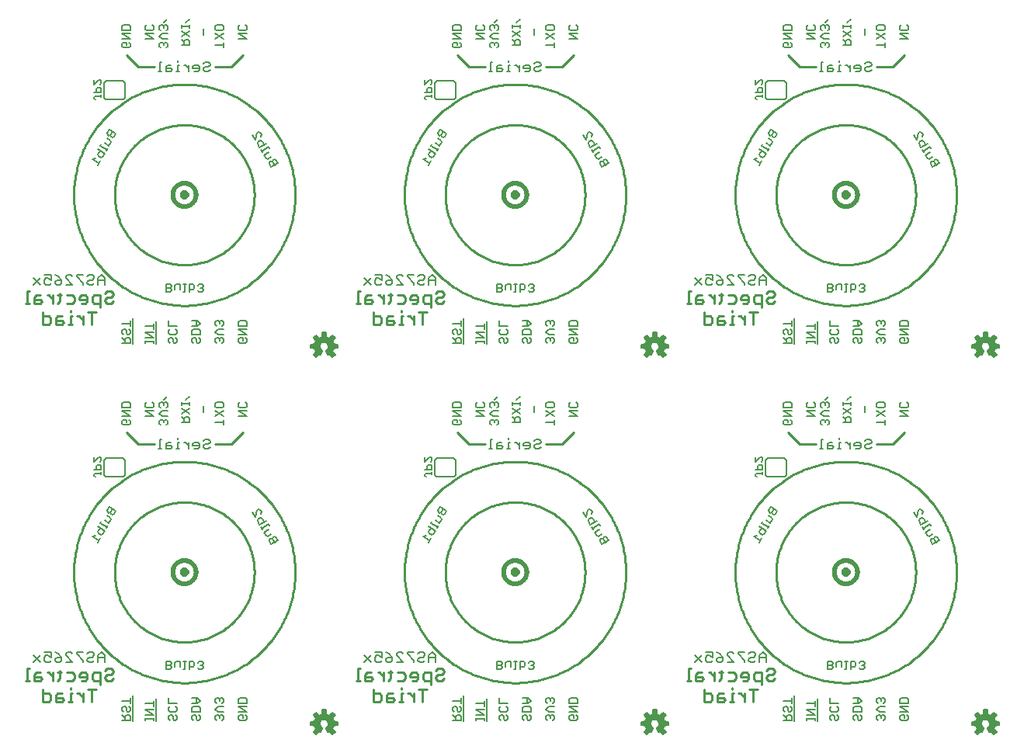
<source format=gbo>
G75*
%MOIN*%
%OFA0B0*%
%FSLAX25Y25*%
%IPPOS*%
%LPD*%
%AMOC8*
5,1,8,0,0,1.08239X$1,22.5*
%
%ADD10C,0.00600*%
%ADD11C,0.00500*%
%ADD12C,0.00800*%
%ADD13C,0.01000*%
%ADD14C,0.00900*%
%ADD15C,0.02000*%
%ADD16C,0.00591*%
D10*
X0057800Y0044633D02*
X0061203Y0044633D01*
X0061203Y0046335D01*
X0060636Y0046902D01*
X0059501Y0046902D01*
X0058934Y0046335D01*
X0058934Y0044633D01*
X0058934Y0045768D02*
X0057800Y0046902D01*
X0058367Y0048316D02*
X0057800Y0048884D01*
X0057800Y0050018D01*
X0058367Y0050585D01*
X0058934Y0050585D01*
X0059501Y0050018D01*
X0059501Y0048884D01*
X0060069Y0048316D01*
X0060636Y0048316D01*
X0061203Y0048884D01*
X0061203Y0050018D01*
X0060636Y0050585D01*
X0061203Y0052000D02*
X0061203Y0054268D01*
X0061203Y0053134D02*
X0057800Y0053134D01*
X0062400Y0055383D02*
X0062400Y0044333D01*
X0067800Y0044633D02*
X0067800Y0045768D01*
X0067800Y0045200D02*
X0071203Y0045200D01*
X0071203Y0044633D02*
X0071203Y0045768D01*
X0071203Y0047089D02*
X0067800Y0049357D01*
X0071203Y0049357D01*
X0071203Y0050772D02*
X0071203Y0053041D01*
X0071203Y0051906D02*
X0067800Y0051906D01*
X0067800Y0047089D02*
X0071203Y0047089D01*
X0072400Y0044333D02*
X0072400Y0054155D01*
X0077800Y0054268D02*
X0077800Y0052000D01*
X0081203Y0052000D01*
X0080636Y0050585D02*
X0081203Y0050018D01*
X0081203Y0048884D01*
X0080636Y0048316D01*
X0078367Y0048316D01*
X0077800Y0048884D01*
X0077800Y0050018D01*
X0078367Y0050585D01*
X0078367Y0046902D02*
X0077800Y0046335D01*
X0077800Y0045200D01*
X0078367Y0044633D01*
X0079501Y0045200D02*
X0080069Y0044633D01*
X0080636Y0044633D01*
X0081203Y0045200D01*
X0081203Y0046335D01*
X0080636Y0046902D01*
X0079501Y0046335D02*
X0078934Y0046902D01*
X0078367Y0046902D01*
X0079501Y0046335D02*
X0079501Y0045200D01*
X0087800Y0045200D02*
X0088367Y0044633D01*
X0087800Y0045200D02*
X0087800Y0046335D01*
X0088367Y0046902D01*
X0088934Y0046902D01*
X0089501Y0046335D01*
X0089501Y0045200D01*
X0090069Y0044633D01*
X0090636Y0044633D01*
X0091203Y0045200D01*
X0091203Y0046335D01*
X0090636Y0046902D01*
X0091203Y0048316D02*
X0091203Y0050018D01*
X0090636Y0050585D01*
X0088367Y0050585D01*
X0087800Y0050018D01*
X0087800Y0048316D01*
X0091203Y0048316D01*
X0090069Y0052000D02*
X0091203Y0053134D01*
X0090069Y0054268D01*
X0087800Y0054268D01*
X0089501Y0054268D02*
X0089501Y0052000D01*
X0090069Y0052000D02*
X0087800Y0052000D01*
X0097800Y0052567D02*
X0098367Y0052000D01*
X0097800Y0052567D02*
X0097800Y0053701D01*
X0098367Y0054268D01*
X0098934Y0054268D01*
X0099501Y0053701D01*
X0099501Y0053134D01*
X0099501Y0053701D02*
X0100069Y0054268D01*
X0100636Y0054268D01*
X0101203Y0053701D01*
X0101203Y0052567D01*
X0100636Y0052000D01*
X0101203Y0050585D02*
X0098934Y0050585D01*
X0097800Y0049451D01*
X0098934Y0048316D01*
X0101203Y0048316D01*
X0100636Y0046902D02*
X0100069Y0046902D01*
X0099501Y0046335D01*
X0098934Y0046902D01*
X0098367Y0046902D01*
X0097800Y0046335D01*
X0097800Y0045200D01*
X0098367Y0044633D01*
X0099501Y0045768D02*
X0099501Y0046335D01*
X0100636Y0046902D02*
X0101203Y0046335D01*
X0101203Y0045200D01*
X0100636Y0044633D01*
X0107800Y0045200D02*
X0107800Y0046335D01*
X0108367Y0046902D01*
X0109501Y0046902D01*
X0109501Y0045768D01*
X0108367Y0044633D02*
X0107800Y0045200D01*
X0108367Y0044633D02*
X0110636Y0044633D01*
X0111203Y0045200D01*
X0111203Y0046335D01*
X0110636Y0046902D01*
X0111203Y0048316D02*
X0107800Y0050585D01*
X0111203Y0050585D01*
X0111203Y0052000D02*
X0111203Y0053701D01*
X0110636Y0054268D01*
X0108367Y0054268D01*
X0107800Y0053701D01*
X0107800Y0052000D01*
X0111203Y0052000D01*
X0111203Y0048316D02*
X0107800Y0048316D01*
X0091912Y0066630D02*
X0092479Y0067198D01*
X0092479Y0067765D01*
X0091912Y0068332D01*
X0092479Y0068899D01*
X0092479Y0069466D01*
X0091912Y0070033D01*
X0090778Y0070033D01*
X0090211Y0069466D01*
X0088796Y0069466D02*
X0088796Y0068332D01*
X0088229Y0067765D01*
X0086528Y0067765D01*
X0086528Y0066630D02*
X0086528Y0070033D01*
X0088229Y0070033D01*
X0088796Y0069466D01*
X0090211Y0067198D02*
X0090778Y0066630D01*
X0091912Y0066630D01*
X0091912Y0068332D02*
X0091345Y0068332D01*
X0085207Y0070033D02*
X0084072Y0070033D01*
X0084639Y0070033D02*
X0084639Y0066630D01*
X0084072Y0066630D01*
X0082658Y0067765D02*
X0082658Y0070033D01*
X0080956Y0070033D01*
X0080389Y0069466D01*
X0080389Y0067765D01*
X0078975Y0067765D02*
X0078407Y0068332D01*
X0076706Y0068332D01*
X0076706Y0070033D02*
X0076706Y0066630D01*
X0078407Y0066630D01*
X0078975Y0067198D01*
X0078975Y0067765D01*
X0078407Y0068332D02*
X0078975Y0068899D01*
X0078975Y0069466D01*
X0078407Y0070033D01*
X0076706Y0070033D01*
X0047233Y0121006D02*
X0048367Y0122971D01*
X0047800Y0121988D02*
X0044853Y0123690D01*
X0046402Y0124105D01*
X0047601Y0125046D02*
X0047393Y0125821D01*
X0048244Y0127295D01*
X0047261Y0127862D02*
X0050208Y0126160D01*
X0049358Y0124687D01*
X0048583Y0124479D01*
X0047601Y0125046D01*
X0050869Y0127304D02*
X0051436Y0128287D01*
X0051153Y0127796D02*
X0048206Y0129497D01*
X0048489Y0129988D01*
X0050179Y0130646D02*
X0052143Y0129512D01*
X0052994Y0130985D01*
X0052787Y0131760D01*
X0051313Y0132611D01*
X0052020Y0133836D02*
X0051529Y0134119D01*
X0051322Y0134894D01*
X0052172Y0136368D01*
X0055119Y0134666D01*
X0054269Y0133193D01*
X0053494Y0132985D01*
X0053003Y0133269D01*
X0052795Y0134043D01*
X0053646Y0135517D01*
X0052795Y0134043D02*
X0052020Y0133836D01*
X0051100Y0149333D02*
X0057900Y0149333D01*
X0057960Y0149335D01*
X0058021Y0149340D01*
X0058080Y0149349D01*
X0058139Y0149362D01*
X0058198Y0149378D01*
X0058255Y0149398D01*
X0058310Y0149421D01*
X0058365Y0149448D01*
X0058417Y0149477D01*
X0058468Y0149510D01*
X0058517Y0149546D01*
X0058563Y0149584D01*
X0058607Y0149626D01*
X0058649Y0149670D01*
X0058687Y0149716D01*
X0058723Y0149765D01*
X0058756Y0149816D01*
X0058785Y0149868D01*
X0058812Y0149923D01*
X0058835Y0149978D01*
X0058855Y0150035D01*
X0058871Y0150094D01*
X0058884Y0150153D01*
X0058893Y0150212D01*
X0058898Y0150273D01*
X0058900Y0150333D01*
X0058900Y0156333D01*
X0058898Y0156393D01*
X0058893Y0156454D01*
X0058884Y0156513D01*
X0058871Y0156572D01*
X0058855Y0156631D01*
X0058835Y0156688D01*
X0058812Y0156743D01*
X0058785Y0156798D01*
X0058756Y0156850D01*
X0058723Y0156901D01*
X0058687Y0156950D01*
X0058649Y0156996D01*
X0058607Y0157040D01*
X0058563Y0157082D01*
X0058517Y0157120D01*
X0058468Y0157156D01*
X0058417Y0157189D01*
X0058365Y0157218D01*
X0058310Y0157245D01*
X0058255Y0157268D01*
X0058198Y0157288D01*
X0058139Y0157304D01*
X0058080Y0157317D01*
X0058021Y0157326D01*
X0057960Y0157331D01*
X0057900Y0157333D01*
X0051100Y0157333D01*
X0051040Y0157331D01*
X0050979Y0157326D01*
X0050920Y0157317D01*
X0050861Y0157304D01*
X0050802Y0157288D01*
X0050745Y0157268D01*
X0050690Y0157245D01*
X0050635Y0157218D01*
X0050583Y0157189D01*
X0050532Y0157156D01*
X0050483Y0157120D01*
X0050437Y0157082D01*
X0050393Y0157040D01*
X0050351Y0156996D01*
X0050313Y0156950D01*
X0050277Y0156901D01*
X0050244Y0156850D01*
X0050215Y0156798D01*
X0050188Y0156743D01*
X0050165Y0156688D01*
X0050145Y0156631D01*
X0050129Y0156572D01*
X0050116Y0156513D01*
X0050107Y0156454D01*
X0050102Y0156393D01*
X0050100Y0156333D01*
X0050100Y0150333D01*
X0050102Y0150273D01*
X0050107Y0150212D01*
X0050116Y0150153D01*
X0050129Y0150094D01*
X0050145Y0150035D01*
X0050165Y0149978D01*
X0050188Y0149923D01*
X0050215Y0149868D01*
X0050244Y0149816D01*
X0050277Y0149765D01*
X0050313Y0149716D01*
X0050351Y0149670D01*
X0050393Y0149626D01*
X0050437Y0149584D01*
X0050483Y0149546D01*
X0050532Y0149510D01*
X0050583Y0149477D01*
X0050635Y0149448D01*
X0050690Y0149421D01*
X0050745Y0149398D01*
X0050802Y0149378D01*
X0050861Y0149362D01*
X0050920Y0149349D01*
X0050979Y0149340D01*
X0051040Y0149335D01*
X0051100Y0149333D01*
X0058367Y0171584D02*
X0057800Y0172151D01*
X0057800Y0173285D01*
X0058367Y0173852D01*
X0059501Y0173852D01*
X0059501Y0172718D01*
X0058367Y0171584D02*
X0060636Y0171584D01*
X0061203Y0172151D01*
X0061203Y0173285D01*
X0060636Y0173852D01*
X0061203Y0175267D02*
X0057800Y0177536D01*
X0061203Y0177536D01*
X0061203Y0178950D02*
X0061203Y0180652D01*
X0060636Y0181219D01*
X0058367Y0181219D01*
X0057800Y0180652D01*
X0057800Y0178950D01*
X0061203Y0178950D01*
X0061203Y0175267D02*
X0057800Y0175267D01*
X0067800Y0175267D02*
X0071203Y0175267D01*
X0067800Y0177536D01*
X0071203Y0177536D01*
X0070636Y0178950D02*
X0068367Y0178950D01*
X0067800Y0179517D01*
X0067800Y0180652D01*
X0068367Y0181219D01*
X0070636Y0181219D02*
X0071203Y0180652D01*
X0071203Y0179517D01*
X0070636Y0178950D01*
X0073800Y0179517D02*
X0074367Y0178950D01*
X0073800Y0179517D02*
X0073800Y0180652D01*
X0074367Y0181219D01*
X0074934Y0181219D01*
X0075501Y0180652D01*
X0075501Y0180084D01*
X0075501Y0180652D02*
X0076069Y0181219D01*
X0076636Y0181219D01*
X0077203Y0180652D01*
X0077203Y0179517D01*
X0076636Y0178950D01*
X0077203Y0177536D02*
X0074934Y0177536D01*
X0073800Y0176401D01*
X0074934Y0175267D01*
X0077203Y0175267D01*
X0076636Y0173852D02*
X0076069Y0173852D01*
X0075501Y0173285D01*
X0074934Y0173852D01*
X0074367Y0173852D01*
X0073800Y0173285D01*
X0073800Y0172151D01*
X0074367Y0171584D01*
X0075501Y0172718D02*
X0075501Y0173285D01*
X0076636Y0173852D02*
X0077203Y0173285D01*
X0077203Y0172151D01*
X0076636Y0171584D01*
X0083300Y0172812D02*
X0086703Y0172812D01*
X0086703Y0174513D01*
X0086136Y0175080D01*
X0085001Y0175080D01*
X0084434Y0174513D01*
X0084434Y0172812D01*
X0084434Y0173946D02*
X0083300Y0175080D01*
X0083300Y0176495D02*
X0086703Y0178763D01*
X0086703Y0180178D02*
X0086703Y0181312D01*
X0086703Y0180745D02*
X0083300Y0180745D01*
X0083300Y0180178D02*
X0083300Y0181312D01*
X0083300Y0178763D02*
X0086703Y0176495D01*
X0097800Y0177536D02*
X0101203Y0175267D01*
X0101203Y0173852D02*
X0101203Y0171584D01*
X0101203Y0172718D02*
X0097800Y0172718D01*
X0097800Y0175267D02*
X0101203Y0177536D01*
X0100636Y0178950D02*
X0098367Y0178950D01*
X0097800Y0179517D01*
X0097800Y0180652D01*
X0098367Y0181219D01*
X0100636Y0181219D01*
X0101203Y0180652D01*
X0101203Y0179517D01*
X0100636Y0178950D01*
X0107800Y0179517D02*
X0107800Y0180652D01*
X0108367Y0181219D01*
X0107800Y0179517D02*
X0108367Y0178950D01*
X0110636Y0178950D01*
X0111203Y0179517D01*
X0111203Y0180652D01*
X0110636Y0181219D01*
X0111203Y0177536D02*
X0107800Y0177536D01*
X0111203Y0175267D01*
X0107800Y0175267D01*
X0108367Y0206633D02*
X0107800Y0207200D01*
X0107800Y0208335D01*
X0108367Y0208902D01*
X0109501Y0208902D01*
X0109501Y0207768D01*
X0108367Y0206633D02*
X0110636Y0206633D01*
X0111203Y0207200D01*
X0111203Y0208335D01*
X0110636Y0208902D01*
X0111203Y0210316D02*
X0107800Y0212585D01*
X0111203Y0212585D01*
X0111203Y0214000D02*
X0111203Y0215701D01*
X0110636Y0216268D01*
X0108367Y0216268D01*
X0107800Y0215701D01*
X0107800Y0214000D01*
X0111203Y0214000D01*
X0111203Y0210316D02*
X0107800Y0210316D01*
X0101203Y0210316D02*
X0098934Y0210316D01*
X0097800Y0211451D01*
X0098934Y0212585D01*
X0101203Y0212585D01*
X0100636Y0214000D02*
X0101203Y0214567D01*
X0101203Y0215701D01*
X0100636Y0216268D01*
X0100069Y0216268D01*
X0099501Y0215701D01*
X0098934Y0216268D01*
X0098367Y0216268D01*
X0097800Y0215701D01*
X0097800Y0214567D01*
X0098367Y0214000D01*
X0099501Y0215134D02*
X0099501Y0215701D01*
X0098934Y0208902D02*
X0098367Y0208902D01*
X0097800Y0208335D01*
X0097800Y0207200D01*
X0098367Y0206633D01*
X0099501Y0207768D02*
X0099501Y0208335D01*
X0098934Y0208902D01*
X0099501Y0208335D02*
X0100069Y0208902D01*
X0100636Y0208902D01*
X0101203Y0208335D01*
X0101203Y0207200D01*
X0100636Y0206633D01*
X0091203Y0207200D02*
X0090636Y0206633D01*
X0090069Y0206633D01*
X0089501Y0207200D01*
X0089501Y0208335D01*
X0088934Y0208902D01*
X0088367Y0208902D01*
X0087800Y0208335D01*
X0087800Y0207200D01*
X0088367Y0206633D01*
X0091203Y0207200D02*
X0091203Y0208335D01*
X0090636Y0208902D01*
X0091203Y0210316D02*
X0091203Y0212018D01*
X0090636Y0212585D01*
X0088367Y0212585D01*
X0087800Y0212018D01*
X0087800Y0210316D01*
X0091203Y0210316D01*
X0090069Y0214000D02*
X0091203Y0215134D01*
X0090069Y0216268D01*
X0087800Y0216268D01*
X0089501Y0216268D02*
X0089501Y0214000D01*
X0090069Y0214000D02*
X0087800Y0214000D01*
X0081203Y0214000D02*
X0077800Y0214000D01*
X0077800Y0216268D01*
X0078367Y0212585D02*
X0077800Y0212018D01*
X0077800Y0210884D01*
X0078367Y0210316D01*
X0080636Y0210316D01*
X0081203Y0210884D01*
X0081203Y0212018D01*
X0080636Y0212585D01*
X0080636Y0208902D02*
X0081203Y0208335D01*
X0081203Y0207200D01*
X0080636Y0206633D01*
X0080069Y0206633D01*
X0079501Y0207200D01*
X0079501Y0208335D01*
X0078934Y0208902D01*
X0078367Y0208902D01*
X0077800Y0208335D01*
X0077800Y0207200D01*
X0078367Y0206633D01*
X0072400Y0206333D02*
X0072400Y0216155D01*
X0071203Y0215041D02*
X0071203Y0212772D01*
X0071203Y0213906D02*
X0067800Y0213906D01*
X0067800Y0211357D02*
X0071203Y0211357D01*
X0071203Y0209089D02*
X0067800Y0211357D01*
X0067800Y0209089D02*
X0071203Y0209089D01*
X0071203Y0207768D02*
X0071203Y0206633D01*
X0071203Y0207200D02*
X0067800Y0207200D01*
X0067800Y0206633D02*
X0067800Y0207768D01*
X0062400Y0206333D02*
X0062400Y0217383D01*
X0061203Y0216268D02*
X0061203Y0214000D01*
X0061203Y0215134D02*
X0057800Y0215134D01*
X0058367Y0212585D02*
X0057800Y0212018D01*
X0057800Y0210884D01*
X0058367Y0210316D01*
X0059501Y0210884D02*
X0059501Y0212018D01*
X0058934Y0212585D01*
X0058367Y0212585D01*
X0059501Y0210884D02*
X0060069Y0210316D01*
X0060636Y0210316D01*
X0061203Y0210884D01*
X0061203Y0212018D01*
X0060636Y0212585D01*
X0060636Y0208902D02*
X0059501Y0208902D01*
X0058934Y0208335D01*
X0058934Y0206633D01*
X0057800Y0206633D02*
X0061203Y0206633D01*
X0061203Y0208335D01*
X0060636Y0208902D01*
X0058934Y0207768D02*
X0057800Y0208902D01*
X0076706Y0228630D02*
X0078407Y0228630D01*
X0078975Y0229198D01*
X0078975Y0229765D01*
X0078407Y0230332D01*
X0076706Y0230332D01*
X0076706Y0232033D02*
X0078407Y0232033D01*
X0078975Y0231466D01*
X0078975Y0230899D01*
X0078407Y0230332D01*
X0080389Y0229765D02*
X0080389Y0231466D01*
X0080956Y0232033D01*
X0082658Y0232033D01*
X0082658Y0229765D01*
X0084072Y0228630D02*
X0084639Y0228630D01*
X0084639Y0232033D01*
X0084072Y0232033D02*
X0085207Y0232033D01*
X0086528Y0232033D02*
X0088229Y0232033D01*
X0088796Y0231466D01*
X0088796Y0230332D01*
X0088229Y0229765D01*
X0086528Y0229765D01*
X0086528Y0228630D02*
X0086528Y0232033D01*
X0090211Y0231466D02*
X0090778Y0232033D01*
X0091912Y0232033D01*
X0092479Y0231466D01*
X0092479Y0230899D01*
X0091912Y0230332D01*
X0091345Y0230332D01*
X0091912Y0230332D02*
X0092479Y0229765D01*
X0092479Y0229198D01*
X0091912Y0228630D01*
X0090778Y0228630D01*
X0090211Y0229198D01*
X0076706Y0228630D02*
X0076706Y0232033D01*
X0047233Y0283006D02*
X0048367Y0284971D01*
X0047800Y0283988D02*
X0044853Y0285690D01*
X0046402Y0286105D01*
X0047601Y0287046D02*
X0047393Y0287821D01*
X0048244Y0289295D01*
X0047261Y0289862D02*
X0050208Y0288160D01*
X0049358Y0286687D01*
X0048583Y0286479D01*
X0047601Y0287046D01*
X0050869Y0289304D02*
X0051436Y0290287D01*
X0051153Y0289796D02*
X0048206Y0291497D01*
X0048489Y0291988D01*
X0050179Y0292646D02*
X0052143Y0291512D01*
X0052994Y0292985D01*
X0052787Y0293760D01*
X0051313Y0294611D01*
X0052020Y0295836D02*
X0051529Y0296119D01*
X0051322Y0296894D01*
X0052172Y0298368D01*
X0055119Y0296666D01*
X0054269Y0295193D01*
X0053494Y0294985D01*
X0053003Y0295269D01*
X0052795Y0296043D01*
X0053646Y0297517D01*
X0052795Y0296043D02*
X0052020Y0295836D01*
X0051100Y0311333D02*
X0057900Y0311333D01*
X0057960Y0311335D01*
X0058021Y0311340D01*
X0058080Y0311349D01*
X0058139Y0311362D01*
X0058198Y0311378D01*
X0058255Y0311398D01*
X0058310Y0311421D01*
X0058365Y0311448D01*
X0058417Y0311477D01*
X0058468Y0311510D01*
X0058517Y0311546D01*
X0058563Y0311584D01*
X0058607Y0311626D01*
X0058649Y0311670D01*
X0058687Y0311716D01*
X0058723Y0311765D01*
X0058756Y0311816D01*
X0058785Y0311868D01*
X0058812Y0311923D01*
X0058835Y0311978D01*
X0058855Y0312035D01*
X0058871Y0312094D01*
X0058884Y0312153D01*
X0058893Y0312212D01*
X0058898Y0312273D01*
X0058900Y0312333D01*
X0058900Y0318333D01*
X0058898Y0318393D01*
X0058893Y0318454D01*
X0058884Y0318513D01*
X0058871Y0318572D01*
X0058855Y0318631D01*
X0058835Y0318688D01*
X0058812Y0318743D01*
X0058785Y0318798D01*
X0058756Y0318850D01*
X0058723Y0318901D01*
X0058687Y0318950D01*
X0058649Y0318996D01*
X0058607Y0319040D01*
X0058563Y0319082D01*
X0058517Y0319120D01*
X0058468Y0319156D01*
X0058417Y0319189D01*
X0058365Y0319218D01*
X0058310Y0319245D01*
X0058255Y0319268D01*
X0058198Y0319288D01*
X0058139Y0319304D01*
X0058080Y0319317D01*
X0058021Y0319326D01*
X0057960Y0319331D01*
X0057900Y0319333D01*
X0051100Y0319333D01*
X0051040Y0319331D01*
X0050979Y0319326D01*
X0050920Y0319317D01*
X0050861Y0319304D01*
X0050802Y0319288D01*
X0050745Y0319268D01*
X0050690Y0319245D01*
X0050635Y0319218D01*
X0050583Y0319189D01*
X0050532Y0319156D01*
X0050483Y0319120D01*
X0050437Y0319082D01*
X0050393Y0319040D01*
X0050351Y0318996D01*
X0050313Y0318950D01*
X0050277Y0318901D01*
X0050244Y0318850D01*
X0050215Y0318798D01*
X0050188Y0318743D01*
X0050165Y0318688D01*
X0050145Y0318631D01*
X0050129Y0318572D01*
X0050116Y0318513D01*
X0050107Y0318454D01*
X0050102Y0318393D01*
X0050100Y0318333D01*
X0050100Y0312333D01*
X0050102Y0312273D01*
X0050107Y0312212D01*
X0050116Y0312153D01*
X0050129Y0312094D01*
X0050145Y0312035D01*
X0050165Y0311978D01*
X0050188Y0311923D01*
X0050215Y0311868D01*
X0050244Y0311816D01*
X0050277Y0311765D01*
X0050313Y0311716D01*
X0050351Y0311670D01*
X0050393Y0311626D01*
X0050437Y0311584D01*
X0050483Y0311546D01*
X0050532Y0311510D01*
X0050583Y0311477D01*
X0050635Y0311448D01*
X0050690Y0311421D01*
X0050745Y0311398D01*
X0050802Y0311378D01*
X0050861Y0311362D01*
X0050920Y0311349D01*
X0050979Y0311340D01*
X0051040Y0311335D01*
X0051100Y0311333D01*
X0058367Y0333584D02*
X0057800Y0334151D01*
X0057800Y0335285D01*
X0058367Y0335852D01*
X0059501Y0335852D01*
X0059501Y0334718D01*
X0058367Y0333584D02*
X0060636Y0333584D01*
X0061203Y0334151D01*
X0061203Y0335285D01*
X0060636Y0335852D01*
X0061203Y0337267D02*
X0057800Y0339536D01*
X0061203Y0339536D01*
X0061203Y0340950D02*
X0061203Y0342652D01*
X0060636Y0343219D01*
X0058367Y0343219D01*
X0057800Y0342652D01*
X0057800Y0340950D01*
X0061203Y0340950D01*
X0061203Y0337267D02*
X0057800Y0337267D01*
X0067800Y0337267D02*
X0071203Y0337267D01*
X0067800Y0339536D01*
X0071203Y0339536D01*
X0070636Y0340950D02*
X0068367Y0340950D01*
X0067800Y0341517D01*
X0067800Y0342652D01*
X0068367Y0343219D01*
X0070636Y0343219D02*
X0071203Y0342652D01*
X0071203Y0341517D01*
X0070636Y0340950D01*
X0073800Y0341517D02*
X0074367Y0340950D01*
X0073800Y0341517D02*
X0073800Y0342652D01*
X0074367Y0343219D01*
X0074934Y0343219D01*
X0075501Y0342652D01*
X0075501Y0342084D01*
X0075501Y0342652D02*
X0076069Y0343219D01*
X0076636Y0343219D01*
X0077203Y0342652D01*
X0077203Y0341517D01*
X0076636Y0340950D01*
X0077203Y0339536D02*
X0074934Y0339536D01*
X0073800Y0338401D01*
X0074934Y0337267D01*
X0077203Y0337267D01*
X0076636Y0335852D02*
X0076069Y0335852D01*
X0075501Y0335285D01*
X0074934Y0335852D01*
X0074367Y0335852D01*
X0073800Y0335285D01*
X0073800Y0334151D01*
X0074367Y0333584D01*
X0075501Y0334718D02*
X0075501Y0335285D01*
X0076636Y0335852D02*
X0077203Y0335285D01*
X0077203Y0334151D01*
X0076636Y0333584D01*
X0083300Y0334812D02*
X0086703Y0334812D01*
X0086703Y0336513D01*
X0086136Y0337080D01*
X0085001Y0337080D01*
X0084434Y0336513D01*
X0084434Y0334812D01*
X0084434Y0335946D02*
X0083300Y0337080D01*
X0083300Y0338495D02*
X0086703Y0340763D01*
X0086703Y0342178D02*
X0086703Y0343312D01*
X0086703Y0342745D02*
X0083300Y0342745D01*
X0083300Y0342178D02*
X0083300Y0343312D01*
X0083300Y0340763D02*
X0086703Y0338495D01*
X0097800Y0339536D02*
X0101203Y0337267D01*
X0101203Y0335852D02*
X0101203Y0333584D01*
X0101203Y0334718D02*
X0097800Y0334718D01*
X0097800Y0337267D02*
X0101203Y0339536D01*
X0100636Y0340950D02*
X0098367Y0340950D01*
X0097800Y0341517D01*
X0097800Y0342652D01*
X0098367Y0343219D01*
X0100636Y0343219D01*
X0101203Y0342652D01*
X0101203Y0341517D01*
X0100636Y0340950D01*
X0107800Y0341517D02*
X0107800Y0342652D01*
X0108367Y0343219D01*
X0107800Y0341517D02*
X0108367Y0340950D01*
X0110636Y0340950D01*
X0111203Y0341517D01*
X0111203Y0342652D01*
X0110636Y0343219D01*
X0111203Y0339536D02*
X0107800Y0339536D01*
X0111203Y0337267D01*
X0107800Y0337267D01*
X0116244Y0297379D02*
X0117019Y0297171D01*
X0117586Y0296189D01*
X0117378Y0295414D01*
X0117103Y0293622D02*
X0117878Y0293414D01*
X0118729Y0291941D01*
X0119711Y0292508D02*
X0116764Y0290806D01*
X0115913Y0292280D01*
X0116121Y0293055D01*
X0117103Y0293622D01*
X0114922Y0293996D02*
X0115753Y0297095D01*
X0116244Y0297379D01*
X0113788Y0295961D02*
X0114922Y0293996D01*
X0117424Y0289662D02*
X0117992Y0288680D01*
X0117708Y0289171D02*
X0120655Y0290872D01*
X0120939Y0290381D01*
X0120664Y0288589D02*
X0118699Y0287455D01*
X0119550Y0285981D01*
X0120324Y0285774D01*
X0121798Y0286624D01*
X0122505Y0285399D02*
X0122298Y0284625D01*
X0123148Y0283151D01*
X0121675Y0282300D02*
X0120824Y0283774D01*
X0121032Y0284549D01*
X0121523Y0284832D01*
X0122298Y0284625D01*
X0122505Y0285399D02*
X0122996Y0285683D01*
X0123771Y0285475D01*
X0124622Y0284002D01*
X0121675Y0282300D01*
X0186853Y0285690D02*
X0189800Y0283988D01*
X0189233Y0283006D02*
X0190367Y0284971D01*
X0190583Y0286479D02*
X0189601Y0287046D01*
X0189393Y0287821D01*
X0190244Y0289295D01*
X0189261Y0289862D02*
X0192208Y0288160D01*
X0191358Y0286687D01*
X0190583Y0286479D01*
X0188402Y0286105D02*
X0186853Y0285690D01*
X0190206Y0291497D02*
X0193153Y0289796D01*
X0193436Y0290287D02*
X0192869Y0289304D01*
X0194143Y0291512D02*
X0192179Y0292646D01*
X0190489Y0291988D02*
X0190206Y0291497D01*
X0194143Y0291512D02*
X0194994Y0292985D01*
X0194787Y0293760D01*
X0193313Y0294611D01*
X0194020Y0295836D02*
X0194795Y0296043D01*
X0195646Y0297517D01*
X0197119Y0296666D02*
X0194172Y0298368D01*
X0193322Y0296894D01*
X0193529Y0296119D01*
X0194020Y0295836D01*
X0194795Y0296043D02*
X0195003Y0295269D01*
X0195494Y0294985D01*
X0196269Y0295193D01*
X0197119Y0296666D01*
X0199900Y0311333D02*
X0193100Y0311333D01*
X0193040Y0311335D01*
X0192979Y0311340D01*
X0192920Y0311349D01*
X0192861Y0311362D01*
X0192802Y0311378D01*
X0192745Y0311398D01*
X0192690Y0311421D01*
X0192635Y0311448D01*
X0192583Y0311477D01*
X0192532Y0311510D01*
X0192483Y0311546D01*
X0192437Y0311584D01*
X0192393Y0311626D01*
X0192351Y0311670D01*
X0192313Y0311716D01*
X0192277Y0311765D01*
X0192244Y0311816D01*
X0192215Y0311868D01*
X0192188Y0311923D01*
X0192165Y0311978D01*
X0192145Y0312035D01*
X0192129Y0312094D01*
X0192116Y0312153D01*
X0192107Y0312212D01*
X0192102Y0312273D01*
X0192100Y0312333D01*
X0192100Y0318333D01*
X0192102Y0318393D01*
X0192107Y0318454D01*
X0192116Y0318513D01*
X0192129Y0318572D01*
X0192145Y0318631D01*
X0192165Y0318688D01*
X0192188Y0318743D01*
X0192215Y0318798D01*
X0192244Y0318850D01*
X0192277Y0318901D01*
X0192313Y0318950D01*
X0192351Y0318996D01*
X0192393Y0319040D01*
X0192437Y0319082D01*
X0192483Y0319120D01*
X0192532Y0319156D01*
X0192583Y0319189D01*
X0192635Y0319218D01*
X0192690Y0319245D01*
X0192745Y0319268D01*
X0192802Y0319288D01*
X0192861Y0319304D01*
X0192920Y0319317D01*
X0192979Y0319326D01*
X0193040Y0319331D01*
X0193100Y0319333D01*
X0199900Y0319333D01*
X0199960Y0319331D01*
X0200021Y0319326D01*
X0200080Y0319317D01*
X0200139Y0319304D01*
X0200198Y0319288D01*
X0200255Y0319268D01*
X0200310Y0319245D01*
X0200365Y0319218D01*
X0200417Y0319189D01*
X0200468Y0319156D01*
X0200517Y0319120D01*
X0200563Y0319082D01*
X0200607Y0319040D01*
X0200649Y0318996D01*
X0200687Y0318950D01*
X0200723Y0318901D01*
X0200756Y0318850D01*
X0200785Y0318798D01*
X0200812Y0318743D01*
X0200835Y0318688D01*
X0200855Y0318631D01*
X0200871Y0318572D01*
X0200884Y0318513D01*
X0200893Y0318454D01*
X0200898Y0318393D01*
X0200900Y0318333D01*
X0200900Y0312333D01*
X0200898Y0312273D01*
X0200893Y0312212D01*
X0200884Y0312153D01*
X0200871Y0312094D01*
X0200855Y0312035D01*
X0200835Y0311978D01*
X0200812Y0311923D01*
X0200785Y0311868D01*
X0200756Y0311816D01*
X0200723Y0311765D01*
X0200687Y0311716D01*
X0200649Y0311670D01*
X0200607Y0311626D01*
X0200563Y0311584D01*
X0200517Y0311546D01*
X0200468Y0311510D01*
X0200417Y0311477D01*
X0200365Y0311448D01*
X0200310Y0311421D01*
X0200255Y0311398D01*
X0200198Y0311378D01*
X0200139Y0311362D01*
X0200080Y0311349D01*
X0200021Y0311340D01*
X0199960Y0311335D01*
X0199900Y0311333D01*
X0200367Y0333584D02*
X0199800Y0334151D01*
X0199800Y0335285D01*
X0200367Y0335852D01*
X0201501Y0335852D01*
X0201501Y0334718D01*
X0200367Y0333584D02*
X0202636Y0333584D01*
X0203203Y0334151D01*
X0203203Y0335285D01*
X0202636Y0335852D01*
X0203203Y0337267D02*
X0199800Y0339536D01*
X0203203Y0339536D01*
X0203203Y0340950D02*
X0203203Y0342652D01*
X0202636Y0343219D01*
X0200367Y0343219D01*
X0199800Y0342652D01*
X0199800Y0340950D01*
X0203203Y0340950D01*
X0203203Y0337267D02*
X0199800Y0337267D01*
X0209800Y0337267D02*
X0213203Y0337267D01*
X0209800Y0339536D01*
X0213203Y0339536D01*
X0212636Y0340950D02*
X0210367Y0340950D01*
X0209800Y0341517D01*
X0209800Y0342652D01*
X0210367Y0343219D01*
X0212636Y0343219D02*
X0213203Y0342652D01*
X0213203Y0341517D01*
X0212636Y0340950D01*
X0215800Y0341517D02*
X0216367Y0340950D01*
X0215800Y0341517D02*
X0215800Y0342652D01*
X0216367Y0343219D01*
X0216934Y0343219D01*
X0217501Y0342652D01*
X0217501Y0342084D01*
X0217501Y0342652D02*
X0218069Y0343219D01*
X0218636Y0343219D01*
X0219203Y0342652D01*
X0219203Y0341517D01*
X0218636Y0340950D01*
X0219203Y0339536D02*
X0216934Y0339536D01*
X0215800Y0338401D01*
X0216934Y0337267D01*
X0219203Y0337267D01*
X0218636Y0335852D02*
X0218069Y0335852D01*
X0217501Y0335285D01*
X0216934Y0335852D01*
X0216367Y0335852D01*
X0215800Y0335285D01*
X0215800Y0334151D01*
X0216367Y0333584D01*
X0217501Y0334718D02*
X0217501Y0335285D01*
X0218636Y0335852D02*
X0219203Y0335285D01*
X0219203Y0334151D01*
X0218636Y0333584D01*
X0225300Y0334812D02*
X0228703Y0334812D01*
X0228703Y0336513D01*
X0228136Y0337080D01*
X0227001Y0337080D01*
X0226434Y0336513D01*
X0226434Y0334812D01*
X0226434Y0335946D02*
X0225300Y0337080D01*
X0225300Y0338495D02*
X0228703Y0340763D01*
X0228703Y0342178D02*
X0228703Y0343312D01*
X0228703Y0342745D02*
X0225300Y0342745D01*
X0225300Y0342178D02*
X0225300Y0343312D01*
X0225300Y0340763D02*
X0228703Y0338495D01*
X0239800Y0339536D02*
X0243203Y0337267D01*
X0243203Y0335852D02*
X0243203Y0333584D01*
X0243203Y0334718D02*
X0239800Y0334718D01*
X0239800Y0337267D02*
X0243203Y0339536D01*
X0242636Y0340950D02*
X0240367Y0340950D01*
X0239800Y0341517D01*
X0239800Y0342652D01*
X0240367Y0343219D01*
X0242636Y0343219D01*
X0243203Y0342652D01*
X0243203Y0341517D01*
X0242636Y0340950D01*
X0249800Y0341517D02*
X0249800Y0342652D01*
X0250367Y0343219D01*
X0249800Y0341517D02*
X0250367Y0340950D01*
X0252636Y0340950D01*
X0253203Y0341517D01*
X0253203Y0342652D01*
X0252636Y0343219D01*
X0253203Y0339536D02*
X0249800Y0339536D01*
X0253203Y0337267D01*
X0249800Y0337267D01*
X0258244Y0297379D02*
X0259019Y0297171D01*
X0259586Y0296189D01*
X0259378Y0295414D01*
X0259103Y0293622D02*
X0259878Y0293414D01*
X0260729Y0291941D01*
X0261711Y0292508D02*
X0258764Y0290806D01*
X0257913Y0292280D01*
X0258121Y0293055D01*
X0259103Y0293622D01*
X0256922Y0293996D02*
X0257753Y0297095D01*
X0258244Y0297379D01*
X0255788Y0295961D02*
X0256922Y0293996D01*
X0259424Y0289662D02*
X0259992Y0288680D01*
X0259708Y0289171D02*
X0262655Y0290872D01*
X0262939Y0290381D01*
X0262664Y0288589D02*
X0260699Y0287455D01*
X0261550Y0285981D01*
X0262324Y0285774D01*
X0263798Y0286624D01*
X0264505Y0285399D02*
X0264298Y0284625D01*
X0265148Y0283151D01*
X0263675Y0282300D02*
X0262824Y0283774D01*
X0263032Y0284549D01*
X0263523Y0284832D01*
X0264298Y0284625D01*
X0264505Y0285399D02*
X0264996Y0285683D01*
X0265771Y0285475D01*
X0266622Y0284002D01*
X0263675Y0282300D01*
X0233912Y0232033D02*
X0232778Y0232033D01*
X0232211Y0231466D01*
X0230796Y0231466D02*
X0230796Y0230332D01*
X0230229Y0229765D01*
X0228528Y0229765D01*
X0228528Y0228630D02*
X0228528Y0232033D01*
X0230229Y0232033D01*
X0230796Y0231466D01*
X0232211Y0229198D02*
X0232778Y0228630D01*
X0233912Y0228630D01*
X0234479Y0229198D01*
X0234479Y0229765D01*
X0233912Y0230332D01*
X0234479Y0230899D01*
X0234479Y0231466D01*
X0233912Y0232033D01*
X0233912Y0230332D02*
X0233345Y0230332D01*
X0227207Y0232033D02*
X0226072Y0232033D01*
X0226639Y0232033D02*
X0226639Y0228630D01*
X0226072Y0228630D01*
X0224658Y0229765D02*
X0224658Y0232033D01*
X0222956Y0232033D01*
X0222389Y0231466D01*
X0222389Y0229765D01*
X0220975Y0229765D02*
X0220407Y0230332D01*
X0218706Y0230332D01*
X0218706Y0232033D02*
X0220407Y0232033D01*
X0220975Y0231466D01*
X0220975Y0230899D01*
X0220407Y0230332D01*
X0220975Y0229765D02*
X0220975Y0229198D01*
X0220407Y0228630D01*
X0218706Y0228630D01*
X0218706Y0232033D01*
X0219800Y0216268D02*
X0219800Y0214000D01*
X0223203Y0214000D01*
X0222636Y0212585D02*
X0223203Y0212018D01*
X0223203Y0210884D01*
X0222636Y0210316D01*
X0220367Y0210316D01*
X0219800Y0210884D01*
X0219800Y0212018D01*
X0220367Y0212585D01*
X0220367Y0208902D02*
X0219800Y0208335D01*
X0219800Y0207200D01*
X0220367Y0206633D01*
X0221501Y0207200D02*
X0221501Y0208335D01*
X0220934Y0208902D01*
X0220367Y0208902D01*
X0221501Y0207200D02*
X0222069Y0206633D01*
X0222636Y0206633D01*
X0223203Y0207200D01*
X0223203Y0208335D01*
X0222636Y0208902D01*
X0229800Y0208335D02*
X0229800Y0207200D01*
X0230367Y0206633D01*
X0231501Y0207200D02*
X0231501Y0208335D01*
X0230934Y0208902D01*
X0230367Y0208902D01*
X0229800Y0208335D01*
X0229800Y0210316D02*
X0229800Y0212018D01*
X0230367Y0212585D01*
X0232636Y0212585D01*
X0233203Y0212018D01*
X0233203Y0210316D01*
X0229800Y0210316D01*
X0232636Y0208902D02*
X0233203Y0208335D01*
X0233203Y0207200D01*
X0232636Y0206633D01*
X0232069Y0206633D01*
X0231501Y0207200D01*
X0231501Y0214000D02*
X0231501Y0216268D01*
X0232069Y0216268D02*
X0229800Y0216268D01*
X0229800Y0214000D02*
X0232069Y0214000D01*
X0233203Y0215134D01*
X0232069Y0216268D01*
X0239800Y0215701D02*
X0239800Y0214567D01*
X0240367Y0214000D01*
X0240934Y0212585D02*
X0243203Y0212585D01*
X0242636Y0214000D02*
X0243203Y0214567D01*
X0243203Y0215701D01*
X0242636Y0216268D01*
X0242069Y0216268D01*
X0241501Y0215701D01*
X0240934Y0216268D01*
X0240367Y0216268D01*
X0239800Y0215701D01*
X0241501Y0215701D02*
X0241501Y0215134D01*
X0240934Y0212585D02*
X0239800Y0211451D01*
X0240934Y0210316D01*
X0243203Y0210316D01*
X0242636Y0208902D02*
X0242069Y0208902D01*
X0241501Y0208335D01*
X0240934Y0208902D01*
X0240367Y0208902D01*
X0239800Y0208335D01*
X0239800Y0207200D01*
X0240367Y0206633D01*
X0241501Y0207768D02*
X0241501Y0208335D01*
X0242636Y0208902D02*
X0243203Y0208335D01*
X0243203Y0207200D01*
X0242636Y0206633D01*
X0249800Y0207200D02*
X0249800Y0208335D01*
X0250367Y0208902D01*
X0251501Y0208902D01*
X0251501Y0207768D01*
X0250367Y0206633D02*
X0249800Y0207200D01*
X0250367Y0206633D02*
X0252636Y0206633D01*
X0253203Y0207200D01*
X0253203Y0208335D01*
X0252636Y0208902D01*
X0253203Y0210316D02*
X0249800Y0212585D01*
X0253203Y0212585D01*
X0253203Y0214000D02*
X0253203Y0215701D01*
X0252636Y0216268D01*
X0250367Y0216268D01*
X0249800Y0215701D01*
X0249800Y0214000D01*
X0253203Y0214000D01*
X0253203Y0210316D02*
X0249800Y0210316D01*
X0250367Y0181219D02*
X0249800Y0180652D01*
X0249800Y0179517D01*
X0250367Y0178950D01*
X0252636Y0178950D01*
X0253203Y0179517D01*
X0253203Y0180652D01*
X0252636Y0181219D01*
X0253203Y0177536D02*
X0249800Y0177536D01*
X0253203Y0175267D01*
X0249800Y0175267D01*
X0243203Y0175267D02*
X0239800Y0177536D01*
X0240367Y0178950D02*
X0239800Y0179517D01*
X0239800Y0180652D01*
X0240367Y0181219D01*
X0242636Y0181219D01*
X0243203Y0180652D01*
X0243203Y0179517D01*
X0242636Y0178950D01*
X0240367Y0178950D01*
X0243203Y0177536D02*
X0239800Y0175267D01*
X0239800Y0172718D02*
X0243203Y0172718D01*
X0243203Y0171584D02*
X0243203Y0173852D01*
X0228703Y0174513D02*
X0228703Y0172812D01*
X0225300Y0172812D01*
X0226434Y0172812D02*
X0226434Y0174513D01*
X0227001Y0175080D01*
X0228136Y0175080D01*
X0228703Y0174513D01*
X0228703Y0176495D02*
X0225300Y0178763D01*
X0225300Y0180178D02*
X0225300Y0181312D01*
X0225300Y0180745D02*
X0228703Y0180745D01*
X0228703Y0180178D02*
X0228703Y0181312D01*
X0228703Y0178763D02*
X0225300Y0176495D01*
X0225300Y0175080D02*
X0226434Y0173946D01*
X0219203Y0173285D02*
X0218636Y0173852D01*
X0218069Y0173852D01*
X0217501Y0173285D01*
X0216934Y0173852D01*
X0216367Y0173852D01*
X0215800Y0173285D01*
X0215800Y0172151D01*
X0216367Y0171584D01*
X0217501Y0172718D02*
X0217501Y0173285D01*
X0219203Y0173285D02*
X0219203Y0172151D01*
X0218636Y0171584D01*
X0219203Y0175267D02*
X0216934Y0175267D01*
X0215800Y0176401D01*
X0216934Y0177536D01*
X0219203Y0177536D01*
X0218636Y0178950D02*
X0219203Y0179517D01*
X0219203Y0180652D01*
X0218636Y0181219D01*
X0218069Y0181219D01*
X0217501Y0180652D01*
X0216934Y0181219D01*
X0216367Y0181219D01*
X0215800Y0180652D01*
X0215800Y0179517D01*
X0216367Y0178950D01*
X0217501Y0180084D02*
X0217501Y0180652D01*
X0213203Y0180652D02*
X0213203Y0179517D01*
X0212636Y0178950D01*
X0210367Y0178950D01*
X0209800Y0179517D01*
X0209800Y0180652D01*
X0210367Y0181219D01*
X0212636Y0181219D02*
X0213203Y0180652D01*
X0213203Y0177536D02*
X0209800Y0177536D01*
X0213203Y0175267D01*
X0209800Y0175267D01*
X0203203Y0175267D02*
X0199800Y0177536D01*
X0203203Y0177536D01*
X0203203Y0178950D02*
X0203203Y0180652D01*
X0202636Y0181219D01*
X0200367Y0181219D01*
X0199800Y0180652D01*
X0199800Y0178950D01*
X0203203Y0178950D01*
X0203203Y0175267D02*
X0199800Y0175267D01*
X0200367Y0173852D02*
X0201501Y0173852D01*
X0201501Y0172718D01*
X0200367Y0171584D02*
X0202636Y0171584D01*
X0203203Y0172151D01*
X0203203Y0173285D01*
X0202636Y0173852D01*
X0200367Y0173852D02*
X0199800Y0173285D01*
X0199800Y0172151D01*
X0200367Y0171584D01*
X0199900Y0157333D02*
X0193100Y0157333D01*
X0193040Y0157331D01*
X0192979Y0157326D01*
X0192920Y0157317D01*
X0192861Y0157304D01*
X0192802Y0157288D01*
X0192745Y0157268D01*
X0192690Y0157245D01*
X0192635Y0157218D01*
X0192583Y0157189D01*
X0192532Y0157156D01*
X0192483Y0157120D01*
X0192437Y0157082D01*
X0192393Y0157040D01*
X0192351Y0156996D01*
X0192313Y0156950D01*
X0192277Y0156901D01*
X0192244Y0156850D01*
X0192215Y0156798D01*
X0192188Y0156743D01*
X0192165Y0156688D01*
X0192145Y0156631D01*
X0192129Y0156572D01*
X0192116Y0156513D01*
X0192107Y0156454D01*
X0192102Y0156393D01*
X0192100Y0156333D01*
X0192100Y0150333D01*
X0192102Y0150273D01*
X0192107Y0150212D01*
X0192116Y0150153D01*
X0192129Y0150094D01*
X0192145Y0150035D01*
X0192165Y0149978D01*
X0192188Y0149923D01*
X0192215Y0149868D01*
X0192244Y0149816D01*
X0192277Y0149765D01*
X0192313Y0149716D01*
X0192351Y0149670D01*
X0192393Y0149626D01*
X0192437Y0149584D01*
X0192483Y0149546D01*
X0192532Y0149510D01*
X0192583Y0149477D01*
X0192635Y0149448D01*
X0192690Y0149421D01*
X0192745Y0149398D01*
X0192802Y0149378D01*
X0192861Y0149362D01*
X0192920Y0149349D01*
X0192979Y0149340D01*
X0193040Y0149335D01*
X0193100Y0149333D01*
X0199900Y0149333D01*
X0199960Y0149335D01*
X0200021Y0149340D01*
X0200080Y0149349D01*
X0200139Y0149362D01*
X0200198Y0149378D01*
X0200255Y0149398D01*
X0200310Y0149421D01*
X0200365Y0149448D01*
X0200417Y0149477D01*
X0200468Y0149510D01*
X0200517Y0149546D01*
X0200563Y0149584D01*
X0200607Y0149626D01*
X0200649Y0149670D01*
X0200687Y0149716D01*
X0200723Y0149765D01*
X0200756Y0149816D01*
X0200785Y0149868D01*
X0200812Y0149923D01*
X0200835Y0149978D01*
X0200855Y0150035D01*
X0200871Y0150094D01*
X0200884Y0150153D01*
X0200893Y0150212D01*
X0200898Y0150273D01*
X0200900Y0150333D01*
X0200900Y0156333D01*
X0200898Y0156393D01*
X0200893Y0156454D01*
X0200884Y0156513D01*
X0200871Y0156572D01*
X0200855Y0156631D01*
X0200835Y0156688D01*
X0200812Y0156743D01*
X0200785Y0156798D01*
X0200756Y0156850D01*
X0200723Y0156901D01*
X0200687Y0156950D01*
X0200649Y0156996D01*
X0200607Y0157040D01*
X0200563Y0157082D01*
X0200517Y0157120D01*
X0200468Y0157156D01*
X0200417Y0157189D01*
X0200365Y0157218D01*
X0200310Y0157245D01*
X0200255Y0157268D01*
X0200198Y0157288D01*
X0200139Y0157304D01*
X0200080Y0157317D01*
X0200021Y0157326D01*
X0199960Y0157331D01*
X0199900Y0157333D01*
X0194172Y0136368D02*
X0193322Y0134894D01*
X0193529Y0134119D01*
X0194020Y0133836D01*
X0194795Y0134043D01*
X0195646Y0135517D01*
X0197119Y0134666D02*
X0194172Y0136368D01*
X0194795Y0134043D02*
X0195003Y0133269D01*
X0195494Y0132985D01*
X0196269Y0133193D01*
X0197119Y0134666D01*
X0194787Y0131760D02*
X0194994Y0130985D01*
X0194143Y0129512D01*
X0192179Y0130646D01*
X0190489Y0129988D02*
X0190206Y0129497D01*
X0193153Y0127796D01*
X0193436Y0128287D02*
X0192869Y0127304D01*
X0192208Y0126160D02*
X0191358Y0124687D01*
X0190583Y0124479D01*
X0189601Y0125046D01*
X0189393Y0125821D01*
X0190244Y0127295D01*
X0189261Y0127862D02*
X0192208Y0126160D01*
X0190367Y0122971D02*
X0189233Y0121006D01*
X0189800Y0121988D02*
X0186853Y0123690D01*
X0188402Y0124105D01*
X0193313Y0132611D02*
X0194787Y0131760D01*
X0255788Y0133961D02*
X0256922Y0131996D01*
X0257753Y0135095D01*
X0258244Y0135379D01*
X0259019Y0135171D01*
X0259586Y0134189D01*
X0259378Y0133414D01*
X0259103Y0131622D02*
X0259878Y0131414D01*
X0260729Y0129941D01*
X0261711Y0130508D02*
X0258764Y0128806D01*
X0257913Y0130280D01*
X0258121Y0131055D01*
X0259103Y0131622D01*
X0259424Y0127662D02*
X0259992Y0126680D01*
X0259708Y0127171D02*
X0262655Y0128872D01*
X0262939Y0128381D01*
X0262664Y0126589D02*
X0260699Y0125455D01*
X0261550Y0123981D01*
X0262324Y0123774D01*
X0263798Y0124624D01*
X0264505Y0123399D02*
X0264298Y0122625D01*
X0265148Y0121151D01*
X0263675Y0120300D02*
X0262824Y0121774D01*
X0263032Y0122549D01*
X0263523Y0122832D01*
X0264298Y0122625D01*
X0264505Y0123399D02*
X0264996Y0123683D01*
X0265771Y0123475D01*
X0266622Y0122002D01*
X0263675Y0120300D01*
X0233912Y0070033D02*
X0232778Y0070033D01*
X0232211Y0069466D01*
X0230796Y0069466D02*
X0230229Y0070033D01*
X0228528Y0070033D01*
X0228528Y0066630D01*
X0228528Y0067765D02*
X0230229Y0067765D01*
X0230796Y0068332D01*
X0230796Y0069466D01*
X0232211Y0067198D02*
X0232778Y0066630D01*
X0233912Y0066630D01*
X0234479Y0067198D01*
X0234479Y0067765D01*
X0233912Y0068332D01*
X0234479Y0068899D01*
X0234479Y0069466D01*
X0233912Y0070033D01*
X0233912Y0068332D02*
X0233345Y0068332D01*
X0227207Y0070033D02*
X0226072Y0070033D01*
X0226639Y0070033D02*
X0226639Y0066630D01*
X0226072Y0066630D01*
X0224658Y0067765D02*
X0224658Y0070033D01*
X0222956Y0070033D01*
X0222389Y0069466D01*
X0222389Y0067765D01*
X0220975Y0067765D02*
X0220407Y0068332D01*
X0218706Y0068332D01*
X0218706Y0070033D02*
X0218706Y0066630D01*
X0220407Y0066630D01*
X0220975Y0067198D01*
X0220975Y0067765D01*
X0220407Y0068332D02*
X0220975Y0068899D01*
X0220975Y0069466D01*
X0220407Y0070033D01*
X0218706Y0070033D01*
X0204400Y0055383D02*
X0204400Y0044333D01*
X0203203Y0044633D02*
X0203203Y0046335D01*
X0202636Y0046902D01*
X0201501Y0046902D01*
X0200934Y0046335D01*
X0200934Y0044633D01*
X0199800Y0044633D02*
X0203203Y0044633D01*
X0200934Y0045768D02*
X0199800Y0046902D01*
X0200367Y0048316D02*
X0199800Y0048884D01*
X0199800Y0050018D01*
X0200367Y0050585D01*
X0200934Y0050585D01*
X0201501Y0050018D01*
X0201501Y0048884D01*
X0202069Y0048316D01*
X0202636Y0048316D01*
X0203203Y0048884D01*
X0203203Y0050018D01*
X0202636Y0050585D01*
X0203203Y0052000D02*
X0203203Y0054268D01*
X0203203Y0053134D02*
X0199800Y0053134D01*
X0209800Y0051906D02*
X0213203Y0051906D01*
X0213203Y0050772D02*
X0213203Y0053041D01*
X0214400Y0054155D02*
X0214400Y0044333D01*
X0213203Y0044633D02*
X0213203Y0045768D01*
X0213203Y0045200D02*
X0209800Y0045200D01*
X0209800Y0044633D02*
X0209800Y0045768D01*
X0209800Y0047089D02*
X0213203Y0047089D01*
X0209800Y0049357D01*
X0213203Y0049357D01*
X0219800Y0048884D02*
X0219800Y0050018D01*
X0220367Y0050585D01*
X0219800Y0052000D02*
X0219800Y0054268D01*
X0219800Y0052000D02*
X0223203Y0052000D01*
X0222636Y0050585D02*
X0223203Y0050018D01*
X0223203Y0048884D01*
X0222636Y0048316D01*
X0220367Y0048316D01*
X0219800Y0048884D01*
X0220367Y0046902D02*
X0219800Y0046335D01*
X0219800Y0045200D01*
X0220367Y0044633D01*
X0221501Y0045200D02*
X0221501Y0046335D01*
X0220934Y0046902D01*
X0220367Y0046902D01*
X0221501Y0045200D02*
X0222069Y0044633D01*
X0222636Y0044633D01*
X0223203Y0045200D01*
X0223203Y0046335D01*
X0222636Y0046902D01*
X0229800Y0046335D02*
X0229800Y0045200D01*
X0230367Y0044633D01*
X0231501Y0045200D02*
X0231501Y0046335D01*
X0230934Y0046902D01*
X0230367Y0046902D01*
X0229800Y0046335D01*
X0229800Y0048316D02*
X0229800Y0050018D01*
X0230367Y0050585D01*
X0232636Y0050585D01*
X0233203Y0050018D01*
X0233203Y0048316D01*
X0229800Y0048316D01*
X0232636Y0046902D02*
X0233203Y0046335D01*
X0233203Y0045200D01*
X0232636Y0044633D01*
X0232069Y0044633D01*
X0231501Y0045200D01*
X0231501Y0052000D02*
X0231501Y0054268D01*
X0232069Y0054268D02*
X0229800Y0054268D01*
X0229800Y0052000D02*
X0232069Y0052000D01*
X0233203Y0053134D01*
X0232069Y0054268D01*
X0239800Y0053701D02*
X0239800Y0052567D01*
X0240367Y0052000D01*
X0240934Y0050585D02*
X0243203Y0050585D01*
X0242636Y0052000D02*
X0243203Y0052567D01*
X0243203Y0053701D01*
X0242636Y0054268D01*
X0242069Y0054268D01*
X0241501Y0053701D01*
X0240934Y0054268D01*
X0240367Y0054268D01*
X0239800Y0053701D01*
X0241501Y0053701D02*
X0241501Y0053134D01*
X0240934Y0050585D02*
X0239800Y0049451D01*
X0240934Y0048316D01*
X0243203Y0048316D01*
X0242636Y0046902D02*
X0242069Y0046902D01*
X0241501Y0046335D01*
X0240934Y0046902D01*
X0240367Y0046902D01*
X0239800Y0046335D01*
X0239800Y0045200D01*
X0240367Y0044633D01*
X0241501Y0045768D02*
X0241501Y0046335D01*
X0242636Y0046902D02*
X0243203Y0046335D01*
X0243203Y0045200D01*
X0242636Y0044633D01*
X0249800Y0045200D02*
X0249800Y0046335D01*
X0250367Y0046902D01*
X0251501Y0046902D01*
X0251501Y0045768D01*
X0250367Y0044633D02*
X0249800Y0045200D01*
X0250367Y0044633D02*
X0252636Y0044633D01*
X0253203Y0045200D01*
X0253203Y0046335D01*
X0252636Y0046902D01*
X0253203Y0048316D02*
X0249800Y0050585D01*
X0253203Y0050585D01*
X0253203Y0052000D02*
X0253203Y0053701D01*
X0252636Y0054268D01*
X0250367Y0054268D01*
X0249800Y0053701D01*
X0249800Y0052000D01*
X0253203Y0052000D01*
X0253203Y0048316D02*
X0249800Y0048316D01*
X0328853Y0123690D02*
X0331800Y0121988D01*
X0331233Y0121006D02*
X0332367Y0122971D01*
X0332583Y0124479D02*
X0331601Y0125046D01*
X0331393Y0125821D01*
X0332244Y0127295D01*
X0331261Y0127862D02*
X0334208Y0126160D01*
X0333358Y0124687D01*
X0332583Y0124479D01*
X0330402Y0124105D02*
X0328853Y0123690D01*
X0334869Y0127304D02*
X0335436Y0128287D01*
X0335153Y0127796D02*
X0332206Y0129497D01*
X0332489Y0129988D01*
X0334179Y0130646D02*
X0336143Y0129512D01*
X0336994Y0130985D01*
X0336787Y0131760D01*
X0335313Y0132611D01*
X0336020Y0133836D02*
X0336795Y0134043D01*
X0337646Y0135517D01*
X0339119Y0134666D02*
X0338269Y0133193D01*
X0337494Y0132985D01*
X0337003Y0133269D01*
X0336795Y0134043D01*
X0336020Y0133836D02*
X0335529Y0134119D01*
X0335322Y0134894D01*
X0336172Y0136368D01*
X0339119Y0134666D01*
X0341900Y0149333D02*
X0335100Y0149333D01*
X0335040Y0149335D01*
X0334979Y0149340D01*
X0334920Y0149349D01*
X0334861Y0149362D01*
X0334802Y0149378D01*
X0334745Y0149398D01*
X0334690Y0149421D01*
X0334635Y0149448D01*
X0334583Y0149477D01*
X0334532Y0149510D01*
X0334483Y0149546D01*
X0334437Y0149584D01*
X0334393Y0149626D01*
X0334351Y0149670D01*
X0334313Y0149716D01*
X0334277Y0149765D01*
X0334244Y0149816D01*
X0334215Y0149868D01*
X0334188Y0149923D01*
X0334165Y0149978D01*
X0334145Y0150035D01*
X0334129Y0150094D01*
X0334116Y0150153D01*
X0334107Y0150212D01*
X0334102Y0150273D01*
X0334100Y0150333D01*
X0334100Y0156333D01*
X0334102Y0156393D01*
X0334107Y0156454D01*
X0334116Y0156513D01*
X0334129Y0156572D01*
X0334145Y0156631D01*
X0334165Y0156688D01*
X0334188Y0156743D01*
X0334215Y0156798D01*
X0334244Y0156850D01*
X0334277Y0156901D01*
X0334313Y0156950D01*
X0334351Y0156996D01*
X0334393Y0157040D01*
X0334437Y0157082D01*
X0334483Y0157120D01*
X0334532Y0157156D01*
X0334583Y0157189D01*
X0334635Y0157218D01*
X0334690Y0157245D01*
X0334745Y0157268D01*
X0334802Y0157288D01*
X0334861Y0157304D01*
X0334920Y0157317D01*
X0334979Y0157326D01*
X0335040Y0157331D01*
X0335100Y0157333D01*
X0341900Y0157333D01*
X0341960Y0157331D01*
X0342021Y0157326D01*
X0342080Y0157317D01*
X0342139Y0157304D01*
X0342198Y0157288D01*
X0342255Y0157268D01*
X0342310Y0157245D01*
X0342365Y0157218D01*
X0342417Y0157189D01*
X0342468Y0157156D01*
X0342517Y0157120D01*
X0342563Y0157082D01*
X0342607Y0157040D01*
X0342649Y0156996D01*
X0342687Y0156950D01*
X0342723Y0156901D01*
X0342756Y0156850D01*
X0342785Y0156798D01*
X0342812Y0156743D01*
X0342835Y0156688D01*
X0342855Y0156631D01*
X0342871Y0156572D01*
X0342884Y0156513D01*
X0342893Y0156454D01*
X0342898Y0156393D01*
X0342900Y0156333D01*
X0342900Y0150333D01*
X0342898Y0150273D01*
X0342893Y0150212D01*
X0342884Y0150153D01*
X0342871Y0150094D01*
X0342855Y0150035D01*
X0342835Y0149978D01*
X0342812Y0149923D01*
X0342785Y0149868D01*
X0342756Y0149816D01*
X0342723Y0149765D01*
X0342687Y0149716D01*
X0342649Y0149670D01*
X0342607Y0149626D01*
X0342563Y0149584D01*
X0342517Y0149546D01*
X0342468Y0149510D01*
X0342417Y0149477D01*
X0342365Y0149448D01*
X0342310Y0149421D01*
X0342255Y0149398D01*
X0342198Y0149378D01*
X0342139Y0149362D01*
X0342080Y0149349D01*
X0342021Y0149340D01*
X0341960Y0149335D01*
X0341900Y0149333D01*
X0342367Y0171584D02*
X0341800Y0172151D01*
X0341800Y0173285D01*
X0342367Y0173852D01*
X0343501Y0173852D01*
X0343501Y0172718D01*
X0342367Y0171584D02*
X0344636Y0171584D01*
X0345203Y0172151D01*
X0345203Y0173285D01*
X0344636Y0173852D01*
X0345203Y0175267D02*
X0341800Y0177536D01*
X0345203Y0177536D01*
X0345203Y0178950D02*
X0345203Y0180652D01*
X0344636Y0181219D01*
X0342367Y0181219D01*
X0341800Y0180652D01*
X0341800Y0178950D01*
X0345203Y0178950D01*
X0345203Y0175267D02*
X0341800Y0175267D01*
X0351800Y0175267D02*
X0355203Y0175267D01*
X0351800Y0177536D01*
X0355203Y0177536D01*
X0354636Y0178950D02*
X0352367Y0178950D01*
X0351800Y0179517D01*
X0351800Y0180652D01*
X0352367Y0181219D01*
X0354636Y0181219D02*
X0355203Y0180652D01*
X0355203Y0179517D01*
X0354636Y0178950D01*
X0357800Y0179517D02*
X0358367Y0178950D01*
X0357800Y0179517D02*
X0357800Y0180652D01*
X0358367Y0181219D01*
X0358934Y0181219D01*
X0359501Y0180652D01*
X0359501Y0180084D01*
X0359501Y0180652D02*
X0360069Y0181219D01*
X0360636Y0181219D01*
X0361203Y0180652D01*
X0361203Y0179517D01*
X0360636Y0178950D01*
X0361203Y0177536D02*
X0358934Y0177536D01*
X0357800Y0176401D01*
X0358934Y0175267D01*
X0361203Y0175267D01*
X0360636Y0173852D02*
X0360069Y0173852D01*
X0359501Y0173285D01*
X0358934Y0173852D01*
X0358367Y0173852D01*
X0357800Y0173285D01*
X0357800Y0172151D01*
X0358367Y0171584D01*
X0359501Y0172718D02*
X0359501Y0173285D01*
X0360636Y0173852D02*
X0361203Y0173285D01*
X0361203Y0172151D01*
X0360636Y0171584D01*
X0367300Y0172812D02*
X0370703Y0172812D01*
X0370703Y0174513D01*
X0370136Y0175080D01*
X0369001Y0175080D01*
X0368434Y0174513D01*
X0368434Y0172812D01*
X0368434Y0173946D02*
X0367300Y0175080D01*
X0367300Y0176495D02*
X0370703Y0178763D01*
X0370703Y0180178D02*
X0370703Y0181312D01*
X0370703Y0180745D02*
X0367300Y0180745D01*
X0367300Y0180178D02*
X0367300Y0181312D01*
X0367300Y0178763D02*
X0370703Y0176495D01*
X0381800Y0177536D02*
X0385203Y0175267D01*
X0385203Y0173852D02*
X0385203Y0171584D01*
X0385203Y0172718D02*
X0381800Y0172718D01*
X0381800Y0175267D02*
X0385203Y0177536D01*
X0384636Y0178950D02*
X0382367Y0178950D01*
X0381800Y0179517D01*
X0381800Y0180652D01*
X0382367Y0181219D01*
X0384636Y0181219D01*
X0385203Y0180652D01*
X0385203Y0179517D01*
X0384636Y0178950D01*
X0391800Y0179517D02*
X0392367Y0178950D01*
X0394636Y0178950D01*
X0395203Y0179517D01*
X0395203Y0180652D01*
X0394636Y0181219D01*
X0392367Y0181219D02*
X0391800Y0180652D01*
X0391800Y0179517D01*
X0391800Y0177536D02*
X0395203Y0177536D01*
X0395203Y0175267D02*
X0391800Y0177536D01*
X0391800Y0175267D02*
X0395203Y0175267D01*
X0394636Y0206633D02*
X0392367Y0206633D01*
X0391800Y0207200D01*
X0391800Y0208335D01*
X0392367Y0208902D01*
X0393501Y0208902D01*
X0393501Y0207768D01*
X0394636Y0208902D02*
X0395203Y0208335D01*
X0395203Y0207200D01*
X0394636Y0206633D01*
X0395203Y0210316D02*
X0391800Y0212585D01*
X0395203Y0212585D01*
X0395203Y0214000D02*
X0395203Y0215701D01*
X0394636Y0216268D01*
X0392367Y0216268D01*
X0391800Y0215701D01*
X0391800Y0214000D01*
X0395203Y0214000D01*
X0395203Y0210316D02*
X0391800Y0210316D01*
X0385203Y0210316D02*
X0382934Y0210316D01*
X0381800Y0211451D01*
X0382934Y0212585D01*
X0385203Y0212585D01*
X0384636Y0214000D02*
X0385203Y0214567D01*
X0385203Y0215701D01*
X0384636Y0216268D01*
X0384069Y0216268D01*
X0383501Y0215701D01*
X0382934Y0216268D01*
X0382367Y0216268D01*
X0381800Y0215701D01*
X0381800Y0214567D01*
X0382367Y0214000D01*
X0383501Y0215134D02*
X0383501Y0215701D01*
X0382934Y0208902D02*
X0382367Y0208902D01*
X0381800Y0208335D01*
X0381800Y0207200D01*
X0382367Y0206633D01*
X0383501Y0207768D02*
X0383501Y0208335D01*
X0382934Y0208902D01*
X0383501Y0208335D02*
X0384069Y0208902D01*
X0384636Y0208902D01*
X0385203Y0208335D01*
X0385203Y0207200D01*
X0384636Y0206633D01*
X0375203Y0207200D02*
X0374636Y0206633D01*
X0374069Y0206633D01*
X0373501Y0207200D01*
X0373501Y0208335D01*
X0372934Y0208902D01*
X0372367Y0208902D01*
X0371800Y0208335D01*
X0371800Y0207200D01*
X0372367Y0206633D01*
X0375203Y0207200D02*
X0375203Y0208335D01*
X0374636Y0208902D01*
X0375203Y0210316D02*
X0375203Y0212018D01*
X0374636Y0212585D01*
X0372367Y0212585D01*
X0371800Y0212018D01*
X0371800Y0210316D01*
X0375203Y0210316D01*
X0374069Y0214000D02*
X0375203Y0215134D01*
X0374069Y0216268D01*
X0371800Y0216268D01*
X0373501Y0216268D02*
X0373501Y0214000D01*
X0374069Y0214000D02*
X0371800Y0214000D01*
X0365203Y0214000D02*
X0361800Y0214000D01*
X0361800Y0216268D01*
X0362367Y0212585D02*
X0361800Y0212018D01*
X0361800Y0210884D01*
X0362367Y0210316D01*
X0364636Y0210316D01*
X0365203Y0210884D01*
X0365203Y0212018D01*
X0364636Y0212585D01*
X0364636Y0208902D02*
X0365203Y0208335D01*
X0365203Y0207200D01*
X0364636Y0206633D01*
X0364069Y0206633D01*
X0363501Y0207200D01*
X0363501Y0208335D01*
X0362934Y0208902D01*
X0362367Y0208902D01*
X0361800Y0208335D01*
X0361800Y0207200D01*
X0362367Y0206633D01*
X0356400Y0206333D02*
X0356400Y0216155D01*
X0355203Y0215041D02*
X0355203Y0212772D01*
X0355203Y0213906D02*
X0351800Y0213906D01*
X0351800Y0211357D02*
X0355203Y0211357D01*
X0355203Y0209089D02*
X0351800Y0211357D01*
X0351800Y0209089D02*
X0355203Y0209089D01*
X0355203Y0207768D02*
X0355203Y0206633D01*
X0355203Y0207200D02*
X0351800Y0207200D01*
X0351800Y0206633D02*
X0351800Y0207768D01*
X0346400Y0206333D02*
X0346400Y0217383D01*
X0345203Y0216268D02*
X0345203Y0214000D01*
X0345203Y0215134D02*
X0341800Y0215134D01*
X0342367Y0212585D02*
X0341800Y0212018D01*
X0341800Y0210884D01*
X0342367Y0210316D01*
X0343501Y0210884D02*
X0343501Y0212018D01*
X0342934Y0212585D01*
X0342367Y0212585D01*
X0343501Y0210884D02*
X0344069Y0210316D01*
X0344636Y0210316D01*
X0345203Y0210884D01*
X0345203Y0212018D01*
X0344636Y0212585D01*
X0344636Y0208902D02*
X0343501Y0208902D01*
X0342934Y0208335D01*
X0342934Y0206633D01*
X0341800Y0206633D02*
X0345203Y0206633D01*
X0345203Y0208335D01*
X0344636Y0208902D01*
X0342934Y0207768D02*
X0341800Y0208902D01*
X0360706Y0228630D02*
X0362407Y0228630D01*
X0362975Y0229198D01*
X0362975Y0229765D01*
X0362407Y0230332D01*
X0360706Y0230332D01*
X0360706Y0232033D02*
X0362407Y0232033D01*
X0362975Y0231466D01*
X0362975Y0230899D01*
X0362407Y0230332D01*
X0364389Y0229765D02*
X0364389Y0231466D01*
X0364956Y0232033D01*
X0366658Y0232033D01*
X0366658Y0229765D01*
X0368072Y0228630D02*
X0368639Y0228630D01*
X0368639Y0232033D01*
X0368072Y0232033D02*
X0369207Y0232033D01*
X0370528Y0232033D02*
X0372229Y0232033D01*
X0372796Y0231466D01*
X0372796Y0230332D01*
X0372229Y0229765D01*
X0370528Y0229765D01*
X0370528Y0228630D02*
X0370528Y0232033D01*
X0374211Y0231466D02*
X0374778Y0232033D01*
X0375912Y0232033D01*
X0376479Y0231466D01*
X0376479Y0230899D01*
X0375912Y0230332D01*
X0375345Y0230332D01*
X0375912Y0230332D02*
X0376479Y0229765D01*
X0376479Y0229198D01*
X0375912Y0228630D01*
X0374778Y0228630D01*
X0374211Y0229198D01*
X0360706Y0228630D02*
X0360706Y0232033D01*
X0331233Y0283006D02*
X0332367Y0284971D01*
X0331800Y0283988D02*
X0328853Y0285690D01*
X0330402Y0286105D01*
X0331601Y0287046D02*
X0331393Y0287821D01*
X0332244Y0289295D01*
X0331261Y0289862D02*
X0334208Y0288160D01*
X0333358Y0286687D01*
X0332583Y0286479D01*
X0331601Y0287046D01*
X0334869Y0289304D02*
X0335436Y0290287D01*
X0335153Y0289796D02*
X0332206Y0291497D01*
X0332489Y0291988D01*
X0334179Y0292646D02*
X0336143Y0291512D01*
X0336994Y0292985D01*
X0336787Y0293760D01*
X0335313Y0294611D01*
X0336020Y0295836D02*
X0336795Y0296043D01*
X0337646Y0297517D01*
X0339119Y0296666D02*
X0338269Y0295193D01*
X0337494Y0294985D01*
X0337003Y0295269D01*
X0336795Y0296043D01*
X0336020Y0295836D02*
X0335529Y0296119D01*
X0335322Y0296894D01*
X0336172Y0298368D01*
X0339119Y0296666D01*
X0341900Y0311333D02*
X0335100Y0311333D01*
X0335040Y0311335D01*
X0334979Y0311340D01*
X0334920Y0311349D01*
X0334861Y0311362D01*
X0334802Y0311378D01*
X0334745Y0311398D01*
X0334690Y0311421D01*
X0334635Y0311448D01*
X0334583Y0311477D01*
X0334532Y0311510D01*
X0334483Y0311546D01*
X0334437Y0311584D01*
X0334393Y0311626D01*
X0334351Y0311670D01*
X0334313Y0311716D01*
X0334277Y0311765D01*
X0334244Y0311816D01*
X0334215Y0311868D01*
X0334188Y0311923D01*
X0334165Y0311978D01*
X0334145Y0312035D01*
X0334129Y0312094D01*
X0334116Y0312153D01*
X0334107Y0312212D01*
X0334102Y0312273D01*
X0334100Y0312333D01*
X0334100Y0318333D01*
X0334102Y0318393D01*
X0334107Y0318454D01*
X0334116Y0318513D01*
X0334129Y0318572D01*
X0334145Y0318631D01*
X0334165Y0318688D01*
X0334188Y0318743D01*
X0334215Y0318798D01*
X0334244Y0318850D01*
X0334277Y0318901D01*
X0334313Y0318950D01*
X0334351Y0318996D01*
X0334393Y0319040D01*
X0334437Y0319082D01*
X0334483Y0319120D01*
X0334532Y0319156D01*
X0334583Y0319189D01*
X0334635Y0319218D01*
X0334690Y0319245D01*
X0334745Y0319268D01*
X0334802Y0319288D01*
X0334861Y0319304D01*
X0334920Y0319317D01*
X0334979Y0319326D01*
X0335040Y0319331D01*
X0335100Y0319333D01*
X0341900Y0319333D01*
X0341960Y0319331D01*
X0342021Y0319326D01*
X0342080Y0319317D01*
X0342139Y0319304D01*
X0342198Y0319288D01*
X0342255Y0319268D01*
X0342310Y0319245D01*
X0342365Y0319218D01*
X0342417Y0319189D01*
X0342468Y0319156D01*
X0342517Y0319120D01*
X0342563Y0319082D01*
X0342607Y0319040D01*
X0342649Y0318996D01*
X0342687Y0318950D01*
X0342723Y0318901D01*
X0342756Y0318850D01*
X0342785Y0318798D01*
X0342812Y0318743D01*
X0342835Y0318688D01*
X0342855Y0318631D01*
X0342871Y0318572D01*
X0342884Y0318513D01*
X0342893Y0318454D01*
X0342898Y0318393D01*
X0342900Y0318333D01*
X0342900Y0312333D01*
X0342898Y0312273D01*
X0342893Y0312212D01*
X0342884Y0312153D01*
X0342871Y0312094D01*
X0342855Y0312035D01*
X0342835Y0311978D01*
X0342812Y0311923D01*
X0342785Y0311868D01*
X0342756Y0311816D01*
X0342723Y0311765D01*
X0342687Y0311716D01*
X0342649Y0311670D01*
X0342607Y0311626D01*
X0342563Y0311584D01*
X0342517Y0311546D01*
X0342468Y0311510D01*
X0342417Y0311477D01*
X0342365Y0311448D01*
X0342310Y0311421D01*
X0342255Y0311398D01*
X0342198Y0311378D01*
X0342139Y0311362D01*
X0342080Y0311349D01*
X0342021Y0311340D01*
X0341960Y0311335D01*
X0341900Y0311333D01*
X0342367Y0333584D02*
X0341800Y0334151D01*
X0341800Y0335285D01*
X0342367Y0335852D01*
X0343501Y0335852D01*
X0343501Y0334718D01*
X0342367Y0333584D02*
X0344636Y0333584D01*
X0345203Y0334151D01*
X0345203Y0335285D01*
X0344636Y0335852D01*
X0345203Y0337267D02*
X0341800Y0339536D01*
X0345203Y0339536D01*
X0345203Y0340950D02*
X0345203Y0342652D01*
X0344636Y0343219D01*
X0342367Y0343219D01*
X0341800Y0342652D01*
X0341800Y0340950D01*
X0345203Y0340950D01*
X0345203Y0337267D02*
X0341800Y0337267D01*
X0351800Y0337267D02*
X0355203Y0337267D01*
X0351800Y0339536D01*
X0355203Y0339536D01*
X0354636Y0340950D02*
X0352367Y0340950D01*
X0351800Y0341517D01*
X0351800Y0342652D01*
X0352367Y0343219D01*
X0354636Y0343219D02*
X0355203Y0342652D01*
X0355203Y0341517D01*
X0354636Y0340950D01*
X0357800Y0341517D02*
X0358367Y0340950D01*
X0357800Y0341517D02*
X0357800Y0342652D01*
X0358367Y0343219D01*
X0358934Y0343219D01*
X0359501Y0342652D01*
X0359501Y0342084D01*
X0359501Y0342652D02*
X0360069Y0343219D01*
X0360636Y0343219D01*
X0361203Y0342652D01*
X0361203Y0341517D01*
X0360636Y0340950D01*
X0361203Y0339536D02*
X0358934Y0339536D01*
X0357800Y0338401D01*
X0358934Y0337267D01*
X0361203Y0337267D01*
X0360636Y0335852D02*
X0361203Y0335285D01*
X0361203Y0334151D01*
X0360636Y0333584D01*
X0359501Y0334718D02*
X0359501Y0335285D01*
X0358934Y0335852D01*
X0358367Y0335852D01*
X0357800Y0335285D01*
X0357800Y0334151D01*
X0358367Y0333584D01*
X0359501Y0335285D02*
X0360069Y0335852D01*
X0360636Y0335852D01*
X0367300Y0334812D02*
X0370703Y0334812D01*
X0370703Y0336513D01*
X0370136Y0337080D01*
X0369001Y0337080D01*
X0368434Y0336513D01*
X0368434Y0334812D01*
X0368434Y0335946D02*
X0367300Y0337080D01*
X0367300Y0338495D02*
X0370703Y0340763D01*
X0370703Y0342178D02*
X0370703Y0343312D01*
X0370703Y0342745D02*
X0367300Y0342745D01*
X0367300Y0342178D02*
X0367300Y0343312D01*
X0367300Y0340763D02*
X0370703Y0338495D01*
X0381800Y0339536D02*
X0385203Y0337267D01*
X0385203Y0335852D02*
X0385203Y0333584D01*
X0385203Y0334718D02*
X0381800Y0334718D01*
X0381800Y0337267D02*
X0385203Y0339536D01*
X0384636Y0340950D02*
X0382367Y0340950D01*
X0381800Y0341517D01*
X0381800Y0342652D01*
X0382367Y0343219D01*
X0384636Y0343219D01*
X0385203Y0342652D01*
X0385203Y0341517D01*
X0384636Y0340950D01*
X0391800Y0341517D02*
X0391800Y0342652D01*
X0392367Y0343219D01*
X0391800Y0341517D02*
X0392367Y0340950D01*
X0394636Y0340950D01*
X0395203Y0341517D01*
X0395203Y0342652D01*
X0394636Y0343219D01*
X0395203Y0339536D02*
X0391800Y0339536D01*
X0395203Y0337267D01*
X0391800Y0337267D01*
X0400244Y0297379D02*
X0401019Y0297171D01*
X0401586Y0296189D01*
X0401378Y0295414D01*
X0401103Y0293622D02*
X0401878Y0293414D01*
X0402729Y0291941D01*
X0403711Y0292508D02*
X0400764Y0290806D01*
X0399913Y0292280D01*
X0400121Y0293055D01*
X0401103Y0293622D01*
X0398922Y0293996D02*
X0399753Y0297095D01*
X0400244Y0297379D01*
X0397788Y0295961D02*
X0398922Y0293996D01*
X0401424Y0289662D02*
X0401992Y0288680D01*
X0401708Y0289171D02*
X0404655Y0290872D01*
X0404939Y0290381D01*
X0404664Y0288589D02*
X0402699Y0287455D01*
X0403550Y0285981D01*
X0404324Y0285774D01*
X0405798Y0286624D01*
X0406505Y0285399D02*
X0406298Y0284625D01*
X0407148Y0283151D01*
X0405675Y0282300D02*
X0404824Y0283774D01*
X0405032Y0284549D01*
X0405523Y0284832D01*
X0406298Y0284625D01*
X0406505Y0285399D02*
X0406996Y0285683D01*
X0407771Y0285475D01*
X0408622Y0284002D01*
X0405675Y0282300D01*
X0400244Y0135379D02*
X0401019Y0135171D01*
X0401586Y0134189D01*
X0401378Y0133414D01*
X0401103Y0131622D02*
X0401878Y0131414D01*
X0402729Y0129941D01*
X0403711Y0130508D02*
X0400764Y0128806D01*
X0399913Y0130280D01*
X0400121Y0131055D01*
X0401103Y0131622D01*
X0398922Y0131996D02*
X0399753Y0135095D01*
X0400244Y0135379D01*
X0397788Y0133961D02*
X0398922Y0131996D01*
X0401424Y0127662D02*
X0401992Y0126680D01*
X0401708Y0127171D02*
X0404655Y0128872D01*
X0404939Y0128381D01*
X0404664Y0126589D02*
X0402699Y0125455D01*
X0403550Y0123981D01*
X0404324Y0123774D01*
X0405798Y0124624D01*
X0406505Y0123399D02*
X0406298Y0122625D01*
X0407148Y0121151D01*
X0405675Y0120300D02*
X0404824Y0121774D01*
X0405032Y0122549D01*
X0405523Y0122832D01*
X0406298Y0122625D01*
X0406505Y0123399D02*
X0406996Y0123683D01*
X0407771Y0123475D01*
X0408622Y0122002D01*
X0405675Y0120300D01*
X0375912Y0070033D02*
X0374778Y0070033D01*
X0374211Y0069466D01*
X0372796Y0069466D02*
X0372796Y0068332D01*
X0372229Y0067765D01*
X0370528Y0067765D01*
X0370528Y0066630D02*
X0370528Y0070033D01*
X0372229Y0070033D01*
X0372796Y0069466D01*
X0374211Y0067198D02*
X0374778Y0066630D01*
X0375912Y0066630D01*
X0376479Y0067198D01*
X0376479Y0067765D01*
X0375912Y0068332D01*
X0376479Y0068899D01*
X0376479Y0069466D01*
X0375912Y0070033D01*
X0375912Y0068332D02*
X0375345Y0068332D01*
X0369207Y0070033D02*
X0368072Y0070033D01*
X0368639Y0070033D02*
X0368639Y0066630D01*
X0368072Y0066630D01*
X0366658Y0067765D02*
X0366658Y0070033D01*
X0364956Y0070033D01*
X0364389Y0069466D01*
X0364389Y0067765D01*
X0362975Y0067765D02*
X0362407Y0068332D01*
X0360706Y0068332D01*
X0360706Y0070033D02*
X0360706Y0066630D01*
X0362407Y0066630D01*
X0362975Y0067198D01*
X0362975Y0067765D01*
X0362407Y0068332D02*
X0362975Y0068899D01*
X0362975Y0069466D01*
X0362407Y0070033D01*
X0360706Y0070033D01*
X0346400Y0055383D02*
X0346400Y0044333D01*
X0345203Y0044633D02*
X0345203Y0046335D01*
X0344636Y0046902D01*
X0343501Y0046902D01*
X0342934Y0046335D01*
X0342934Y0044633D01*
X0341800Y0044633D02*
X0345203Y0044633D01*
X0342934Y0045768D02*
X0341800Y0046902D01*
X0342367Y0048316D02*
X0341800Y0048884D01*
X0341800Y0050018D01*
X0342367Y0050585D01*
X0342934Y0050585D01*
X0343501Y0050018D01*
X0343501Y0048884D01*
X0344069Y0048316D01*
X0344636Y0048316D01*
X0345203Y0048884D01*
X0345203Y0050018D01*
X0344636Y0050585D01*
X0345203Y0052000D02*
X0345203Y0054268D01*
X0345203Y0053134D02*
X0341800Y0053134D01*
X0351800Y0051906D02*
X0355203Y0051906D01*
X0355203Y0050772D02*
X0355203Y0053041D01*
X0356400Y0054155D02*
X0356400Y0044333D01*
X0355203Y0044633D02*
X0355203Y0045768D01*
X0355203Y0045200D02*
X0351800Y0045200D01*
X0351800Y0044633D02*
X0351800Y0045768D01*
X0351800Y0047089D02*
X0355203Y0047089D01*
X0351800Y0049357D01*
X0355203Y0049357D01*
X0361800Y0048884D02*
X0361800Y0050018D01*
X0362367Y0050585D01*
X0361800Y0052000D02*
X0361800Y0054268D01*
X0361800Y0052000D02*
X0365203Y0052000D01*
X0364636Y0050585D02*
X0365203Y0050018D01*
X0365203Y0048884D01*
X0364636Y0048316D01*
X0362367Y0048316D01*
X0361800Y0048884D01*
X0362367Y0046902D02*
X0361800Y0046335D01*
X0361800Y0045200D01*
X0362367Y0044633D01*
X0363501Y0045200D02*
X0364069Y0044633D01*
X0364636Y0044633D01*
X0365203Y0045200D01*
X0365203Y0046335D01*
X0364636Y0046902D01*
X0363501Y0046335D02*
X0362934Y0046902D01*
X0362367Y0046902D01*
X0363501Y0046335D02*
X0363501Y0045200D01*
X0371800Y0045200D02*
X0372367Y0044633D01*
X0371800Y0045200D02*
X0371800Y0046335D01*
X0372367Y0046902D01*
X0372934Y0046902D01*
X0373501Y0046335D01*
X0373501Y0045200D01*
X0374069Y0044633D01*
X0374636Y0044633D01*
X0375203Y0045200D01*
X0375203Y0046335D01*
X0374636Y0046902D01*
X0375203Y0048316D02*
X0375203Y0050018D01*
X0374636Y0050585D01*
X0372367Y0050585D01*
X0371800Y0050018D01*
X0371800Y0048316D01*
X0375203Y0048316D01*
X0374069Y0052000D02*
X0375203Y0053134D01*
X0374069Y0054268D01*
X0371800Y0054268D01*
X0373501Y0054268D02*
X0373501Y0052000D01*
X0374069Y0052000D02*
X0371800Y0052000D01*
X0381800Y0052567D02*
X0382367Y0052000D01*
X0381800Y0052567D02*
X0381800Y0053701D01*
X0382367Y0054268D01*
X0382934Y0054268D01*
X0383501Y0053701D01*
X0383501Y0053134D01*
X0383501Y0053701D02*
X0384069Y0054268D01*
X0384636Y0054268D01*
X0385203Y0053701D01*
X0385203Y0052567D01*
X0384636Y0052000D01*
X0385203Y0050585D02*
X0382934Y0050585D01*
X0381800Y0049451D01*
X0382934Y0048316D01*
X0385203Y0048316D01*
X0384636Y0046902D02*
X0384069Y0046902D01*
X0383501Y0046335D01*
X0382934Y0046902D01*
X0382367Y0046902D01*
X0381800Y0046335D01*
X0381800Y0045200D01*
X0382367Y0044633D01*
X0383501Y0045768D02*
X0383501Y0046335D01*
X0384636Y0046902D02*
X0385203Y0046335D01*
X0385203Y0045200D01*
X0384636Y0044633D01*
X0391800Y0045200D02*
X0392367Y0044633D01*
X0394636Y0044633D01*
X0395203Y0045200D01*
X0395203Y0046335D01*
X0394636Y0046902D01*
X0393501Y0046902D02*
X0393501Y0045768D01*
X0393501Y0046902D02*
X0392367Y0046902D01*
X0391800Y0046335D01*
X0391800Y0045200D01*
X0391800Y0048316D02*
X0395203Y0048316D01*
X0391800Y0050585D01*
X0395203Y0050585D01*
X0395203Y0052000D02*
X0395203Y0053701D01*
X0394636Y0054268D01*
X0392367Y0054268D01*
X0391800Y0053701D01*
X0391800Y0052000D01*
X0395203Y0052000D01*
X0214400Y0206333D02*
X0214400Y0216155D01*
X0213203Y0215041D02*
X0213203Y0212772D01*
X0213203Y0213906D02*
X0209800Y0213906D01*
X0209800Y0211357D02*
X0213203Y0211357D01*
X0213203Y0209089D02*
X0209800Y0209089D01*
X0209800Y0207768D02*
X0209800Y0206633D01*
X0209800Y0207200D02*
X0213203Y0207200D01*
X0213203Y0206633D02*
X0213203Y0207768D01*
X0213203Y0209089D02*
X0209800Y0211357D01*
X0203203Y0210884D02*
X0202636Y0210316D01*
X0202069Y0210316D01*
X0201501Y0210884D01*
X0201501Y0212018D01*
X0200934Y0212585D01*
X0200367Y0212585D01*
X0199800Y0212018D01*
X0199800Y0210884D01*
X0200367Y0210316D01*
X0199800Y0208902D02*
X0200934Y0207768D01*
X0200934Y0208335D02*
X0200934Y0206633D01*
X0199800Y0206633D02*
X0203203Y0206633D01*
X0203203Y0208335D01*
X0202636Y0208902D01*
X0201501Y0208902D01*
X0200934Y0208335D01*
X0203203Y0210884D02*
X0203203Y0212018D01*
X0202636Y0212585D01*
X0203203Y0214000D02*
X0203203Y0216268D01*
X0203203Y0215134D02*
X0199800Y0215134D01*
X0204400Y0217383D02*
X0204400Y0206333D01*
X0119711Y0130508D02*
X0116764Y0128806D01*
X0115913Y0130280D01*
X0116121Y0131055D01*
X0117103Y0131622D01*
X0117878Y0131414D01*
X0118729Y0129941D01*
X0120655Y0128872D02*
X0117708Y0127171D01*
X0117992Y0126680D02*
X0117424Y0127662D01*
X0118699Y0125455D02*
X0119550Y0123981D01*
X0120324Y0123774D01*
X0121798Y0124624D01*
X0122505Y0123399D02*
X0122298Y0122625D01*
X0123148Y0121151D01*
X0121675Y0120300D02*
X0120824Y0121774D01*
X0121032Y0122549D01*
X0121523Y0122832D01*
X0122298Y0122625D01*
X0122505Y0123399D02*
X0122996Y0123683D01*
X0123771Y0123475D01*
X0124622Y0122002D01*
X0121675Y0120300D01*
X0118699Y0125455D02*
X0120664Y0126589D01*
X0120939Y0128381D02*
X0120655Y0128872D01*
X0117378Y0133414D02*
X0117586Y0134189D01*
X0117019Y0135171D01*
X0116244Y0135379D01*
X0115753Y0135095D01*
X0114922Y0131996D01*
X0113788Y0133961D01*
D11*
X0048753Y0150250D02*
X0048753Y0151251D01*
X0048753Y0150750D02*
X0046250Y0150750D01*
X0045750Y0150250D01*
X0045750Y0149750D01*
X0046250Y0149249D01*
X0045750Y0152472D02*
X0048753Y0152472D01*
X0048753Y0153973D01*
X0048252Y0154474D01*
X0047251Y0154474D01*
X0046751Y0153973D01*
X0046751Y0152472D01*
X0045750Y0155695D02*
X0047752Y0157696D01*
X0048252Y0157696D01*
X0048753Y0157196D01*
X0048753Y0156195D01*
X0048252Y0155695D01*
X0045750Y0155695D02*
X0045750Y0157696D01*
X0187750Y0157696D02*
X0187750Y0155695D01*
X0189752Y0157696D01*
X0190252Y0157696D01*
X0190753Y0157196D01*
X0190753Y0156195D01*
X0190252Y0155695D01*
X0190252Y0154474D02*
X0189251Y0154474D01*
X0188751Y0153973D01*
X0188751Y0152472D01*
X0187750Y0152472D02*
X0190753Y0152472D01*
X0190753Y0153973D01*
X0190252Y0154474D01*
X0190753Y0151251D02*
X0190753Y0150250D01*
X0190753Y0150750D02*
X0188250Y0150750D01*
X0187750Y0150250D01*
X0187750Y0149750D01*
X0188250Y0149249D01*
X0329750Y0149750D02*
X0329750Y0150250D01*
X0330250Y0150750D01*
X0332753Y0150750D01*
X0332753Y0150250D02*
X0332753Y0151251D01*
X0332753Y0152472D02*
X0332753Y0153973D01*
X0332252Y0154474D01*
X0331251Y0154474D01*
X0330751Y0153973D01*
X0330751Y0152472D01*
X0329750Y0152472D02*
X0332753Y0152472D01*
X0332252Y0155695D02*
X0332753Y0156195D01*
X0332753Y0157196D01*
X0332252Y0157696D01*
X0331752Y0157696D01*
X0329750Y0155695D01*
X0329750Y0157696D01*
X0329750Y0149750D02*
X0330250Y0149249D01*
X0330250Y0311249D02*
X0329750Y0311750D01*
X0329750Y0312250D01*
X0330250Y0312750D01*
X0332753Y0312750D01*
X0332753Y0312250D02*
X0332753Y0313251D01*
X0332753Y0314472D02*
X0329750Y0314472D01*
X0330751Y0314472D02*
X0330751Y0315973D01*
X0331251Y0316474D01*
X0332252Y0316474D01*
X0332753Y0315973D01*
X0332753Y0314472D01*
X0332252Y0317695D02*
X0332753Y0318195D01*
X0332753Y0319196D01*
X0332252Y0319696D01*
X0331752Y0319696D01*
X0329750Y0317695D01*
X0329750Y0319696D01*
X0190753Y0319196D02*
X0190753Y0318195D01*
X0190252Y0317695D01*
X0190252Y0316474D02*
X0189251Y0316474D01*
X0188751Y0315973D01*
X0188751Y0314472D01*
X0187750Y0314472D02*
X0190753Y0314472D01*
X0190753Y0315973D01*
X0190252Y0316474D01*
X0190753Y0319196D02*
X0190252Y0319696D01*
X0189752Y0319696D01*
X0187750Y0317695D01*
X0187750Y0319696D01*
X0188250Y0312750D02*
X0190753Y0312750D01*
X0190753Y0312250D02*
X0190753Y0313251D01*
X0188250Y0312750D02*
X0187750Y0312250D01*
X0187750Y0311750D01*
X0188250Y0311249D01*
X0048753Y0312250D02*
X0048753Y0313251D01*
X0048753Y0312750D02*
X0046250Y0312750D01*
X0045750Y0312250D01*
X0045750Y0311750D01*
X0046250Y0311249D01*
X0045750Y0314472D02*
X0048753Y0314472D01*
X0048753Y0315973D01*
X0048252Y0316474D01*
X0047251Y0316474D01*
X0046751Y0315973D01*
X0046751Y0314472D01*
X0045750Y0317695D02*
X0045750Y0319696D01*
X0045750Y0317695D02*
X0047752Y0319696D01*
X0048252Y0319696D01*
X0048753Y0319196D01*
X0048753Y0318195D01*
X0048252Y0317695D01*
D12*
X0073375Y0323233D02*
X0074776Y0323233D01*
X0074075Y0323233D02*
X0074075Y0327437D01*
X0074776Y0327437D01*
X0076577Y0325335D02*
X0076577Y0323233D01*
X0078679Y0323233D01*
X0079380Y0323934D01*
X0078679Y0324635D01*
X0076577Y0324635D01*
X0076577Y0325335D02*
X0077278Y0326036D01*
X0078679Y0326036D01*
X0081748Y0326036D02*
X0081748Y0323233D01*
X0081048Y0323233D02*
X0082449Y0323233D01*
X0082449Y0326036D02*
X0081748Y0326036D01*
X0081748Y0327437D02*
X0081748Y0328138D01*
X0084184Y0326036D02*
X0084884Y0326036D01*
X0086286Y0324635D01*
X0086286Y0326036D02*
X0086286Y0323233D01*
X0088087Y0324635D02*
X0090890Y0324635D01*
X0090890Y0325335D02*
X0090189Y0326036D01*
X0088788Y0326036D01*
X0088087Y0325335D01*
X0088087Y0324635D01*
X0088788Y0323233D02*
X0090189Y0323233D01*
X0090890Y0323934D01*
X0090890Y0325335D01*
X0092691Y0324635D02*
X0092691Y0323934D01*
X0093392Y0323233D01*
X0094793Y0323233D01*
X0095493Y0323934D01*
X0094793Y0325335D02*
X0093392Y0325335D01*
X0092691Y0324635D01*
X0092691Y0326736D02*
X0093392Y0327437D01*
X0094793Y0327437D01*
X0095493Y0326736D01*
X0095493Y0326036D01*
X0094793Y0325335D01*
X0092600Y0339033D02*
X0092600Y0341733D01*
X0086500Y0345833D02*
X0085000Y0344333D01*
X0077000Y0345833D02*
X0075500Y0344333D01*
X0048813Y0235937D02*
X0047411Y0234536D01*
X0047411Y0231733D01*
X0045610Y0232434D02*
X0044909Y0231733D01*
X0043508Y0231733D01*
X0042807Y0232434D01*
X0042807Y0233135D01*
X0043508Y0233835D01*
X0044909Y0233835D01*
X0045610Y0234536D01*
X0045610Y0235236D01*
X0044909Y0235937D01*
X0043508Y0235937D01*
X0042807Y0235236D01*
X0041006Y0235937D02*
X0038204Y0235937D01*
X0038204Y0235236D01*
X0041006Y0232434D01*
X0041006Y0231733D01*
X0036402Y0231733D02*
X0033600Y0234536D01*
X0033600Y0235236D01*
X0034300Y0235937D01*
X0035701Y0235937D01*
X0036402Y0235236D01*
X0036402Y0231733D02*
X0033600Y0231733D01*
X0031798Y0232434D02*
X0031097Y0231733D01*
X0029696Y0231733D01*
X0028996Y0232434D01*
X0028996Y0233135D01*
X0029696Y0233835D01*
X0031798Y0233835D01*
X0031798Y0232434D01*
X0031798Y0233835D02*
X0030397Y0235236D01*
X0028996Y0235937D01*
X0027194Y0235937D02*
X0027194Y0233835D01*
X0025793Y0234536D01*
X0025092Y0234536D01*
X0024392Y0233835D01*
X0024392Y0232434D01*
X0025092Y0231733D01*
X0026494Y0231733D01*
X0027194Y0232434D01*
X0027194Y0235937D02*
X0024392Y0235937D01*
X0022590Y0234536D02*
X0019788Y0231733D01*
X0022590Y0231733D02*
X0019788Y0234536D01*
X0047411Y0233835D02*
X0050214Y0233835D01*
X0050214Y0234536D02*
X0050214Y0231733D01*
X0050214Y0234536D02*
X0048813Y0235937D01*
X0077000Y0183833D02*
X0075500Y0182333D01*
X0085000Y0182333D02*
X0086500Y0183833D01*
X0092600Y0179733D02*
X0092600Y0177033D01*
X0093392Y0165437D02*
X0092691Y0164736D01*
X0093392Y0165437D02*
X0094793Y0165437D01*
X0095493Y0164736D01*
X0095493Y0164036D01*
X0094793Y0163335D01*
X0093392Y0163335D01*
X0092691Y0162635D01*
X0092691Y0161934D01*
X0093392Y0161233D01*
X0094793Y0161233D01*
X0095493Y0161934D01*
X0090890Y0161934D02*
X0090890Y0163335D01*
X0090189Y0164036D01*
X0088788Y0164036D01*
X0088087Y0163335D01*
X0088087Y0162635D01*
X0090890Y0162635D01*
X0090890Y0161934D02*
X0090189Y0161233D01*
X0088788Y0161233D01*
X0086286Y0161233D02*
X0086286Y0164036D01*
X0086286Y0162635D02*
X0084884Y0164036D01*
X0084184Y0164036D01*
X0082449Y0164036D02*
X0081748Y0164036D01*
X0081748Y0161233D01*
X0081048Y0161233D02*
X0082449Y0161233D01*
X0079380Y0161934D02*
X0078679Y0162635D01*
X0076577Y0162635D01*
X0076577Y0163335D02*
X0076577Y0161233D01*
X0078679Y0161233D01*
X0079380Y0161934D01*
X0078679Y0164036D02*
X0077278Y0164036D01*
X0076577Y0163335D01*
X0074776Y0161233D02*
X0073375Y0161233D01*
X0074075Y0161233D02*
X0074075Y0165437D01*
X0074776Y0165437D01*
X0081748Y0165437D02*
X0081748Y0166138D01*
X0161788Y0231733D02*
X0164590Y0234536D01*
X0166392Y0233835D02*
X0166392Y0232434D01*
X0167092Y0231733D01*
X0168494Y0231733D01*
X0169194Y0232434D01*
X0169194Y0233835D02*
X0167793Y0234536D01*
X0167092Y0234536D01*
X0166392Y0233835D01*
X0166392Y0235937D02*
X0169194Y0235937D01*
X0169194Y0233835D01*
X0170996Y0233135D02*
X0171696Y0233835D01*
X0173798Y0233835D01*
X0173798Y0232434D01*
X0173097Y0231733D01*
X0171696Y0231733D01*
X0170996Y0232434D01*
X0170996Y0233135D01*
X0172397Y0235236D02*
X0173798Y0233835D01*
X0175600Y0234536D02*
X0175600Y0235236D01*
X0176300Y0235937D01*
X0177701Y0235937D01*
X0178402Y0235236D01*
X0180204Y0235236D02*
X0183006Y0232434D01*
X0183006Y0231733D01*
X0184807Y0232434D02*
X0185508Y0231733D01*
X0186909Y0231733D01*
X0187610Y0232434D01*
X0186909Y0233835D02*
X0185508Y0233835D01*
X0184807Y0233135D01*
X0184807Y0232434D01*
X0186909Y0233835D02*
X0187610Y0234536D01*
X0187610Y0235236D01*
X0186909Y0235937D01*
X0185508Y0235937D01*
X0184807Y0235236D01*
X0183006Y0235937D02*
X0180204Y0235937D01*
X0180204Y0235236D01*
X0178402Y0231733D02*
X0175600Y0234536D01*
X0175600Y0231733D02*
X0178402Y0231733D01*
X0172397Y0235236D02*
X0170996Y0235937D01*
X0164590Y0231733D02*
X0161788Y0234536D01*
X0189411Y0234536D02*
X0189411Y0231733D01*
X0189411Y0233835D02*
X0192214Y0233835D01*
X0192214Y0234536D02*
X0192214Y0231733D01*
X0192214Y0234536D02*
X0190813Y0235937D01*
X0189411Y0234536D01*
X0219000Y0183833D02*
X0217500Y0182333D01*
X0227000Y0182333D02*
X0228500Y0183833D01*
X0234600Y0179733D02*
X0234600Y0177033D01*
X0235392Y0165437D02*
X0236793Y0165437D01*
X0237493Y0164736D01*
X0237493Y0164036D01*
X0236793Y0163335D01*
X0235392Y0163335D01*
X0234691Y0162635D01*
X0234691Y0161934D01*
X0235392Y0161233D01*
X0236793Y0161233D01*
X0237493Y0161934D01*
X0234691Y0164736D02*
X0235392Y0165437D01*
X0232890Y0163335D02*
X0232189Y0164036D01*
X0230788Y0164036D01*
X0230087Y0163335D01*
X0230087Y0162635D01*
X0232890Y0162635D01*
X0232890Y0163335D02*
X0232890Y0161934D01*
X0232189Y0161233D01*
X0230788Y0161233D01*
X0228286Y0161233D02*
X0228286Y0164036D01*
X0228286Y0162635D02*
X0226884Y0164036D01*
X0226184Y0164036D01*
X0224449Y0164036D02*
X0223748Y0164036D01*
X0223748Y0161233D01*
X0223048Y0161233D02*
X0224449Y0161233D01*
X0221380Y0161934D02*
X0220679Y0162635D01*
X0218577Y0162635D01*
X0218577Y0163335D02*
X0218577Y0161233D01*
X0220679Y0161233D01*
X0221380Y0161934D01*
X0220679Y0164036D02*
X0219278Y0164036D01*
X0218577Y0163335D01*
X0216776Y0161233D02*
X0215375Y0161233D01*
X0216075Y0161233D02*
X0216075Y0165437D01*
X0216776Y0165437D01*
X0223748Y0165437D02*
X0223748Y0166138D01*
X0303788Y0231733D02*
X0306590Y0234536D01*
X0308392Y0233835D02*
X0309092Y0234536D01*
X0309793Y0234536D01*
X0311194Y0233835D01*
X0311194Y0235937D01*
X0308392Y0235937D01*
X0308392Y0233835D02*
X0308392Y0232434D01*
X0309092Y0231733D01*
X0310494Y0231733D01*
X0311194Y0232434D01*
X0312996Y0232434D02*
X0312996Y0233135D01*
X0313696Y0233835D01*
X0315798Y0233835D01*
X0315798Y0232434D01*
X0315097Y0231733D01*
X0313696Y0231733D01*
X0312996Y0232434D01*
X0314397Y0235236D02*
X0315798Y0233835D01*
X0317600Y0234536D02*
X0317600Y0235236D01*
X0318300Y0235937D01*
X0319701Y0235937D01*
X0320402Y0235236D01*
X0322204Y0235236D02*
X0325006Y0232434D01*
X0325006Y0231733D01*
X0326807Y0232434D02*
X0327508Y0231733D01*
X0328909Y0231733D01*
X0329610Y0232434D01*
X0328909Y0233835D02*
X0327508Y0233835D01*
X0326807Y0233135D01*
X0326807Y0232434D01*
X0328909Y0233835D02*
X0329610Y0234536D01*
X0329610Y0235236D01*
X0328909Y0235937D01*
X0327508Y0235937D01*
X0326807Y0235236D01*
X0325006Y0235937D02*
X0322204Y0235937D01*
X0322204Y0235236D01*
X0320402Y0231733D02*
X0317600Y0231733D01*
X0320402Y0231733D02*
X0317600Y0234536D01*
X0314397Y0235236D02*
X0312996Y0235937D01*
X0306590Y0231733D02*
X0303788Y0234536D01*
X0331411Y0234536D02*
X0331411Y0231733D01*
X0331411Y0233835D02*
X0334214Y0233835D01*
X0334214Y0234536D02*
X0334214Y0231733D01*
X0334214Y0234536D02*
X0332813Y0235937D01*
X0331411Y0234536D01*
X0361000Y0183833D02*
X0359500Y0182333D01*
X0369000Y0182333D02*
X0370500Y0183833D01*
X0376600Y0179733D02*
X0376600Y0177033D01*
X0377392Y0165437D02*
X0378793Y0165437D01*
X0379493Y0164736D01*
X0379493Y0164036D01*
X0378793Y0163335D01*
X0377392Y0163335D01*
X0376691Y0162635D01*
X0376691Y0161934D01*
X0377392Y0161233D01*
X0378793Y0161233D01*
X0379493Y0161934D01*
X0376691Y0164736D02*
X0377392Y0165437D01*
X0374890Y0163335D02*
X0374189Y0164036D01*
X0372788Y0164036D01*
X0372087Y0163335D01*
X0372087Y0162635D01*
X0374890Y0162635D01*
X0374890Y0163335D02*
X0374890Y0161934D01*
X0374189Y0161233D01*
X0372788Y0161233D01*
X0370286Y0161233D02*
X0370286Y0164036D01*
X0370286Y0162635D02*
X0368884Y0164036D01*
X0368184Y0164036D01*
X0366449Y0164036D02*
X0365748Y0164036D01*
X0365748Y0161233D01*
X0365048Y0161233D02*
X0366449Y0161233D01*
X0363380Y0161934D02*
X0362679Y0162635D01*
X0360577Y0162635D01*
X0360577Y0163335D02*
X0360577Y0161233D01*
X0362679Y0161233D01*
X0363380Y0161934D01*
X0362679Y0164036D02*
X0361278Y0164036D01*
X0360577Y0163335D01*
X0358776Y0161233D02*
X0357375Y0161233D01*
X0358075Y0161233D02*
X0358075Y0165437D01*
X0358776Y0165437D01*
X0365748Y0165437D02*
X0365748Y0166138D01*
X0332813Y0073937D02*
X0331411Y0072536D01*
X0331411Y0069733D01*
X0329610Y0070434D02*
X0328909Y0069733D01*
X0327508Y0069733D01*
X0326807Y0070434D01*
X0326807Y0071135D01*
X0327508Y0071835D01*
X0328909Y0071835D01*
X0329610Y0072536D01*
X0329610Y0073236D01*
X0328909Y0073937D01*
X0327508Y0073937D01*
X0326807Y0073236D01*
X0325006Y0073937D02*
X0322204Y0073937D01*
X0322204Y0073236D01*
X0325006Y0070434D01*
X0325006Y0069733D01*
X0320402Y0069733D02*
X0317600Y0072536D01*
X0317600Y0073236D01*
X0318300Y0073937D01*
X0319701Y0073937D01*
X0320402Y0073236D01*
X0320402Y0069733D02*
X0317600Y0069733D01*
X0315798Y0070434D02*
X0315097Y0069733D01*
X0313696Y0069733D01*
X0312996Y0070434D01*
X0312996Y0071135D01*
X0313696Y0071835D01*
X0315798Y0071835D01*
X0315798Y0070434D01*
X0315798Y0071835D02*
X0314397Y0073236D01*
X0312996Y0073937D01*
X0311194Y0073937D02*
X0311194Y0071835D01*
X0309793Y0072536D01*
X0309092Y0072536D01*
X0308392Y0071835D01*
X0308392Y0070434D01*
X0309092Y0069733D01*
X0310494Y0069733D01*
X0311194Y0070434D01*
X0311194Y0073937D02*
X0308392Y0073937D01*
X0306590Y0072536D02*
X0303788Y0069733D01*
X0306590Y0069733D02*
X0303788Y0072536D01*
X0331411Y0071835D02*
X0334214Y0071835D01*
X0334214Y0072536D02*
X0332813Y0073937D01*
X0334214Y0072536D02*
X0334214Y0069733D01*
X0192214Y0069733D02*
X0192214Y0072536D01*
X0190813Y0073937D01*
X0189411Y0072536D01*
X0189411Y0069733D01*
X0187610Y0070434D02*
X0186909Y0069733D01*
X0185508Y0069733D01*
X0184807Y0070434D01*
X0184807Y0071135D01*
X0185508Y0071835D01*
X0186909Y0071835D01*
X0187610Y0072536D01*
X0187610Y0073236D01*
X0186909Y0073937D01*
X0185508Y0073937D01*
X0184807Y0073236D01*
X0183006Y0073937D02*
X0180204Y0073937D01*
X0180204Y0073236D01*
X0183006Y0070434D01*
X0183006Y0069733D01*
X0178402Y0069733D02*
X0175600Y0072536D01*
X0175600Y0073236D01*
X0176300Y0073937D01*
X0177701Y0073937D01*
X0178402Y0073236D01*
X0178402Y0069733D02*
X0175600Y0069733D01*
X0173798Y0070434D02*
X0173097Y0069733D01*
X0171696Y0069733D01*
X0170996Y0070434D01*
X0170996Y0071135D01*
X0171696Y0071835D01*
X0173798Y0071835D01*
X0173798Y0070434D01*
X0173798Y0071835D02*
X0172397Y0073236D01*
X0170996Y0073937D01*
X0169194Y0073937D02*
X0169194Y0071835D01*
X0167793Y0072536D01*
X0167092Y0072536D01*
X0166392Y0071835D01*
X0166392Y0070434D01*
X0167092Y0069733D01*
X0168494Y0069733D01*
X0169194Y0070434D01*
X0169194Y0073937D02*
X0166392Y0073937D01*
X0164590Y0072536D02*
X0161788Y0069733D01*
X0164590Y0069733D02*
X0161788Y0072536D01*
X0189411Y0071835D02*
X0192214Y0071835D01*
X0050214Y0071835D02*
X0047411Y0071835D01*
X0047411Y0072536D02*
X0047411Y0069733D01*
X0045610Y0070434D02*
X0044909Y0069733D01*
X0043508Y0069733D01*
X0042807Y0070434D01*
X0042807Y0071135D01*
X0043508Y0071835D01*
X0044909Y0071835D01*
X0045610Y0072536D01*
X0045610Y0073236D01*
X0044909Y0073937D01*
X0043508Y0073937D01*
X0042807Y0073236D01*
X0041006Y0073937D02*
X0038204Y0073937D01*
X0038204Y0073236D01*
X0041006Y0070434D01*
X0041006Y0069733D01*
X0036402Y0069733D02*
X0033600Y0072536D01*
X0033600Y0073236D01*
X0034300Y0073937D01*
X0035701Y0073937D01*
X0036402Y0073236D01*
X0036402Y0069733D02*
X0033600Y0069733D01*
X0031798Y0070434D02*
X0031097Y0069733D01*
X0029696Y0069733D01*
X0028996Y0070434D01*
X0028996Y0071135D01*
X0029696Y0071835D01*
X0031798Y0071835D01*
X0031798Y0070434D01*
X0031798Y0071835D02*
X0030397Y0073236D01*
X0028996Y0073937D01*
X0027194Y0073937D02*
X0027194Y0071835D01*
X0025793Y0072536D01*
X0025092Y0072536D01*
X0024392Y0071835D01*
X0024392Y0070434D01*
X0025092Y0069733D01*
X0026494Y0069733D01*
X0027194Y0070434D01*
X0027194Y0073937D02*
X0024392Y0073937D01*
X0022590Y0072536D02*
X0019788Y0069733D01*
X0022590Y0069733D02*
X0019788Y0072536D01*
X0047411Y0072536D02*
X0048813Y0073937D01*
X0050214Y0072536D01*
X0050214Y0069733D01*
X0215375Y0323233D02*
X0216776Y0323233D01*
X0216075Y0323233D02*
X0216075Y0327437D01*
X0216776Y0327437D01*
X0218577Y0325335D02*
X0218577Y0323233D01*
X0220679Y0323233D01*
X0221380Y0323934D01*
X0220679Y0324635D01*
X0218577Y0324635D01*
X0218577Y0325335D02*
X0219278Y0326036D01*
X0220679Y0326036D01*
X0223748Y0326036D02*
X0223748Y0323233D01*
X0223048Y0323233D02*
X0224449Y0323233D01*
X0224449Y0326036D02*
X0223748Y0326036D01*
X0223748Y0327437D02*
X0223748Y0328138D01*
X0226184Y0326036D02*
X0226884Y0326036D01*
X0228286Y0324635D01*
X0228286Y0326036D02*
X0228286Y0323233D01*
X0230087Y0324635D02*
X0232890Y0324635D01*
X0232890Y0325335D02*
X0232189Y0326036D01*
X0230788Y0326036D01*
X0230087Y0325335D01*
X0230087Y0324635D01*
X0230788Y0323233D02*
X0232189Y0323233D01*
X0232890Y0323934D01*
X0232890Y0325335D01*
X0234691Y0324635D02*
X0234691Y0323934D01*
X0235392Y0323233D01*
X0236793Y0323233D01*
X0237493Y0323934D01*
X0236793Y0325335D02*
X0237493Y0326036D01*
X0237493Y0326736D01*
X0236793Y0327437D01*
X0235392Y0327437D01*
X0234691Y0326736D01*
X0235392Y0325335D02*
X0234691Y0324635D01*
X0235392Y0325335D02*
X0236793Y0325335D01*
X0234600Y0339033D02*
X0234600Y0341733D01*
X0228500Y0345833D02*
X0227000Y0344333D01*
X0219000Y0345833D02*
X0217500Y0344333D01*
X0357375Y0323233D02*
X0358776Y0323233D01*
X0358075Y0323233D02*
X0358075Y0327437D01*
X0358776Y0327437D01*
X0360577Y0325335D02*
X0360577Y0323233D01*
X0362679Y0323233D01*
X0363380Y0323934D01*
X0362679Y0324635D01*
X0360577Y0324635D01*
X0360577Y0325335D02*
X0361278Y0326036D01*
X0362679Y0326036D01*
X0365748Y0326036D02*
X0365748Y0323233D01*
X0365048Y0323233D02*
X0366449Y0323233D01*
X0366449Y0326036D02*
X0365748Y0326036D01*
X0365748Y0327437D02*
X0365748Y0328138D01*
X0368184Y0326036D02*
X0368884Y0326036D01*
X0370286Y0324635D01*
X0370286Y0326036D02*
X0370286Y0323233D01*
X0372087Y0324635D02*
X0374890Y0324635D01*
X0374890Y0325335D02*
X0374189Y0326036D01*
X0372788Y0326036D01*
X0372087Y0325335D01*
X0372087Y0324635D01*
X0372788Y0323233D02*
X0374189Y0323233D01*
X0374890Y0323934D01*
X0374890Y0325335D01*
X0376691Y0324635D02*
X0376691Y0323934D01*
X0377392Y0323233D01*
X0378793Y0323233D01*
X0379493Y0323934D01*
X0378793Y0325335D02*
X0377392Y0325335D01*
X0376691Y0324635D01*
X0376691Y0326736D02*
X0377392Y0327437D01*
X0378793Y0327437D01*
X0379493Y0326736D01*
X0379493Y0326036D01*
X0378793Y0325335D01*
X0376600Y0339033D02*
X0376600Y0341733D01*
X0370500Y0345833D02*
X0369000Y0344333D01*
X0361000Y0345833D02*
X0359500Y0344333D01*
D13*
X0343500Y0330333D02*
X0348500Y0325333D01*
X0355500Y0325333D01*
X0381500Y0325333D02*
X0388500Y0325333D01*
X0393500Y0330333D01*
X0320997Y0270333D02*
X0321011Y0271499D01*
X0321054Y0272664D01*
X0321126Y0273828D01*
X0321226Y0274989D01*
X0321354Y0276148D01*
X0321511Y0277303D01*
X0321696Y0278454D01*
X0321910Y0279600D01*
X0322151Y0280741D01*
X0322421Y0281875D01*
X0322718Y0283003D01*
X0323042Y0284122D01*
X0323395Y0285234D01*
X0323774Y0286336D01*
X0324180Y0287429D01*
X0324613Y0288512D01*
X0325072Y0289583D01*
X0325558Y0290643D01*
X0326069Y0291691D01*
X0326606Y0292726D01*
X0327168Y0293747D01*
X0327755Y0294754D01*
X0328367Y0295747D01*
X0329003Y0296724D01*
X0329662Y0297686D01*
X0330345Y0298631D01*
X0331051Y0299558D01*
X0331780Y0300469D01*
X0332530Y0301361D01*
X0333303Y0302234D01*
X0334096Y0303088D01*
X0334910Y0303923D01*
X0335745Y0304737D01*
X0336599Y0305530D01*
X0337472Y0306303D01*
X0338364Y0307053D01*
X0339275Y0307782D01*
X0340202Y0308488D01*
X0341147Y0309171D01*
X0342109Y0309830D01*
X0343086Y0310466D01*
X0344079Y0311078D01*
X0345086Y0311665D01*
X0346107Y0312227D01*
X0347142Y0312764D01*
X0348190Y0313275D01*
X0349250Y0313761D01*
X0350321Y0314220D01*
X0351404Y0314653D01*
X0352497Y0315059D01*
X0353599Y0315438D01*
X0354711Y0315791D01*
X0355830Y0316115D01*
X0356958Y0316412D01*
X0358092Y0316682D01*
X0359233Y0316923D01*
X0360379Y0317137D01*
X0361530Y0317322D01*
X0362685Y0317479D01*
X0363844Y0317607D01*
X0365005Y0317707D01*
X0366169Y0317779D01*
X0367334Y0317822D01*
X0368500Y0317836D01*
X0369666Y0317822D01*
X0370831Y0317779D01*
X0371995Y0317707D01*
X0373156Y0317607D01*
X0374315Y0317479D01*
X0375470Y0317322D01*
X0376621Y0317137D01*
X0377767Y0316923D01*
X0378908Y0316682D01*
X0380042Y0316412D01*
X0381170Y0316115D01*
X0382289Y0315791D01*
X0383401Y0315438D01*
X0384503Y0315059D01*
X0385596Y0314653D01*
X0386679Y0314220D01*
X0387750Y0313761D01*
X0388810Y0313275D01*
X0389858Y0312764D01*
X0390893Y0312227D01*
X0391914Y0311665D01*
X0392921Y0311078D01*
X0393914Y0310466D01*
X0394891Y0309830D01*
X0395853Y0309171D01*
X0396798Y0308488D01*
X0397725Y0307782D01*
X0398636Y0307053D01*
X0399528Y0306303D01*
X0400401Y0305530D01*
X0401255Y0304737D01*
X0402090Y0303923D01*
X0402904Y0303088D01*
X0403697Y0302234D01*
X0404470Y0301361D01*
X0405220Y0300469D01*
X0405949Y0299558D01*
X0406655Y0298631D01*
X0407338Y0297686D01*
X0407997Y0296724D01*
X0408633Y0295747D01*
X0409245Y0294754D01*
X0409832Y0293747D01*
X0410394Y0292726D01*
X0410931Y0291691D01*
X0411442Y0290643D01*
X0411928Y0289583D01*
X0412387Y0288512D01*
X0412820Y0287429D01*
X0413226Y0286336D01*
X0413605Y0285234D01*
X0413958Y0284122D01*
X0414282Y0283003D01*
X0414579Y0281875D01*
X0414849Y0280741D01*
X0415090Y0279600D01*
X0415304Y0278454D01*
X0415489Y0277303D01*
X0415646Y0276148D01*
X0415774Y0274989D01*
X0415874Y0273828D01*
X0415946Y0272664D01*
X0415989Y0271499D01*
X0416003Y0270333D01*
X0415989Y0269167D01*
X0415946Y0268002D01*
X0415874Y0266838D01*
X0415774Y0265677D01*
X0415646Y0264518D01*
X0415489Y0263363D01*
X0415304Y0262212D01*
X0415090Y0261066D01*
X0414849Y0259925D01*
X0414579Y0258791D01*
X0414282Y0257663D01*
X0413958Y0256544D01*
X0413605Y0255432D01*
X0413226Y0254330D01*
X0412820Y0253237D01*
X0412387Y0252154D01*
X0411928Y0251083D01*
X0411442Y0250023D01*
X0410931Y0248975D01*
X0410394Y0247940D01*
X0409832Y0246919D01*
X0409245Y0245912D01*
X0408633Y0244919D01*
X0407997Y0243942D01*
X0407338Y0242980D01*
X0406655Y0242035D01*
X0405949Y0241108D01*
X0405220Y0240197D01*
X0404470Y0239305D01*
X0403697Y0238432D01*
X0402904Y0237578D01*
X0402090Y0236743D01*
X0401255Y0235929D01*
X0400401Y0235136D01*
X0399528Y0234363D01*
X0398636Y0233613D01*
X0397725Y0232884D01*
X0396798Y0232178D01*
X0395853Y0231495D01*
X0394891Y0230836D01*
X0393914Y0230200D01*
X0392921Y0229588D01*
X0391914Y0229001D01*
X0390893Y0228439D01*
X0389858Y0227902D01*
X0388810Y0227391D01*
X0387750Y0226905D01*
X0386679Y0226446D01*
X0385596Y0226013D01*
X0384503Y0225607D01*
X0383401Y0225228D01*
X0382289Y0224875D01*
X0381170Y0224551D01*
X0380042Y0224254D01*
X0378908Y0223984D01*
X0377767Y0223743D01*
X0376621Y0223529D01*
X0375470Y0223344D01*
X0374315Y0223187D01*
X0373156Y0223059D01*
X0371995Y0222959D01*
X0370831Y0222887D01*
X0369666Y0222844D01*
X0368500Y0222830D01*
X0367334Y0222844D01*
X0366169Y0222887D01*
X0365005Y0222959D01*
X0363844Y0223059D01*
X0362685Y0223187D01*
X0361530Y0223344D01*
X0360379Y0223529D01*
X0359233Y0223743D01*
X0358092Y0223984D01*
X0356958Y0224254D01*
X0355830Y0224551D01*
X0354711Y0224875D01*
X0353599Y0225228D01*
X0352497Y0225607D01*
X0351404Y0226013D01*
X0350321Y0226446D01*
X0349250Y0226905D01*
X0348190Y0227391D01*
X0347142Y0227902D01*
X0346107Y0228439D01*
X0345086Y0229001D01*
X0344079Y0229588D01*
X0343086Y0230200D01*
X0342109Y0230836D01*
X0341147Y0231495D01*
X0340202Y0232178D01*
X0339275Y0232884D01*
X0338364Y0233613D01*
X0337472Y0234363D01*
X0336599Y0235136D01*
X0335745Y0235929D01*
X0334910Y0236743D01*
X0334096Y0237578D01*
X0333303Y0238432D01*
X0332530Y0239305D01*
X0331780Y0240197D01*
X0331051Y0241108D01*
X0330345Y0242035D01*
X0329662Y0242980D01*
X0329003Y0243942D01*
X0328367Y0244919D01*
X0327755Y0245912D01*
X0327168Y0246919D01*
X0326606Y0247940D01*
X0326069Y0248975D01*
X0325558Y0250023D01*
X0325072Y0251083D01*
X0324613Y0252154D01*
X0324180Y0253237D01*
X0323774Y0254330D01*
X0323395Y0255432D01*
X0323042Y0256544D01*
X0322718Y0257663D01*
X0322421Y0258791D01*
X0322151Y0259925D01*
X0321910Y0261066D01*
X0321696Y0262212D01*
X0321511Y0263363D01*
X0321354Y0264518D01*
X0321226Y0265677D01*
X0321126Y0266838D01*
X0321054Y0268002D01*
X0321011Y0269167D01*
X0320997Y0270333D01*
X0338500Y0270333D02*
X0338509Y0271069D01*
X0338536Y0271805D01*
X0338581Y0272540D01*
X0338644Y0273274D01*
X0338726Y0274005D01*
X0338825Y0274735D01*
X0338942Y0275462D01*
X0339076Y0276186D01*
X0339229Y0276906D01*
X0339399Y0277622D01*
X0339587Y0278334D01*
X0339792Y0279042D01*
X0340014Y0279743D01*
X0340254Y0280440D01*
X0340510Y0281130D01*
X0340784Y0281814D01*
X0341074Y0282490D01*
X0341380Y0283160D01*
X0341703Y0283821D01*
X0342042Y0284475D01*
X0342397Y0285120D01*
X0342768Y0285756D01*
X0343154Y0286383D01*
X0343556Y0287000D01*
X0343972Y0287607D01*
X0344404Y0288204D01*
X0344850Y0288790D01*
X0345310Y0289365D01*
X0345784Y0289928D01*
X0346271Y0290480D01*
X0346773Y0291019D01*
X0347287Y0291546D01*
X0347814Y0292060D01*
X0348353Y0292562D01*
X0348905Y0293049D01*
X0349468Y0293523D01*
X0350043Y0293983D01*
X0350629Y0294429D01*
X0351226Y0294861D01*
X0351833Y0295277D01*
X0352450Y0295679D01*
X0353077Y0296065D01*
X0353713Y0296436D01*
X0354358Y0296791D01*
X0355012Y0297130D01*
X0355673Y0297453D01*
X0356343Y0297759D01*
X0357019Y0298049D01*
X0357703Y0298323D01*
X0358393Y0298579D01*
X0359090Y0298819D01*
X0359791Y0299041D01*
X0360499Y0299246D01*
X0361211Y0299434D01*
X0361927Y0299604D01*
X0362647Y0299757D01*
X0363371Y0299891D01*
X0364098Y0300008D01*
X0364828Y0300107D01*
X0365559Y0300189D01*
X0366293Y0300252D01*
X0367028Y0300297D01*
X0367764Y0300324D01*
X0368500Y0300333D01*
X0369236Y0300324D01*
X0369972Y0300297D01*
X0370707Y0300252D01*
X0371441Y0300189D01*
X0372172Y0300107D01*
X0372902Y0300008D01*
X0373629Y0299891D01*
X0374353Y0299757D01*
X0375073Y0299604D01*
X0375789Y0299434D01*
X0376501Y0299246D01*
X0377209Y0299041D01*
X0377910Y0298819D01*
X0378607Y0298579D01*
X0379297Y0298323D01*
X0379981Y0298049D01*
X0380657Y0297759D01*
X0381327Y0297453D01*
X0381988Y0297130D01*
X0382642Y0296791D01*
X0383287Y0296436D01*
X0383923Y0296065D01*
X0384550Y0295679D01*
X0385167Y0295277D01*
X0385774Y0294861D01*
X0386371Y0294429D01*
X0386957Y0293983D01*
X0387532Y0293523D01*
X0388095Y0293049D01*
X0388647Y0292562D01*
X0389186Y0292060D01*
X0389713Y0291546D01*
X0390227Y0291019D01*
X0390729Y0290480D01*
X0391216Y0289928D01*
X0391690Y0289365D01*
X0392150Y0288790D01*
X0392596Y0288204D01*
X0393028Y0287607D01*
X0393444Y0287000D01*
X0393846Y0286383D01*
X0394232Y0285756D01*
X0394603Y0285120D01*
X0394958Y0284475D01*
X0395297Y0283821D01*
X0395620Y0283160D01*
X0395926Y0282490D01*
X0396216Y0281814D01*
X0396490Y0281130D01*
X0396746Y0280440D01*
X0396986Y0279743D01*
X0397208Y0279042D01*
X0397413Y0278334D01*
X0397601Y0277622D01*
X0397771Y0276906D01*
X0397924Y0276186D01*
X0398058Y0275462D01*
X0398175Y0274735D01*
X0398274Y0274005D01*
X0398356Y0273274D01*
X0398419Y0272540D01*
X0398464Y0271805D01*
X0398491Y0271069D01*
X0398500Y0270333D01*
X0398491Y0269597D01*
X0398464Y0268861D01*
X0398419Y0268126D01*
X0398356Y0267392D01*
X0398274Y0266661D01*
X0398175Y0265931D01*
X0398058Y0265204D01*
X0397924Y0264480D01*
X0397771Y0263760D01*
X0397601Y0263044D01*
X0397413Y0262332D01*
X0397208Y0261624D01*
X0396986Y0260923D01*
X0396746Y0260226D01*
X0396490Y0259536D01*
X0396216Y0258852D01*
X0395926Y0258176D01*
X0395620Y0257506D01*
X0395297Y0256845D01*
X0394958Y0256191D01*
X0394603Y0255546D01*
X0394232Y0254910D01*
X0393846Y0254283D01*
X0393444Y0253666D01*
X0393028Y0253059D01*
X0392596Y0252462D01*
X0392150Y0251876D01*
X0391690Y0251301D01*
X0391216Y0250738D01*
X0390729Y0250186D01*
X0390227Y0249647D01*
X0389713Y0249120D01*
X0389186Y0248606D01*
X0388647Y0248104D01*
X0388095Y0247617D01*
X0387532Y0247143D01*
X0386957Y0246683D01*
X0386371Y0246237D01*
X0385774Y0245805D01*
X0385167Y0245389D01*
X0384550Y0244987D01*
X0383923Y0244601D01*
X0383287Y0244230D01*
X0382642Y0243875D01*
X0381988Y0243536D01*
X0381327Y0243213D01*
X0380657Y0242907D01*
X0379981Y0242617D01*
X0379297Y0242343D01*
X0378607Y0242087D01*
X0377910Y0241847D01*
X0377209Y0241625D01*
X0376501Y0241420D01*
X0375789Y0241232D01*
X0375073Y0241062D01*
X0374353Y0240909D01*
X0373629Y0240775D01*
X0372902Y0240658D01*
X0372172Y0240559D01*
X0371441Y0240477D01*
X0370707Y0240414D01*
X0369972Y0240369D01*
X0369236Y0240342D01*
X0368500Y0240333D01*
X0367764Y0240342D01*
X0367028Y0240369D01*
X0366293Y0240414D01*
X0365559Y0240477D01*
X0364828Y0240559D01*
X0364098Y0240658D01*
X0363371Y0240775D01*
X0362647Y0240909D01*
X0361927Y0241062D01*
X0361211Y0241232D01*
X0360499Y0241420D01*
X0359791Y0241625D01*
X0359090Y0241847D01*
X0358393Y0242087D01*
X0357703Y0242343D01*
X0357019Y0242617D01*
X0356343Y0242907D01*
X0355673Y0243213D01*
X0355012Y0243536D01*
X0354358Y0243875D01*
X0353713Y0244230D01*
X0353077Y0244601D01*
X0352450Y0244987D01*
X0351833Y0245389D01*
X0351226Y0245805D01*
X0350629Y0246237D01*
X0350043Y0246683D01*
X0349468Y0247143D01*
X0348905Y0247617D01*
X0348353Y0248104D01*
X0347814Y0248606D01*
X0347287Y0249120D01*
X0346773Y0249647D01*
X0346271Y0250186D01*
X0345784Y0250738D01*
X0345310Y0251301D01*
X0344850Y0251876D01*
X0344404Y0252462D01*
X0343972Y0253059D01*
X0343556Y0253666D01*
X0343154Y0254283D01*
X0342768Y0254910D01*
X0342397Y0255546D01*
X0342042Y0256191D01*
X0341703Y0256845D01*
X0341380Y0257506D01*
X0341074Y0258176D01*
X0340784Y0258852D01*
X0340510Y0259536D01*
X0340254Y0260226D01*
X0340014Y0260923D01*
X0339792Y0261624D01*
X0339587Y0262332D01*
X0339399Y0263044D01*
X0339229Y0263760D01*
X0339076Y0264480D01*
X0338942Y0265204D01*
X0338825Y0265931D01*
X0338726Y0266661D01*
X0338644Y0267392D01*
X0338581Y0268126D01*
X0338536Y0268861D01*
X0338509Y0269597D01*
X0338500Y0270333D01*
X0251500Y0330333D02*
X0246500Y0325333D01*
X0239500Y0325333D01*
X0213500Y0325333D02*
X0206500Y0325333D01*
X0201500Y0330333D01*
X0178997Y0270333D02*
X0179011Y0271499D01*
X0179054Y0272664D01*
X0179126Y0273828D01*
X0179226Y0274989D01*
X0179354Y0276148D01*
X0179511Y0277303D01*
X0179696Y0278454D01*
X0179910Y0279600D01*
X0180151Y0280741D01*
X0180421Y0281875D01*
X0180718Y0283003D01*
X0181042Y0284122D01*
X0181395Y0285234D01*
X0181774Y0286336D01*
X0182180Y0287429D01*
X0182613Y0288512D01*
X0183072Y0289583D01*
X0183558Y0290643D01*
X0184069Y0291691D01*
X0184606Y0292726D01*
X0185168Y0293747D01*
X0185755Y0294754D01*
X0186367Y0295747D01*
X0187003Y0296724D01*
X0187662Y0297686D01*
X0188345Y0298631D01*
X0189051Y0299558D01*
X0189780Y0300469D01*
X0190530Y0301361D01*
X0191303Y0302234D01*
X0192096Y0303088D01*
X0192910Y0303923D01*
X0193745Y0304737D01*
X0194599Y0305530D01*
X0195472Y0306303D01*
X0196364Y0307053D01*
X0197275Y0307782D01*
X0198202Y0308488D01*
X0199147Y0309171D01*
X0200109Y0309830D01*
X0201086Y0310466D01*
X0202079Y0311078D01*
X0203086Y0311665D01*
X0204107Y0312227D01*
X0205142Y0312764D01*
X0206190Y0313275D01*
X0207250Y0313761D01*
X0208321Y0314220D01*
X0209404Y0314653D01*
X0210497Y0315059D01*
X0211599Y0315438D01*
X0212711Y0315791D01*
X0213830Y0316115D01*
X0214958Y0316412D01*
X0216092Y0316682D01*
X0217233Y0316923D01*
X0218379Y0317137D01*
X0219530Y0317322D01*
X0220685Y0317479D01*
X0221844Y0317607D01*
X0223005Y0317707D01*
X0224169Y0317779D01*
X0225334Y0317822D01*
X0226500Y0317836D01*
X0227666Y0317822D01*
X0228831Y0317779D01*
X0229995Y0317707D01*
X0231156Y0317607D01*
X0232315Y0317479D01*
X0233470Y0317322D01*
X0234621Y0317137D01*
X0235767Y0316923D01*
X0236908Y0316682D01*
X0238042Y0316412D01*
X0239170Y0316115D01*
X0240289Y0315791D01*
X0241401Y0315438D01*
X0242503Y0315059D01*
X0243596Y0314653D01*
X0244679Y0314220D01*
X0245750Y0313761D01*
X0246810Y0313275D01*
X0247858Y0312764D01*
X0248893Y0312227D01*
X0249914Y0311665D01*
X0250921Y0311078D01*
X0251914Y0310466D01*
X0252891Y0309830D01*
X0253853Y0309171D01*
X0254798Y0308488D01*
X0255725Y0307782D01*
X0256636Y0307053D01*
X0257528Y0306303D01*
X0258401Y0305530D01*
X0259255Y0304737D01*
X0260090Y0303923D01*
X0260904Y0303088D01*
X0261697Y0302234D01*
X0262470Y0301361D01*
X0263220Y0300469D01*
X0263949Y0299558D01*
X0264655Y0298631D01*
X0265338Y0297686D01*
X0265997Y0296724D01*
X0266633Y0295747D01*
X0267245Y0294754D01*
X0267832Y0293747D01*
X0268394Y0292726D01*
X0268931Y0291691D01*
X0269442Y0290643D01*
X0269928Y0289583D01*
X0270387Y0288512D01*
X0270820Y0287429D01*
X0271226Y0286336D01*
X0271605Y0285234D01*
X0271958Y0284122D01*
X0272282Y0283003D01*
X0272579Y0281875D01*
X0272849Y0280741D01*
X0273090Y0279600D01*
X0273304Y0278454D01*
X0273489Y0277303D01*
X0273646Y0276148D01*
X0273774Y0274989D01*
X0273874Y0273828D01*
X0273946Y0272664D01*
X0273989Y0271499D01*
X0274003Y0270333D01*
X0273989Y0269167D01*
X0273946Y0268002D01*
X0273874Y0266838D01*
X0273774Y0265677D01*
X0273646Y0264518D01*
X0273489Y0263363D01*
X0273304Y0262212D01*
X0273090Y0261066D01*
X0272849Y0259925D01*
X0272579Y0258791D01*
X0272282Y0257663D01*
X0271958Y0256544D01*
X0271605Y0255432D01*
X0271226Y0254330D01*
X0270820Y0253237D01*
X0270387Y0252154D01*
X0269928Y0251083D01*
X0269442Y0250023D01*
X0268931Y0248975D01*
X0268394Y0247940D01*
X0267832Y0246919D01*
X0267245Y0245912D01*
X0266633Y0244919D01*
X0265997Y0243942D01*
X0265338Y0242980D01*
X0264655Y0242035D01*
X0263949Y0241108D01*
X0263220Y0240197D01*
X0262470Y0239305D01*
X0261697Y0238432D01*
X0260904Y0237578D01*
X0260090Y0236743D01*
X0259255Y0235929D01*
X0258401Y0235136D01*
X0257528Y0234363D01*
X0256636Y0233613D01*
X0255725Y0232884D01*
X0254798Y0232178D01*
X0253853Y0231495D01*
X0252891Y0230836D01*
X0251914Y0230200D01*
X0250921Y0229588D01*
X0249914Y0229001D01*
X0248893Y0228439D01*
X0247858Y0227902D01*
X0246810Y0227391D01*
X0245750Y0226905D01*
X0244679Y0226446D01*
X0243596Y0226013D01*
X0242503Y0225607D01*
X0241401Y0225228D01*
X0240289Y0224875D01*
X0239170Y0224551D01*
X0238042Y0224254D01*
X0236908Y0223984D01*
X0235767Y0223743D01*
X0234621Y0223529D01*
X0233470Y0223344D01*
X0232315Y0223187D01*
X0231156Y0223059D01*
X0229995Y0222959D01*
X0228831Y0222887D01*
X0227666Y0222844D01*
X0226500Y0222830D01*
X0225334Y0222844D01*
X0224169Y0222887D01*
X0223005Y0222959D01*
X0221844Y0223059D01*
X0220685Y0223187D01*
X0219530Y0223344D01*
X0218379Y0223529D01*
X0217233Y0223743D01*
X0216092Y0223984D01*
X0214958Y0224254D01*
X0213830Y0224551D01*
X0212711Y0224875D01*
X0211599Y0225228D01*
X0210497Y0225607D01*
X0209404Y0226013D01*
X0208321Y0226446D01*
X0207250Y0226905D01*
X0206190Y0227391D01*
X0205142Y0227902D01*
X0204107Y0228439D01*
X0203086Y0229001D01*
X0202079Y0229588D01*
X0201086Y0230200D01*
X0200109Y0230836D01*
X0199147Y0231495D01*
X0198202Y0232178D01*
X0197275Y0232884D01*
X0196364Y0233613D01*
X0195472Y0234363D01*
X0194599Y0235136D01*
X0193745Y0235929D01*
X0192910Y0236743D01*
X0192096Y0237578D01*
X0191303Y0238432D01*
X0190530Y0239305D01*
X0189780Y0240197D01*
X0189051Y0241108D01*
X0188345Y0242035D01*
X0187662Y0242980D01*
X0187003Y0243942D01*
X0186367Y0244919D01*
X0185755Y0245912D01*
X0185168Y0246919D01*
X0184606Y0247940D01*
X0184069Y0248975D01*
X0183558Y0250023D01*
X0183072Y0251083D01*
X0182613Y0252154D01*
X0182180Y0253237D01*
X0181774Y0254330D01*
X0181395Y0255432D01*
X0181042Y0256544D01*
X0180718Y0257663D01*
X0180421Y0258791D01*
X0180151Y0259925D01*
X0179910Y0261066D01*
X0179696Y0262212D01*
X0179511Y0263363D01*
X0179354Y0264518D01*
X0179226Y0265677D01*
X0179126Y0266838D01*
X0179054Y0268002D01*
X0179011Y0269167D01*
X0178997Y0270333D01*
X0196500Y0270333D02*
X0196509Y0271069D01*
X0196536Y0271805D01*
X0196581Y0272540D01*
X0196644Y0273274D01*
X0196726Y0274005D01*
X0196825Y0274735D01*
X0196942Y0275462D01*
X0197076Y0276186D01*
X0197229Y0276906D01*
X0197399Y0277622D01*
X0197587Y0278334D01*
X0197792Y0279042D01*
X0198014Y0279743D01*
X0198254Y0280440D01*
X0198510Y0281130D01*
X0198784Y0281814D01*
X0199074Y0282490D01*
X0199380Y0283160D01*
X0199703Y0283821D01*
X0200042Y0284475D01*
X0200397Y0285120D01*
X0200768Y0285756D01*
X0201154Y0286383D01*
X0201556Y0287000D01*
X0201972Y0287607D01*
X0202404Y0288204D01*
X0202850Y0288790D01*
X0203310Y0289365D01*
X0203784Y0289928D01*
X0204271Y0290480D01*
X0204773Y0291019D01*
X0205287Y0291546D01*
X0205814Y0292060D01*
X0206353Y0292562D01*
X0206905Y0293049D01*
X0207468Y0293523D01*
X0208043Y0293983D01*
X0208629Y0294429D01*
X0209226Y0294861D01*
X0209833Y0295277D01*
X0210450Y0295679D01*
X0211077Y0296065D01*
X0211713Y0296436D01*
X0212358Y0296791D01*
X0213012Y0297130D01*
X0213673Y0297453D01*
X0214343Y0297759D01*
X0215019Y0298049D01*
X0215703Y0298323D01*
X0216393Y0298579D01*
X0217090Y0298819D01*
X0217791Y0299041D01*
X0218499Y0299246D01*
X0219211Y0299434D01*
X0219927Y0299604D01*
X0220647Y0299757D01*
X0221371Y0299891D01*
X0222098Y0300008D01*
X0222828Y0300107D01*
X0223559Y0300189D01*
X0224293Y0300252D01*
X0225028Y0300297D01*
X0225764Y0300324D01*
X0226500Y0300333D01*
X0227236Y0300324D01*
X0227972Y0300297D01*
X0228707Y0300252D01*
X0229441Y0300189D01*
X0230172Y0300107D01*
X0230902Y0300008D01*
X0231629Y0299891D01*
X0232353Y0299757D01*
X0233073Y0299604D01*
X0233789Y0299434D01*
X0234501Y0299246D01*
X0235209Y0299041D01*
X0235910Y0298819D01*
X0236607Y0298579D01*
X0237297Y0298323D01*
X0237981Y0298049D01*
X0238657Y0297759D01*
X0239327Y0297453D01*
X0239988Y0297130D01*
X0240642Y0296791D01*
X0241287Y0296436D01*
X0241923Y0296065D01*
X0242550Y0295679D01*
X0243167Y0295277D01*
X0243774Y0294861D01*
X0244371Y0294429D01*
X0244957Y0293983D01*
X0245532Y0293523D01*
X0246095Y0293049D01*
X0246647Y0292562D01*
X0247186Y0292060D01*
X0247713Y0291546D01*
X0248227Y0291019D01*
X0248729Y0290480D01*
X0249216Y0289928D01*
X0249690Y0289365D01*
X0250150Y0288790D01*
X0250596Y0288204D01*
X0251028Y0287607D01*
X0251444Y0287000D01*
X0251846Y0286383D01*
X0252232Y0285756D01*
X0252603Y0285120D01*
X0252958Y0284475D01*
X0253297Y0283821D01*
X0253620Y0283160D01*
X0253926Y0282490D01*
X0254216Y0281814D01*
X0254490Y0281130D01*
X0254746Y0280440D01*
X0254986Y0279743D01*
X0255208Y0279042D01*
X0255413Y0278334D01*
X0255601Y0277622D01*
X0255771Y0276906D01*
X0255924Y0276186D01*
X0256058Y0275462D01*
X0256175Y0274735D01*
X0256274Y0274005D01*
X0256356Y0273274D01*
X0256419Y0272540D01*
X0256464Y0271805D01*
X0256491Y0271069D01*
X0256500Y0270333D01*
X0256491Y0269597D01*
X0256464Y0268861D01*
X0256419Y0268126D01*
X0256356Y0267392D01*
X0256274Y0266661D01*
X0256175Y0265931D01*
X0256058Y0265204D01*
X0255924Y0264480D01*
X0255771Y0263760D01*
X0255601Y0263044D01*
X0255413Y0262332D01*
X0255208Y0261624D01*
X0254986Y0260923D01*
X0254746Y0260226D01*
X0254490Y0259536D01*
X0254216Y0258852D01*
X0253926Y0258176D01*
X0253620Y0257506D01*
X0253297Y0256845D01*
X0252958Y0256191D01*
X0252603Y0255546D01*
X0252232Y0254910D01*
X0251846Y0254283D01*
X0251444Y0253666D01*
X0251028Y0253059D01*
X0250596Y0252462D01*
X0250150Y0251876D01*
X0249690Y0251301D01*
X0249216Y0250738D01*
X0248729Y0250186D01*
X0248227Y0249647D01*
X0247713Y0249120D01*
X0247186Y0248606D01*
X0246647Y0248104D01*
X0246095Y0247617D01*
X0245532Y0247143D01*
X0244957Y0246683D01*
X0244371Y0246237D01*
X0243774Y0245805D01*
X0243167Y0245389D01*
X0242550Y0244987D01*
X0241923Y0244601D01*
X0241287Y0244230D01*
X0240642Y0243875D01*
X0239988Y0243536D01*
X0239327Y0243213D01*
X0238657Y0242907D01*
X0237981Y0242617D01*
X0237297Y0242343D01*
X0236607Y0242087D01*
X0235910Y0241847D01*
X0235209Y0241625D01*
X0234501Y0241420D01*
X0233789Y0241232D01*
X0233073Y0241062D01*
X0232353Y0240909D01*
X0231629Y0240775D01*
X0230902Y0240658D01*
X0230172Y0240559D01*
X0229441Y0240477D01*
X0228707Y0240414D01*
X0227972Y0240369D01*
X0227236Y0240342D01*
X0226500Y0240333D01*
X0225764Y0240342D01*
X0225028Y0240369D01*
X0224293Y0240414D01*
X0223559Y0240477D01*
X0222828Y0240559D01*
X0222098Y0240658D01*
X0221371Y0240775D01*
X0220647Y0240909D01*
X0219927Y0241062D01*
X0219211Y0241232D01*
X0218499Y0241420D01*
X0217791Y0241625D01*
X0217090Y0241847D01*
X0216393Y0242087D01*
X0215703Y0242343D01*
X0215019Y0242617D01*
X0214343Y0242907D01*
X0213673Y0243213D01*
X0213012Y0243536D01*
X0212358Y0243875D01*
X0211713Y0244230D01*
X0211077Y0244601D01*
X0210450Y0244987D01*
X0209833Y0245389D01*
X0209226Y0245805D01*
X0208629Y0246237D01*
X0208043Y0246683D01*
X0207468Y0247143D01*
X0206905Y0247617D01*
X0206353Y0248104D01*
X0205814Y0248606D01*
X0205287Y0249120D01*
X0204773Y0249647D01*
X0204271Y0250186D01*
X0203784Y0250738D01*
X0203310Y0251301D01*
X0202850Y0251876D01*
X0202404Y0252462D01*
X0201972Y0253059D01*
X0201556Y0253666D01*
X0201154Y0254283D01*
X0200768Y0254910D01*
X0200397Y0255546D01*
X0200042Y0256191D01*
X0199703Y0256845D01*
X0199380Y0257506D01*
X0199074Y0258176D01*
X0198784Y0258852D01*
X0198510Y0259536D01*
X0198254Y0260226D01*
X0198014Y0260923D01*
X0197792Y0261624D01*
X0197587Y0262332D01*
X0197399Y0263044D01*
X0197229Y0263760D01*
X0197076Y0264480D01*
X0196942Y0265204D01*
X0196825Y0265931D01*
X0196726Y0266661D01*
X0196644Y0267392D01*
X0196581Y0268126D01*
X0196536Y0268861D01*
X0196509Y0269597D01*
X0196500Y0270333D01*
X0109500Y0330333D02*
X0104500Y0325333D01*
X0097500Y0325333D01*
X0071500Y0325333D02*
X0064500Y0325333D01*
X0059500Y0330333D01*
X0036997Y0270333D02*
X0037011Y0271499D01*
X0037054Y0272664D01*
X0037126Y0273828D01*
X0037226Y0274989D01*
X0037354Y0276148D01*
X0037511Y0277303D01*
X0037696Y0278454D01*
X0037910Y0279600D01*
X0038151Y0280741D01*
X0038421Y0281875D01*
X0038718Y0283003D01*
X0039042Y0284122D01*
X0039395Y0285234D01*
X0039774Y0286336D01*
X0040180Y0287429D01*
X0040613Y0288512D01*
X0041072Y0289583D01*
X0041558Y0290643D01*
X0042069Y0291691D01*
X0042606Y0292726D01*
X0043168Y0293747D01*
X0043755Y0294754D01*
X0044367Y0295747D01*
X0045003Y0296724D01*
X0045662Y0297686D01*
X0046345Y0298631D01*
X0047051Y0299558D01*
X0047780Y0300469D01*
X0048530Y0301361D01*
X0049303Y0302234D01*
X0050096Y0303088D01*
X0050910Y0303923D01*
X0051745Y0304737D01*
X0052599Y0305530D01*
X0053472Y0306303D01*
X0054364Y0307053D01*
X0055275Y0307782D01*
X0056202Y0308488D01*
X0057147Y0309171D01*
X0058109Y0309830D01*
X0059086Y0310466D01*
X0060079Y0311078D01*
X0061086Y0311665D01*
X0062107Y0312227D01*
X0063142Y0312764D01*
X0064190Y0313275D01*
X0065250Y0313761D01*
X0066321Y0314220D01*
X0067404Y0314653D01*
X0068497Y0315059D01*
X0069599Y0315438D01*
X0070711Y0315791D01*
X0071830Y0316115D01*
X0072958Y0316412D01*
X0074092Y0316682D01*
X0075233Y0316923D01*
X0076379Y0317137D01*
X0077530Y0317322D01*
X0078685Y0317479D01*
X0079844Y0317607D01*
X0081005Y0317707D01*
X0082169Y0317779D01*
X0083334Y0317822D01*
X0084500Y0317836D01*
X0085666Y0317822D01*
X0086831Y0317779D01*
X0087995Y0317707D01*
X0089156Y0317607D01*
X0090315Y0317479D01*
X0091470Y0317322D01*
X0092621Y0317137D01*
X0093767Y0316923D01*
X0094908Y0316682D01*
X0096042Y0316412D01*
X0097170Y0316115D01*
X0098289Y0315791D01*
X0099401Y0315438D01*
X0100503Y0315059D01*
X0101596Y0314653D01*
X0102679Y0314220D01*
X0103750Y0313761D01*
X0104810Y0313275D01*
X0105858Y0312764D01*
X0106893Y0312227D01*
X0107914Y0311665D01*
X0108921Y0311078D01*
X0109914Y0310466D01*
X0110891Y0309830D01*
X0111853Y0309171D01*
X0112798Y0308488D01*
X0113725Y0307782D01*
X0114636Y0307053D01*
X0115528Y0306303D01*
X0116401Y0305530D01*
X0117255Y0304737D01*
X0118090Y0303923D01*
X0118904Y0303088D01*
X0119697Y0302234D01*
X0120470Y0301361D01*
X0121220Y0300469D01*
X0121949Y0299558D01*
X0122655Y0298631D01*
X0123338Y0297686D01*
X0123997Y0296724D01*
X0124633Y0295747D01*
X0125245Y0294754D01*
X0125832Y0293747D01*
X0126394Y0292726D01*
X0126931Y0291691D01*
X0127442Y0290643D01*
X0127928Y0289583D01*
X0128387Y0288512D01*
X0128820Y0287429D01*
X0129226Y0286336D01*
X0129605Y0285234D01*
X0129958Y0284122D01*
X0130282Y0283003D01*
X0130579Y0281875D01*
X0130849Y0280741D01*
X0131090Y0279600D01*
X0131304Y0278454D01*
X0131489Y0277303D01*
X0131646Y0276148D01*
X0131774Y0274989D01*
X0131874Y0273828D01*
X0131946Y0272664D01*
X0131989Y0271499D01*
X0132003Y0270333D01*
X0131989Y0269167D01*
X0131946Y0268002D01*
X0131874Y0266838D01*
X0131774Y0265677D01*
X0131646Y0264518D01*
X0131489Y0263363D01*
X0131304Y0262212D01*
X0131090Y0261066D01*
X0130849Y0259925D01*
X0130579Y0258791D01*
X0130282Y0257663D01*
X0129958Y0256544D01*
X0129605Y0255432D01*
X0129226Y0254330D01*
X0128820Y0253237D01*
X0128387Y0252154D01*
X0127928Y0251083D01*
X0127442Y0250023D01*
X0126931Y0248975D01*
X0126394Y0247940D01*
X0125832Y0246919D01*
X0125245Y0245912D01*
X0124633Y0244919D01*
X0123997Y0243942D01*
X0123338Y0242980D01*
X0122655Y0242035D01*
X0121949Y0241108D01*
X0121220Y0240197D01*
X0120470Y0239305D01*
X0119697Y0238432D01*
X0118904Y0237578D01*
X0118090Y0236743D01*
X0117255Y0235929D01*
X0116401Y0235136D01*
X0115528Y0234363D01*
X0114636Y0233613D01*
X0113725Y0232884D01*
X0112798Y0232178D01*
X0111853Y0231495D01*
X0110891Y0230836D01*
X0109914Y0230200D01*
X0108921Y0229588D01*
X0107914Y0229001D01*
X0106893Y0228439D01*
X0105858Y0227902D01*
X0104810Y0227391D01*
X0103750Y0226905D01*
X0102679Y0226446D01*
X0101596Y0226013D01*
X0100503Y0225607D01*
X0099401Y0225228D01*
X0098289Y0224875D01*
X0097170Y0224551D01*
X0096042Y0224254D01*
X0094908Y0223984D01*
X0093767Y0223743D01*
X0092621Y0223529D01*
X0091470Y0223344D01*
X0090315Y0223187D01*
X0089156Y0223059D01*
X0087995Y0222959D01*
X0086831Y0222887D01*
X0085666Y0222844D01*
X0084500Y0222830D01*
X0083334Y0222844D01*
X0082169Y0222887D01*
X0081005Y0222959D01*
X0079844Y0223059D01*
X0078685Y0223187D01*
X0077530Y0223344D01*
X0076379Y0223529D01*
X0075233Y0223743D01*
X0074092Y0223984D01*
X0072958Y0224254D01*
X0071830Y0224551D01*
X0070711Y0224875D01*
X0069599Y0225228D01*
X0068497Y0225607D01*
X0067404Y0226013D01*
X0066321Y0226446D01*
X0065250Y0226905D01*
X0064190Y0227391D01*
X0063142Y0227902D01*
X0062107Y0228439D01*
X0061086Y0229001D01*
X0060079Y0229588D01*
X0059086Y0230200D01*
X0058109Y0230836D01*
X0057147Y0231495D01*
X0056202Y0232178D01*
X0055275Y0232884D01*
X0054364Y0233613D01*
X0053472Y0234363D01*
X0052599Y0235136D01*
X0051745Y0235929D01*
X0050910Y0236743D01*
X0050096Y0237578D01*
X0049303Y0238432D01*
X0048530Y0239305D01*
X0047780Y0240197D01*
X0047051Y0241108D01*
X0046345Y0242035D01*
X0045662Y0242980D01*
X0045003Y0243942D01*
X0044367Y0244919D01*
X0043755Y0245912D01*
X0043168Y0246919D01*
X0042606Y0247940D01*
X0042069Y0248975D01*
X0041558Y0250023D01*
X0041072Y0251083D01*
X0040613Y0252154D01*
X0040180Y0253237D01*
X0039774Y0254330D01*
X0039395Y0255432D01*
X0039042Y0256544D01*
X0038718Y0257663D01*
X0038421Y0258791D01*
X0038151Y0259925D01*
X0037910Y0261066D01*
X0037696Y0262212D01*
X0037511Y0263363D01*
X0037354Y0264518D01*
X0037226Y0265677D01*
X0037126Y0266838D01*
X0037054Y0268002D01*
X0037011Y0269167D01*
X0036997Y0270333D01*
X0054500Y0270333D02*
X0054509Y0271069D01*
X0054536Y0271805D01*
X0054581Y0272540D01*
X0054644Y0273274D01*
X0054726Y0274005D01*
X0054825Y0274735D01*
X0054942Y0275462D01*
X0055076Y0276186D01*
X0055229Y0276906D01*
X0055399Y0277622D01*
X0055587Y0278334D01*
X0055792Y0279042D01*
X0056014Y0279743D01*
X0056254Y0280440D01*
X0056510Y0281130D01*
X0056784Y0281814D01*
X0057074Y0282490D01*
X0057380Y0283160D01*
X0057703Y0283821D01*
X0058042Y0284475D01*
X0058397Y0285120D01*
X0058768Y0285756D01*
X0059154Y0286383D01*
X0059556Y0287000D01*
X0059972Y0287607D01*
X0060404Y0288204D01*
X0060850Y0288790D01*
X0061310Y0289365D01*
X0061784Y0289928D01*
X0062271Y0290480D01*
X0062773Y0291019D01*
X0063287Y0291546D01*
X0063814Y0292060D01*
X0064353Y0292562D01*
X0064905Y0293049D01*
X0065468Y0293523D01*
X0066043Y0293983D01*
X0066629Y0294429D01*
X0067226Y0294861D01*
X0067833Y0295277D01*
X0068450Y0295679D01*
X0069077Y0296065D01*
X0069713Y0296436D01*
X0070358Y0296791D01*
X0071012Y0297130D01*
X0071673Y0297453D01*
X0072343Y0297759D01*
X0073019Y0298049D01*
X0073703Y0298323D01*
X0074393Y0298579D01*
X0075090Y0298819D01*
X0075791Y0299041D01*
X0076499Y0299246D01*
X0077211Y0299434D01*
X0077927Y0299604D01*
X0078647Y0299757D01*
X0079371Y0299891D01*
X0080098Y0300008D01*
X0080828Y0300107D01*
X0081559Y0300189D01*
X0082293Y0300252D01*
X0083028Y0300297D01*
X0083764Y0300324D01*
X0084500Y0300333D01*
X0085236Y0300324D01*
X0085972Y0300297D01*
X0086707Y0300252D01*
X0087441Y0300189D01*
X0088172Y0300107D01*
X0088902Y0300008D01*
X0089629Y0299891D01*
X0090353Y0299757D01*
X0091073Y0299604D01*
X0091789Y0299434D01*
X0092501Y0299246D01*
X0093209Y0299041D01*
X0093910Y0298819D01*
X0094607Y0298579D01*
X0095297Y0298323D01*
X0095981Y0298049D01*
X0096657Y0297759D01*
X0097327Y0297453D01*
X0097988Y0297130D01*
X0098642Y0296791D01*
X0099287Y0296436D01*
X0099923Y0296065D01*
X0100550Y0295679D01*
X0101167Y0295277D01*
X0101774Y0294861D01*
X0102371Y0294429D01*
X0102957Y0293983D01*
X0103532Y0293523D01*
X0104095Y0293049D01*
X0104647Y0292562D01*
X0105186Y0292060D01*
X0105713Y0291546D01*
X0106227Y0291019D01*
X0106729Y0290480D01*
X0107216Y0289928D01*
X0107690Y0289365D01*
X0108150Y0288790D01*
X0108596Y0288204D01*
X0109028Y0287607D01*
X0109444Y0287000D01*
X0109846Y0286383D01*
X0110232Y0285756D01*
X0110603Y0285120D01*
X0110958Y0284475D01*
X0111297Y0283821D01*
X0111620Y0283160D01*
X0111926Y0282490D01*
X0112216Y0281814D01*
X0112490Y0281130D01*
X0112746Y0280440D01*
X0112986Y0279743D01*
X0113208Y0279042D01*
X0113413Y0278334D01*
X0113601Y0277622D01*
X0113771Y0276906D01*
X0113924Y0276186D01*
X0114058Y0275462D01*
X0114175Y0274735D01*
X0114274Y0274005D01*
X0114356Y0273274D01*
X0114419Y0272540D01*
X0114464Y0271805D01*
X0114491Y0271069D01*
X0114500Y0270333D01*
X0114491Y0269597D01*
X0114464Y0268861D01*
X0114419Y0268126D01*
X0114356Y0267392D01*
X0114274Y0266661D01*
X0114175Y0265931D01*
X0114058Y0265204D01*
X0113924Y0264480D01*
X0113771Y0263760D01*
X0113601Y0263044D01*
X0113413Y0262332D01*
X0113208Y0261624D01*
X0112986Y0260923D01*
X0112746Y0260226D01*
X0112490Y0259536D01*
X0112216Y0258852D01*
X0111926Y0258176D01*
X0111620Y0257506D01*
X0111297Y0256845D01*
X0110958Y0256191D01*
X0110603Y0255546D01*
X0110232Y0254910D01*
X0109846Y0254283D01*
X0109444Y0253666D01*
X0109028Y0253059D01*
X0108596Y0252462D01*
X0108150Y0251876D01*
X0107690Y0251301D01*
X0107216Y0250738D01*
X0106729Y0250186D01*
X0106227Y0249647D01*
X0105713Y0249120D01*
X0105186Y0248606D01*
X0104647Y0248104D01*
X0104095Y0247617D01*
X0103532Y0247143D01*
X0102957Y0246683D01*
X0102371Y0246237D01*
X0101774Y0245805D01*
X0101167Y0245389D01*
X0100550Y0244987D01*
X0099923Y0244601D01*
X0099287Y0244230D01*
X0098642Y0243875D01*
X0097988Y0243536D01*
X0097327Y0243213D01*
X0096657Y0242907D01*
X0095981Y0242617D01*
X0095297Y0242343D01*
X0094607Y0242087D01*
X0093910Y0241847D01*
X0093209Y0241625D01*
X0092501Y0241420D01*
X0091789Y0241232D01*
X0091073Y0241062D01*
X0090353Y0240909D01*
X0089629Y0240775D01*
X0088902Y0240658D01*
X0088172Y0240559D01*
X0087441Y0240477D01*
X0086707Y0240414D01*
X0085972Y0240369D01*
X0085236Y0240342D01*
X0084500Y0240333D01*
X0083764Y0240342D01*
X0083028Y0240369D01*
X0082293Y0240414D01*
X0081559Y0240477D01*
X0080828Y0240559D01*
X0080098Y0240658D01*
X0079371Y0240775D01*
X0078647Y0240909D01*
X0077927Y0241062D01*
X0077211Y0241232D01*
X0076499Y0241420D01*
X0075791Y0241625D01*
X0075090Y0241847D01*
X0074393Y0242087D01*
X0073703Y0242343D01*
X0073019Y0242617D01*
X0072343Y0242907D01*
X0071673Y0243213D01*
X0071012Y0243536D01*
X0070358Y0243875D01*
X0069713Y0244230D01*
X0069077Y0244601D01*
X0068450Y0244987D01*
X0067833Y0245389D01*
X0067226Y0245805D01*
X0066629Y0246237D01*
X0066043Y0246683D01*
X0065468Y0247143D01*
X0064905Y0247617D01*
X0064353Y0248104D01*
X0063814Y0248606D01*
X0063287Y0249120D01*
X0062773Y0249647D01*
X0062271Y0250186D01*
X0061784Y0250738D01*
X0061310Y0251301D01*
X0060850Y0251876D01*
X0060404Y0252462D01*
X0059972Y0253059D01*
X0059556Y0253666D01*
X0059154Y0254283D01*
X0058768Y0254910D01*
X0058397Y0255546D01*
X0058042Y0256191D01*
X0057703Y0256845D01*
X0057380Y0257506D01*
X0057074Y0258176D01*
X0056784Y0258852D01*
X0056510Y0259536D01*
X0056254Y0260226D01*
X0056014Y0260923D01*
X0055792Y0261624D01*
X0055587Y0262332D01*
X0055399Y0263044D01*
X0055229Y0263760D01*
X0055076Y0264480D01*
X0054942Y0265204D01*
X0054825Y0265931D01*
X0054726Y0266661D01*
X0054644Y0267392D01*
X0054581Y0268126D01*
X0054536Y0268861D01*
X0054509Y0269597D01*
X0054500Y0270333D01*
X0059500Y0168333D02*
X0064500Y0163333D01*
X0071500Y0163333D01*
X0097500Y0163333D02*
X0104500Y0163333D01*
X0109500Y0168333D01*
X0036997Y0108333D02*
X0037011Y0109499D01*
X0037054Y0110664D01*
X0037126Y0111828D01*
X0037226Y0112989D01*
X0037354Y0114148D01*
X0037511Y0115303D01*
X0037696Y0116454D01*
X0037910Y0117600D01*
X0038151Y0118741D01*
X0038421Y0119875D01*
X0038718Y0121003D01*
X0039042Y0122122D01*
X0039395Y0123234D01*
X0039774Y0124336D01*
X0040180Y0125429D01*
X0040613Y0126512D01*
X0041072Y0127583D01*
X0041558Y0128643D01*
X0042069Y0129691D01*
X0042606Y0130726D01*
X0043168Y0131747D01*
X0043755Y0132754D01*
X0044367Y0133747D01*
X0045003Y0134724D01*
X0045662Y0135686D01*
X0046345Y0136631D01*
X0047051Y0137558D01*
X0047780Y0138469D01*
X0048530Y0139361D01*
X0049303Y0140234D01*
X0050096Y0141088D01*
X0050910Y0141923D01*
X0051745Y0142737D01*
X0052599Y0143530D01*
X0053472Y0144303D01*
X0054364Y0145053D01*
X0055275Y0145782D01*
X0056202Y0146488D01*
X0057147Y0147171D01*
X0058109Y0147830D01*
X0059086Y0148466D01*
X0060079Y0149078D01*
X0061086Y0149665D01*
X0062107Y0150227D01*
X0063142Y0150764D01*
X0064190Y0151275D01*
X0065250Y0151761D01*
X0066321Y0152220D01*
X0067404Y0152653D01*
X0068497Y0153059D01*
X0069599Y0153438D01*
X0070711Y0153791D01*
X0071830Y0154115D01*
X0072958Y0154412D01*
X0074092Y0154682D01*
X0075233Y0154923D01*
X0076379Y0155137D01*
X0077530Y0155322D01*
X0078685Y0155479D01*
X0079844Y0155607D01*
X0081005Y0155707D01*
X0082169Y0155779D01*
X0083334Y0155822D01*
X0084500Y0155836D01*
X0085666Y0155822D01*
X0086831Y0155779D01*
X0087995Y0155707D01*
X0089156Y0155607D01*
X0090315Y0155479D01*
X0091470Y0155322D01*
X0092621Y0155137D01*
X0093767Y0154923D01*
X0094908Y0154682D01*
X0096042Y0154412D01*
X0097170Y0154115D01*
X0098289Y0153791D01*
X0099401Y0153438D01*
X0100503Y0153059D01*
X0101596Y0152653D01*
X0102679Y0152220D01*
X0103750Y0151761D01*
X0104810Y0151275D01*
X0105858Y0150764D01*
X0106893Y0150227D01*
X0107914Y0149665D01*
X0108921Y0149078D01*
X0109914Y0148466D01*
X0110891Y0147830D01*
X0111853Y0147171D01*
X0112798Y0146488D01*
X0113725Y0145782D01*
X0114636Y0145053D01*
X0115528Y0144303D01*
X0116401Y0143530D01*
X0117255Y0142737D01*
X0118090Y0141923D01*
X0118904Y0141088D01*
X0119697Y0140234D01*
X0120470Y0139361D01*
X0121220Y0138469D01*
X0121949Y0137558D01*
X0122655Y0136631D01*
X0123338Y0135686D01*
X0123997Y0134724D01*
X0124633Y0133747D01*
X0125245Y0132754D01*
X0125832Y0131747D01*
X0126394Y0130726D01*
X0126931Y0129691D01*
X0127442Y0128643D01*
X0127928Y0127583D01*
X0128387Y0126512D01*
X0128820Y0125429D01*
X0129226Y0124336D01*
X0129605Y0123234D01*
X0129958Y0122122D01*
X0130282Y0121003D01*
X0130579Y0119875D01*
X0130849Y0118741D01*
X0131090Y0117600D01*
X0131304Y0116454D01*
X0131489Y0115303D01*
X0131646Y0114148D01*
X0131774Y0112989D01*
X0131874Y0111828D01*
X0131946Y0110664D01*
X0131989Y0109499D01*
X0132003Y0108333D01*
X0131989Y0107167D01*
X0131946Y0106002D01*
X0131874Y0104838D01*
X0131774Y0103677D01*
X0131646Y0102518D01*
X0131489Y0101363D01*
X0131304Y0100212D01*
X0131090Y0099066D01*
X0130849Y0097925D01*
X0130579Y0096791D01*
X0130282Y0095663D01*
X0129958Y0094544D01*
X0129605Y0093432D01*
X0129226Y0092330D01*
X0128820Y0091237D01*
X0128387Y0090154D01*
X0127928Y0089083D01*
X0127442Y0088023D01*
X0126931Y0086975D01*
X0126394Y0085940D01*
X0125832Y0084919D01*
X0125245Y0083912D01*
X0124633Y0082919D01*
X0123997Y0081942D01*
X0123338Y0080980D01*
X0122655Y0080035D01*
X0121949Y0079108D01*
X0121220Y0078197D01*
X0120470Y0077305D01*
X0119697Y0076432D01*
X0118904Y0075578D01*
X0118090Y0074743D01*
X0117255Y0073929D01*
X0116401Y0073136D01*
X0115528Y0072363D01*
X0114636Y0071613D01*
X0113725Y0070884D01*
X0112798Y0070178D01*
X0111853Y0069495D01*
X0110891Y0068836D01*
X0109914Y0068200D01*
X0108921Y0067588D01*
X0107914Y0067001D01*
X0106893Y0066439D01*
X0105858Y0065902D01*
X0104810Y0065391D01*
X0103750Y0064905D01*
X0102679Y0064446D01*
X0101596Y0064013D01*
X0100503Y0063607D01*
X0099401Y0063228D01*
X0098289Y0062875D01*
X0097170Y0062551D01*
X0096042Y0062254D01*
X0094908Y0061984D01*
X0093767Y0061743D01*
X0092621Y0061529D01*
X0091470Y0061344D01*
X0090315Y0061187D01*
X0089156Y0061059D01*
X0087995Y0060959D01*
X0086831Y0060887D01*
X0085666Y0060844D01*
X0084500Y0060830D01*
X0083334Y0060844D01*
X0082169Y0060887D01*
X0081005Y0060959D01*
X0079844Y0061059D01*
X0078685Y0061187D01*
X0077530Y0061344D01*
X0076379Y0061529D01*
X0075233Y0061743D01*
X0074092Y0061984D01*
X0072958Y0062254D01*
X0071830Y0062551D01*
X0070711Y0062875D01*
X0069599Y0063228D01*
X0068497Y0063607D01*
X0067404Y0064013D01*
X0066321Y0064446D01*
X0065250Y0064905D01*
X0064190Y0065391D01*
X0063142Y0065902D01*
X0062107Y0066439D01*
X0061086Y0067001D01*
X0060079Y0067588D01*
X0059086Y0068200D01*
X0058109Y0068836D01*
X0057147Y0069495D01*
X0056202Y0070178D01*
X0055275Y0070884D01*
X0054364Y0071613D01*
X0053472Y0072363D01*
X0052599Y0073136D01*
X0051745Y0073929D01*
X0050910Y0074743D01*
X0050096Y0075578D01*
X0049303Y0076432D01*
X0048530Y0077305D01*
X0047780Y0078197D01*
X0047051Y0079108D01*
X0046345Y0080035D01*
X0045662Y0080980D01*
X0045003Y0081942D01*
X0044367Y0082919D01*
X0043755Y0083912D01*
X0043168Y0084919D01*
X0042606Y0085940D01*
X0042069Y0086975D01*
X0041558Y0088023D01*
X0041072Y0089083D01*
X0040613Y0090154D01*
X0040180Y0091237D01*
X0039774Y0092330D01*
X0039395Y0093432D01*
X0039042Y0094544D01*
X0038718Y0095663D01*
X0038421Y0096791D01*
X0038151Y0097925D01*
X0037910Y0099066D01*
X0037696Y0100212D01*
X0037511Y0101363D01*
X0037354Y0102518D01*
X0037226Y0103677D01*
X0037126Y0104838D01*
X0037054Y0106002D01*
X0037011Y0107167D01*
X0036997Y0108333D01*
X0054500Y0108333D02*
X0054509Y0109069D01*
X0054536Y0109805D01*
X0054581Y0110540D01*
X0054644Y0111274D01*
X0054726Y0112005D01*
X0054825Y0112735D01*
X0054942Y0113462D01*
X0055076Y0114186D01*
X0055229Y0114906D01*
X0055399Y0115622D01*
X0055587Y0116334D01*
X0055792Y0117042D01*
X0056014Y0117743D01*
X0056254Y0118440D01*
X0056510Y0119130D01*
X0056784Y0119814D01*
X0057074Y0120490D01*
X0057380Y0121160D01*
X0057703Y0121821D01*
X0058042Y0122475D01*
X0058397Y0123120D01*
X0058768Y0123756D01*
X0059154Y0124383D01*
X0059556Y0125000D01*
X0059972Y0125607D01*
X0060404Y0126204D01*
X0060850Y0126790D01*
X0061310Y0127365D01*
X0061784Y0127928D01*
X0062271Y0128480D01*
X0062773Y0129019D01*
X0063287Y0129546D01*
X0063814Y0130060D01*
X0064353Y0130562D01*
X0064905Y0131049D01*
X0065468Y0131523D01*
X0066043Y0131983D01*
X0066629Y0132429D01*
X0067226Y0132861D01*
X0067833Y0133277D01*
X0068450Y0133679D01*
X0069077Y0134065D01*
X0069713Y0134436D01*
X0070358Y0134791D01*
X0071012Y0135130D01*
X0071673Y0135453D01*
X0072343Y0135759D01*
X0073019Y0136049D01*
X0073703Y0136323D01*
X0074393Y0136579D01*
X0075090Y0136819D01*
X0075791Y0137041D01*
X0076499Y0137246D01*
X0077211Y0137434D01*
X0077927Y0137604D01*
X0078647Y0137757D01*
X0079371Y0137891D01*
X0080098Y0138008D01*
X0080828Y0138107D01*
X0081559Y0138189D01*
X0082293Y0138252D01*
X0083028Y0138297D01*
X0083764Y0138324D01*
X0084500Y0138333D01*
X0085236Y0138324D01*
X0085972Y0138297D01*
X0086707Y0138252D01*
X0087441Y0138189D01*
X0088172Y0138107D01*
X0088902Y0138008D01*
X0089629Y0137891D01*
X0090353Y0137757D01*
X0091073Y0137604D01*
X0091789Y0137434D01*
X0092501Y0137246D01*
X0093209Y0137041D01*
X0093910Y0136819D01*
X0094607Y0136579D01*
X0095297Y0136323D01*
X0095981Y0136049D01*
X0096657Y0135759D01*
X0097327Y0135453D01*
X0097988Y0135130D01*
X0098642Y0134791D01*
X0099287Y0134436D01*
X0099923Y0134065D01*
X0100550Y0133679D01*
X0101167Y0133277D01*
X0101774Y0132861D01*
X0102371Y0132429D01*
X0102957Y0131983D01*
X0103532Y0131523D01*
X0104095Y0131049D01*
X0104647Y0130562D01*
X0105186Y0130060D01*
X0105713Y0129546D01*
X0106227Y0129019D01*
X0106729Y0128480D01*
X0107216Y0127928D01*
X0107690Y0127365D01*
X0108150Y0126790D01*
X0108596Y0126204D01*
X0109028Y0125607D01*
X0109444Y0125000D01*
X0109846Y0124383D01*
X0110232Y0123756D01*
X0110603Y0123120D01*
X0110958Y0122475D01*
X0111297Y0121821D01*
X0111620Y0121160D01*
X0111926Y0120490D01*
X0112216Y0119814D01*
X0112490Y0119130D01*
X0112746Y0118440D01*
X0112986Y0117743D01*
X0113208Y0117042D01*
X0113413Y0116334D01*
X0113601Y0115622D01*
X0113771Y0114906D01*
X0113924Y0114186D01*
X0114058Y0113462D01*
X0114175Y0112735D01*
X0114274Y0112005D01*
X0114356Y0111274D01*
X0114419Y0110540D01*
X0114464Y0109805D01*
X0114491Y0109069D01*
X0114500Y0108333D01*
X0114491Y0107597D01*
X0114464Y0106861D01*
X0114419Y0106126D01*
X0114356Y0105392D01*
X0114274Y0104661D01*
X0114175Y0103931D01*
X0114058Y0103204D01*
X0113924Y0102480D01*
X0113771Y0101760D01*
X0113601Y0101044D01*
X0113413Y0100332D01*
X0113208Y0099624D01*
X0112986Y0098923D01*
X0112746Y0098226D01*
X0112490Y0097536D01*
X0112216Y0096852D01*
X0111926Y0096176D01*
X0111620Y0095506D01*
X0111297Y0094845D01*
X0110958Y0094191D01*
X0110603Y0093546D01*
X0110232Y0092910D01*
X0109846Y0092283D01*
X0109444Y0091666D01*
X0109028Y0091059D01*
X0108596Y0090462D01*
X0108150Y0089876D01*
X0107690Y0089301D01*
X0107216Y0088738D01*
X0106729Y0088186D01*
X0106227Y0087647D01*
X0105713Y0087120D01*
X0105186Y0086606D01*
X0104647Y0086104D01*
X0104095Y0085617D01*
X0103532Y0085143D01*
X0102957Y0084683D01*
X0102371Y0084237D01*
X0101774Y0083805D01*
X0101167Y0083389D01*
X0100550Y0082987D01*
X0099923Y0082601D01*
X0099287Y0082230D01*
X0098642Y0081875D01*
X0097988Y0081536D01*
X0097327Y0081213D01*
X0096657Y0080907D01*
X0095981Y0080617D01*
X0095297Y0080343D01*
X0094607Y0080087D01*
X0093910Y0079847D01*
X0093209Y0079625D01*
X0092501Y0079420D01*
X0091789Y0079232D01*
X0091073Y0079062D01*
X0090353Y0078909D01*
X0089629Y0078775D01*
X0088902Y0078658D01*
X0088172Y0078559D01*
X0087441Y0078477D01*
X0086707Y0078414D01*
X0085972Y0078369D01*
X0085236Y0078342D01*
X0084500Y0078333D01*
X0083764Y0078342D01*
X0083028Y0078369D01*
X0082293Y0078414D01*
X0081559Y0078477D01*
X0080828Y0078559D01*
X0080098Y0078658D01*
X0079371Y0078775D01*
X0078647Y0078909D01*
X0077927Y0079062D01*
X0077211Y0079232D01*
X0076499Y0079420D01*
X0075791Y0079625D01*
X0075090Y0079847D01*
X0074393Y0080087D01*
X0073703Y0080343D01*
X0073019Y0080617D01*
X0072343Y0080907D01*
X0071673Y0081213D01*
X0071012Y0081536D01*
X0070358Y0081875D01*
X0069713Y0082230D01*
X0069077Y0082601D01*
X0068450Y0082987D01*
X0067833Y0083389D01*
X0067226Y0083805D01*
X0066629Y0084237D01*
X0066043Y0084683D01*
X0065468Y0085143D01*
X0064905Y0085617D01*
X0064353Y0086104D01*
X0063814Y0086606D01*
X0063287Y0087120D01*
X0062773Y0087647D01*
X0062271Y0088186D01*
X0061784Y0088738D01*
X0061310Y0089301D01*
X0060850Y0089876D01*
X0060404Y0090462D01*
X0059972Y0091059D01*
X0059556Y0091666D01*
X0059154Y0092283D01*
X0058768Y0092910D01*
X0058397Y0093546D01*
X0058042Y0094191D01*
X0057703Y0094845D01*
X0057380Y0095506D01*
X0057074Y0096176D01*
X0056784Y0096852D01*
X0056510Y0097536D01*
X0056254Y0098226D01*
X0056014Y0098923D01*
X0055792Y0099624D01*
X0055587Y0100332D01*
X0055399Y0101044D01*
X0055229Y0101760D01*
X0055076Y0102480D01*
X0054942Y0103204D01*
X0054825Y0103931D01*
X0054726Y0104661D01*
X0054644Y0105392D01*
X0054581Y0106126D01*
X0054536Y0106861D01*
X0054509Y0107597D01*
X0054500Y0108333D01*
X0201500Y0168333D02*
X0206500Y0163333D01*
X0213500Y0163333D01*
X0239500Y0163333D02*
X0246500Y0163333D01*
X0251500Y0168333D01*
X0178997Y0108333D02*
X0179011Y0109499D01*
X0179054Y0110664D01*
X0179126Y0111828D01*
X0179226Y0112989D01*
X0179354Y0114148D01*
X0179511Y0115303D01*
X0179696Y0116454D01*
X0179910Y0117600D01*
X0180151Y0118741D01*
X0180421Y0119875D01*
X0180718Y0121003D01*
X0181042Y0122122D01*
X0181395Y0123234D01*
X0181774Y0124336D01*
X0182180Y0125429D01*
X0182613Y0126512D01*
X0183072Y0127583D01*
X0183558Y0128643D01*
X0184069Y0129691D01*
X0184606Y0130726D01*
X0185168Y0131747D01*
X0185755Y0132754D01*
X0186367Y0133747D01*
X0187003Y0134724D01*
X0187662Y0135686D01*
X0188345Y0136631D01*
X0189051Y0137558D01*
X0189780Y0138469D01*
X0190530Y0139361D01*
X0191303Y0140234D01*
X0192096Y0141088D01*
X0192910Y0141923D01*
X0193745Y0142737D01*
X0194599Y0143530D01*
X0195472Y0144303D01*
X0196364Y0145053D01*
X0197275Y0145782D01*
X0198202Y0146488D01*
X0199147Y0147171D01*
X0200109Y0147830D01*
X0201086Y0148466D01*
X0202079Y0149078D01*
X0203086Y0149665D01*
X0204107Y0150227D01*
X0205142Y0150764D01*
X0206190Y0151275D01*
X0207250Y0151761D01*
X0208321Y0152220D01*
X0209404Y0152653D01*
X0210497Y0153059D01*
X0211599Y0153438D01*
X0212711Y0153791D01*
X0213830Y0154115D01*
X0214958Y0154412D01*
X0216092Y0154682D01*
X0217233Y0154923D01*
X0218379Y0155137D01*
X0219530Y0155322D01*
X0220685Y0155479D01*
X0221844Y0155607D01*
X0223005Y0155707D01*
X0224169Y0155779D01*
X0225334Y0155822D01*
X0226500Y0155836D01*
X0227666Y0155822D01*
X0228831Y0155779D01*
X0229995Y0155707D01*
X0231156Y0155607D01*
X0232315Y0155479D01*
X0233470Y0155322D01*
X0234621Y0155137D01*
X0235767Y0154923D01*
X0236908Y0154682D01*
X0238042Y0154412D01*
X0239170Y0154115D01*
X0240289Y0153791D01*
X0241401Y0153438D01*
X0242503Y0153059D01*
X0243596Y0152653D01*
X0244679Y0152220D01*
X0245750Y0151761D01*
X0246810Y0151275D01*
X0247858Y0150764D01*
X0248893Y0150227D01*
X0249914Y0149665D01*
X0250921Y0149078D01*
X0251914Y0148466D01*
X0252891Y0147830D01*
X0253853Y0147171D01*
X0254798Y0146488D01*
X0255725Y0145782D01*
X0256636Y0145053D01*
X0257528Y0144303D01*
X0258401Y0143530D01*
X0259255Y0142737D01*
X0260090Y0141923D01*
X0260904Y0141088D01*
X0261697Y0140234D01*
X0262470Y0139361D01*
X0263220Y0138469D01*
X0263949Y0137558D01*
X0264655Y0136631D01*
X0265338Y0135686D01*
X0265997Y0134724D01*
X0266633Y0133747D01*
X0267245Y0132754D01*
X0267832Y0131747D01*
X0268394Y0130726D01*
X0268931Y0129691D01*
X0269442Y0128643D01*
X0269928Y0127583D01*
X0270387Y0126512D01*
X0270820Y0125429D01*
X0271226Y0124336D01*
X0271605Y0123234D01*
X0271958Y0122122D01*
X0272282Y0121003D01*
X0272579Y0119875D01*
X0272849Y0118741D01*
X0273090Y0117600D01*
X0273304Y0116454D01*
X0273489Y0115303D01*
X0273646Y0114148D01*
X0273774Y0112989D01*
X0273874Y0111828D01*
X0273946Y0110664D01*
X0273989Y0109499D01*
X0274003Y0108333D01*
X0273989Y0107167D01*
X0273946Y0106002D01*
X0273874Y0104838D01*
X0273774Y0103677D01*
X0273646Y0102518D01*
X0273489Y0101363D01*
X0273304Y0100212D01*
X0273090Y0099066D01*
X0272849Y0097925D01*
X0272579Y0096791D01*
X0272282Y0095663D01*
X0271958Y0094544D01*
X0271605Y0093432D01*
X0271226Y0092330D01*
X0270820Y0091237D01*
X0270387Y0090154D01*
X0269928Y0089083D01*
X0269442Y0088023D01*
X0268931Y0086975D01*
X0268394Y0085940D01*
X0267832Y0084919D01*
X0267245Y0083912D01*
X0266633Y0082919D01*
X0265997Y0081942D01*
X0265338Y0080980D01*
X0264655Y0080035D01*
X0263949Y0079108D01*
X0263220Y0078197D01*
X0262470Y0077305D01*
X0261697Y0076432D01*
X0260904Y0075578D01*
X0260090Y0074743D01*
X0259255Y0073929D01*
X0258401Y0073136D01*
X0257528Y0072363D01*
X0256636Y0071613D01*
X0255725Y0070884D01*
X0254798Y0070178D01*
X0253853Y0069495D01*
X0252891Y0068836D01*
X0251914Y0068200D01*
X0250921Y0067588D01*
X0249914Y0067001D01*
X0248893Y0066439D01*
X0247858Y0065902D01*
X0246810Y0065391D01*
X0245750Y0064905D01*
X0244679Y0064446D01*
X0243596Y0064013D01*
X0242503Y0063607D01*
X0241401Y0063228D01*
X0240289Y0062875D01*
X0239170Y0062551D01*
X0238042Y0062254D01*
X0236908Y0061984D01*
X0235767Y0061743D01*
X0234621Y0061529D01*
X0233470Y0061344D01*
X0232315Y0061187D01*
X0231156Y0061059D01*
X0229995Y0060959D01*
X0228831Y0060887D01*
X0227666Y0060844D01*
X0226500Y0060830D01*
X0225334Y0060844D01*
X0224169Y0060887D01*
X0223005Y0060959D01*
X0221844Y0061059D01*
X0220685Y0061187D01*
X0219530Y0061344D01*
X0218379Y0061529D01*
X0217233Y0061743D01*
X0216092Y0061984D01*
X0214958Y0062254D01*
X0213830Y0062551D01*
X0212711Y0062875D01*
X0211599Y0063228D01*
X0210497Y0063607D01*
X0209404Y0064013D01*
X0208321Y0064446D01*
X0207250Y0064905D01*
X0206190Y0065391D01*
X0205142Y0065902D01*
X0204107Y0066439D01*
X0203086Y0067001D01*
X0202079Y0067588D01*
X0201086Y0068200D01*
X0200109Y0068836D01*
X0199147Y0069495D01*
X0198202Y0070178D01*
X0197275Y0070884D01*
X0196364Y0071613D01*
X0195472Y0072363D01*
X0194599Y0073136D01*
X0193745Y0073929D01*
X0192910Y0074743D01*
X0192096Y0075578D01*
X0191303Y0076432D01*
X0190530Y0077305D01*
X0189780Y0078197D01*
X0189051Y0079108D01*
X0188345Y0080035D01*
X0187662Y0080980D01*
X0187003Y0081942D01*
X0186367Y0082919D01*
X0185755Y0083912D01*
X0185168Y0084919D01*
X0184606Y0085940D01*
X0184069Y0086975D01*
X0183558Y0088023D01*
X0183072Y0089083D01*
X0182613Y0090154D01*
X0182180Y0091237D01*
X0181774Y0092330D01*
X0181395Y0093432D01*
X0181042Y0094544D01*
X0180718Y0095663D01*
X0180421Y0096791D01*
X0180151Y0097925D01*
X0179910Y0099066D01*
X0179696Y0100212D01*
X0179511Y0101363D01*
X0179354Y0102518D01*
X0179226Y0103677D01*
X0179126Y0104838D01*
X0179054Y0106002D01*
X0179011Y0107167D01*
X0178997Y0108333D01*
X0196500Y0108333D02*
X0196509Y0109069D01*
X0196536Y0109805D01*
X0196581Y0110540D01*
X0196644Y0111274D01*
X0196726Y0112005D01*
X0196825Y0112735D01*
X0196942Y0113462D01*
X0197076Y0114186D01*
X0197229Y0114906D01*
X0197399Y0115622D01*
X0197587Y0116334D01*
X0197792Y0117042D01*
X0198014Y0117743D01*
X0198254Y0118440D01*
X0198510Y0119130D01*
X0198784Y0119814D01*
X0199074Y0120490D01*
X0199380Y0121160D01*
X0199703Y0121821D01*
X0200042Y0122475D01*
X0200397Y0123120D01*
X0200768Y0123756D01*
X0201154Y0124383D01*
X0201556Y0125000D01*
X0201972Y0125607D01*
X0202404Y0126204D01*
X0202850Y0126790D01*
X0203310Y0127365D01*
X0203784Y0127928D01*
X0204271Y0128480D01*
X0204773Y0129019D01*
X0205287Y0129546D01*
X0205814Y0130060D01*
X0206353Y0130562D01*
X0206905Y0131049D01*
X0207468Y0131523D01*
X0208043Y0131983D01*
X0208629Y0132429D01*
X0209226Y0132861D01*
X0209833Y0133277D01*
X0210450Y0133679D01*
X0211077Y0134065D01*
X0211713Y0134436D01*
X0212358Y0134791D01*
X0213012Y0135130D01*
X0213673Y0135453D01*
X0214343Y0135759D01*
X0215019Y0136049D01*
X0215703Y0136323D01*
X0216393Y0136579D01*
X0217090Y0136819D01*
X0217791Y0137041D01*
X0218499Y0137246D01*
X0219211Y0137434D01*
X0219927Y0137604D01*
X0220647Y0137757D01*
X0221371Y0137891D01*
X0222098Y0138008D01*
X0222828Y0138107D01*
X0223559Y0138189D01*
X0224293Y0138252D01*
X0225028Y0138297D01*
X0225764Y0138324D01*
X0226500Y0138333D01*
X0227236Y0138324D01*
X0227972Y0138297D01*
X0228707Y0138252D01*
X0229441Y0138189D01*
X0230172Y0138107D01*
X0230902Y0138008D01*
X0231629Y0137891D01*
X0232353Y0137757D01*
X0233073Y0137604D01*
X0233789Y0137434D01*
X0234501Y0137246D01*
X0235209Y0137041D01*
X0235910Y0136819D01*
X0236607Y0136579D01*
X0237297Y0136323D01*
X0237981Y0136049D01*
X0238657Y0135759D01*
X0239327Y0135453D01*
X0239988Y0135130D01*
X0240642Y0134791D01*
X0241287Y0134436D01*
X0241923Y0134065D01*
X0242550Y0133679D01*
X0243167Y0133277D01*
X0243774Y0132861D01*
X0244371Y0132429D01*
X0244957Y0131983D01*
X0245532Y0131523D01*
X0246095Y0131049D01*
X0246647Y0130562D01*
X0247186Y0130060D01*
X0247713Y0129546D01*
X0248227Y0129019D01*
X0248729Y0128480D01*
X0249216Y0127928D01*
X0249690Y0127365D01*
X0250150Y0126790D01*
X0250596Y0126204D01*
X0251028Y0125607D01*
X0251444Y0125000D01*
X0251846Y0124383D01*
X0252232Y0123756D01*
X0252603Y0123120D01*
X0252958Y0122475D01*
X0253297Y0121821D01*
X0253620Y0121160D01*
X0253926Y0120490D01*
X0254216Y0119814D01*
X0254490Y0119130D01*
X0254746Y0118440D01*
X0254986Y0117743D01*
X0255208Y0117042D01*
X0255413Y0116334D01*
X0255601Y0115622D01*
X0255771Y0114906D01*
X0255924Y0114186D01*
X0256058Y0113462D01*
X0256175Y0112735D01*
X0256274Y0112005D01*
X0256356Y0111274D01*
X0256419Y0110540D01*
X0256464Y0109805D01*
X0256491Y0109069D01*
X0256500Y0108333D01*
X0256491Y0107597D01*
X0256464Y0106861D01*
X0256419Y0106126D01*
X0256356Y0105392D01*
X0256274Y0104661D01*
X0256175Y0103931D01*
X0256058Y0103204D01*
X0255924Y0102480D01*
X0255771Y0101760D01*
X0255601Y0101044D01*
X0255413Y0100332D01*
X0255208Y0099624D01*
X0254986Y0098923D01*
X0254746Y0098226D01*
X0254490Y0097536D01*
X0254216Y0096852D01*
X0253926Y0096176D01*
X0253620Y0095506D01*
X0253297Y0094845D01*
X0252958Y0094191D01*
X0252603Y0093546D01*
X0252232Y0092910D01*
X0251846Y0092283D01*
X0251444Y0091666D01*
X0251028Y0091059D01*
X0250596Y0090462D01*
X0250150Y0089876D01*
X0249690Y0089301D01*
X0249216Y0088738D01*
X0248729Y0088186D01*
X0248227Y0087647D01*
X0247713Y0087120D01*
X0247186Y0086606D01*
X0246647Y0086104D01*
X0246095Y0085617D01*
X0245532Y0085143D01*
X0244957Y0084683D01*
X0244371Y0084237D01*
X0243774Y0083805D01*
X0243167Y0083389D01*
X0242550Y0082987D01*
X0241923Y0082601D01*
X0241287Y0082230D01*
X0240642Y0081875D01*
X0239988Y0081536D01*
X0239327Y0081213D01*
X0238657Y0080907D01*
X0237981Y0080617D01*
X0237297Y0080343D01*
X0236607Y0080087D01*
X0235910Y0079847D01*
X0235209Y0079625D01*
X0234501Y0079420D01*
X0233789Y0079232D01*
X0233073Y0079062D01*
X0232353Y0078909D01*
X0231629Y0078775D01*
X0230902Y0078658D01*
X0230172Y0078559D01*
X0229441Y0078477D01*
X0228707Y0078414D01*
X0227972Y0078369D01*
X0227236Y0078342D01*
X0226500Y0078333D01*
X0225764Y0078342D01*
X0225028Y0078369D01*
X0224293Y0078414D01*
X0223559Y0078477D01*
X0222828Y0078559D01*
X0222098Y0078658D01*
X0221371Y0078775D01*
X0220647Y0078909D01*
X0219927Y0079062D01*
X0219211Y0079232D01*
X0218499Y0079420D01*
X0217791Y0079625D01*
X0217090Y0079847D01*
X0216393Y0080087D01*
X0215703Y0080343D01*
X0215019Y0080617D01*
X0214343Y0080907D01*
X0213673Y0081213D01*
X0213012Y0081536D01*
X0212358Y0081875D01*
X0211713Y0082230D01*
X0211077Y0082601D01*
X0210450Y0082987D01*
X0209833Y0083389D01*
X0209226Y0083805D01*
X0208629Y0084237D01*
X0208043Y0084683D01*
X0207468Y0085143D01*
X0206905Y0085617D01*
X0206353Y0086104D01*
X0205814Y0086606D01*
X0205287Y0087120D01*
X0204773Y0087647D01*
X0204271Y0088186D01*
X0203784Y0088738D01*
X0203310Y0089301D01*
X0202850Y0089876D01*
X0202404Y0090462D01*
X0201972Y0091059D01*
X0201556Y0091666D01*
X0201154Y0092283D01*
X0200768Y0092910D01*
X0200397Y0093546D01*
X0200042Y0094191D01*
X0199703Y0094845D01*
X0199380Y0095506D01*
X0199074Y0096176D01*
X0198784Y0096852D01*
X0198510Y0097536D01*
X0198254Y0098226D01*
X0198014Y0098923D01*
X0197792Y0099624D01*
X0197587Y0100332D01*
X0197399Y0101044D01*
X0197229Y0101760D01*
X0197076Y0102480D01*
X0196942Y0103204D01*
X0196825Y0103931D01*
X0196726Y0104661D01*
X0196644Y0105392D01*
X0196581Y0106126D01*
X0196536Y0106861D01*
X0196509Y0107597D01*
X0196500Y0108333D01*
X0343500Y0168333D02*
X0348500Y0163333D01*
X0355500Y0163333D01*
X0381500Y0163333D02*
X0388500Y0163333D01*
X0393500Y0168333D01*
X0320997Y0108333D02*
X0321011Y0109499D01*
X0321054Y0110664D01*
X0321126Y0111828D01*
X0321226Y0112989D01*
X0321354Y0114148D01*
X0321511Y0115303D01*
X0321696Y0116454D01*
X0321910Y0117600D01*
X0322151Y0118741D01*
X0322421Y0119875D01*
X0322718Y0121003D01*
X0323042Y0122122D01*
X0323395Y0123234D01*
X0323774Y0124336D01*
X0324180Y0125429D01*
X0324613Y0126512D01*
X0325072Y0127583D01*
X0325558Y0128643D01*
X0326069Y0129691D01*
X0326606Y0130726D01*
X0327168Y0131747D01*
X0327755Y0132754D01*
X0328367Y0133747D01*
X0329003Y0134724D01*
X0329662Y0135686D01*
X0330345Y0136631D01*
X0331051Y0137558D01*
X0331780Y0138469D01*
X0332530Y0139361D01*
X0333303Y0140234D01*
X0334096Y0141088D01*
X0334910Y0141923D01*
X0335745Y0142737D01*
X0336599Y0143530D01*
X0337472Y0144303D01*
X0338364Y0145053D01*
X0339275Y0145782D01*
X0340202Y0146488D01*
X0341147Y0147171D01*
X0342109Y0147830D01*
X0343086Y0148466D01*
X0344079Y0149078D01*
X0345086Y0149665D01*
X0346107Y0150227D01*
X0347142Y0150764D01*
X0348190Y0151275D01*
X0349250Y0151761D01*
X0350321Y0152220D01*
X0351404Y0152653D01*
X0352497Y0153059D01*
X0353599Y0153438D01*
X0354711Y0153791D01*
X0355830Y0154115D01*
X0356958Y0154412D01*
X0358092Y0154682D01*
X0359233Y0154923D01*
X0360379Y0155137D01*
X0361530Y0155322D01*
X0362685Y0155479D01*
X0363844Y0155607D01*
X0365005Y0155707D01*
X0366169Y0155779D01*
X0367334Y0155822D01*
X0368500Y0155836D01*
X0369666Y0155822D01*
X0370831Y0155779D01*
X0371995Y0155707D01*
X0373156Y0155607D01*
X0374315Y0155479D01*
X0375470Y0155322D01*
X0376621Y0155137D01*
X0377767Y0154923D01*
X0378908Y0154682D01*
X0380042Y0154412D01*
X0381170Y0154115D01*
X0382289Y0153791D01*
X0383401Y0153438D01*
X0384503Y0153059D01*
X0385596Y0152653D01*
X0386679Y0152220D01*
X0387750Y0151761D01*
X0388810Y0151275D01*
X0389858Y0150764D01*
X0390893Y0150227D01*
X0391914Y0149665D01*
X0392921Y0149078D01*
X0393914Y0148466D01*
X0394891Y0147830D01*
X0395853Y0147171D01*
X0396798Y0146488D01*
X0397725Y0145782D01*
X0398636Y0145053D01*
X0399528Y0144303D01*
X0400401Y0143530D01*
X0401255Y0142737D01*
X0402090Y0141923D01*
X0402904Y0141088D01*
X0403697Y0140234D01*
X0404470Y0139361D01*
X0405220Y0138469D01*
X0405949Y0137558D01*
X0406655Y0136631D01*
X0407338Y0135686D01*
X0407997Y0134724D01*
X0408633Y0133747D01*
X0409245Y0132754D01*
X0409832Y0131747D01*
X0410394Y0130726D01*
X0410931Y0129691D01*
X0411442Y0128643D01*
X0411928Y0127583D01*
X0412387Y0126512D01*
X0412820Y0125429D01*
X0413226Y0124336D01*
X0413605Y0123234D01*
X0413958Y0122122D01*
X0414282Y0121003D01*
X0414579Y0119875D01*
X0414849Y0118741D01*
X0415090Y0117600D01*
X0415304Y0116454D01*
X0415489Y0115303D01*
X0415646Y0114148D01*
X0415774Y0112989D01*
X0415874Y0111828D01*
X0415946Y0110664D01*
X0415989Y0109499D01*
X0416003Y0108333D01*
X0415989Y0107167D01*
X0415946Y0106002D01*
X0415874Y0104838D01*
X0415774Y0103677D01*
X0415646Y0102518D01*
X0415489Y0101363D01*
X0415304Y0100212D01*
X0415090Y0099066D01*
X0414849Y0097925D01*
X0414579Y0096791D01*
X0414282Y0095663D01*
X0413958Y0094544D01*
X0413605Y0093432D01*
X0413226Y0092330D01*
X0412820Y0091237D01*
X0412387Y0090154D01*
X0411928Y0089083D01*
X0411442Y0088023D01*
X0410931Y0086975D01*
X0410394Y0085940D01*
X0409832Y0084919D01*
X0409245Y0083912D01*
X0408633Y0082919D01*
X0407997Y0081942D01*
X0407338Y0080980D01*
X0406655Y0080035D01*
X0405949Y0079108D01*
X0405220Y0078197D01*
X0404470Y0077305D01*
X0403697Y0076432D01*
X0402904Y0075578D01*
X0402090Y0074743D01*
X0401255Y0073929D01*
X0400401Y0073136D01*
X0399528Y0072363D01*
X0398636Y0071613D01*
X0397725Y0070884D01*
X0396798Y0070178D01*
X0395853Y0069495D01*
X0394891Y0068836D01*
X0393914Y0068200D01*
X0392921Y0067588D01*
X0391914Y0067001D01*
X0390893Y0066439D01*
X0389858Y0065902D01*
X0388810Y0065391D01*
X0387750Y0064905D01*
X0386679Y0064446D01*
X0385596Y0064013D01*
X0384503Y0063607D01*
X0383401Y0063228D01*
X0382289Y0062875D01*
X0381170Y0062551D01*
X0380042Y0062254D01*
X0378908Y0061984D01*
X0377767Y0061743D01*
X0376621Y0061529D01*
X0375470Y0061344D01*
X0374315Y0061187D01*
X0373156Y0061059D01*
X0371995Y0060959D01*
X0370831Y0060887D01*
X0369666Y0060844D01*
X0368500Y0060830D01*
X0367334Y0060844D01*
X0366169Y0060887D01*
X0365005Y0060959D01*
X0363844Y0061059D01*
X0362685Y0061187D01*
X0361530Y0061344D01*
X0360379Y0061529D01*
X0359233Y0061743D01*
X0358092Y0061984D01*
X0356958Y0062254D01*
X0355830Y0062551D01*
X0354711Y0062875D01*
X0353599Y0063228D01*
X0352497Y0063607D01*
X0351404Y0064013D01*
X0350321Y0064446D01*
X0349250Y0064905D01*
X0348190Y0065391D01*
X0347142Y0065902D01*
X0346107Y0066439D01*
X0345086Y0067001D01*
X0344079Y0067588D01*
X0343086Y0068200D01*
X0342109Y0068836D01*
X0341147Y0069495D01*
X0340202Y0070178D01*
X0339275Y0070884D01*
X0338364Y0071613D01*
X0337472Y0072363D01*
X0336599Y0073136D01*
X0335745Y0073929D01*
X0334910Y0074743D01*
X0334096Y0075578D01*
X0333303Y0076432D01*
X0332530Y0077305D01*
X0331780Y0078197D01*
X0331051Y0079108D01*
X0330345Y0080035D01*
X0329662Y0080980D01*
X0329003Y0081942D01*
X0328367Y0082919D01*
X0327755Y0083912D01*
X0327168Y0084919D01*
X0326606Y0085940D01*
X0326069Y0086975D01*
X0325558Y0088023D01*
X0325072Y0089083D01*
X0324613Y0090154D01*
X0324180Y0091237D01*
X0323774Y0092330D01*
X0323395Y0093432D01*
X0323042Y0094544D01*
X0322718Y0095663D01*
X0322421Y0096791D01*
X0322151Y0097925D01*
X0321910Y0099066D01*
X0321696Y0100212D01*
X0321511Y0101363D01*
X0321354Y0102518D01*
X0321226Y0103677D01*
X0321126Y0104838D01*
X0321054Y0106002D01*
X0321011Y0107167D01*
X0320997Y0108333D01*
X0338500Y0108333D02*
X0338509Y0109069D01*
X0338536Y0109805D01*
X0338581Y0110540D01*
X0338644Y0111274D01*
X0338726Y0112005D01*
X0338825Y0112735D01*
X0338942Y0113462D01*
X0339076Y0114186D01*
X0339229Y0114906D01*
X0339399Y0115622D01*
X0339587Y0116334D01*
X0339792Y0117042D01*
X0340014Y0117743D01*
X0340254Y0118440D01*
X0340510Y0119130D01*
X0340784Y0119814D01*
X0341074Y0120490D01*
X0341380Y0121160D01*
X0341703Y0121821D01*
X0342042Y0122475D01*
X0342397Y0123120D01*
X0342768Y0123756D01*
X0343154Y0124383D01*
X0343556Y0125000D01*
X0343972Y0125607D01*
X0344404Y0126204D01*
X0344850Y0126790D01*
X0345310Y0127365D01*
X0345784Y0127928D01*
X0346271Y0128480D01*
X0346773Y0129019D01*
X0347287Y0129546D01*
X0347814Y0130060D01*
X0348353Y0130562D01*
X0348905Y0131049D01*
X0349468Y0131523D01*
X0350043Y0131983D01*
X0350629Y0132429D01*
X0351226Y0132861D01*
X0351833Y0133277D01*
X0352450Y0133679D01*
X0353077Y0134065D01*
X0353713Y0134436D01*
X0354358Y0134791D01*
X0355012Y0135130D01*
X0355673Y0135453D01*
X0356343Y0135759D01*
X0357019Y0136049D01*
X0357703Y0136323D01*
X0358393Y0136579D01*
X0359090Y0136819D01*
X0359791Y0137041D01*
X0360499Y0137246D01*
X0361211Y0137434D01*
X0361927Y0137604D01*
X0362647Y0137757D01*
X0363371Y0137891D01*
X0364098Y0138008D01*
X0364828Y0138107D01*
X0365559Y0138189D01*
X0366293Y0138252D01*
X0367028Y0138297D01*
X0367764Y0138324D01*
X0368500Y0138333D01*
X0369236Y0138324D01*
X0369972Y0138297D01*
X0370707Y0138252D01*
X0371441Y0138189D01*
X0372172Y0138107D01*
X0372902Y0138008D01*
X0373629Y0137891D01*
X0374353Y0137757D01*
X0375073Y0137604D01*
X0375789Y0137434D01*
X0376501Y0137246D01*
X0377209Y0137041D01*
X0377910Y0136819D01*
X0378607Y0136579D01*
X0379297Y0136323D01*
X0379981Y0136049D01*
X0380657Y0135759D01*
X0381327Y0135453D01*
X0381988Y0135130D01*
X0382642Y0134791D01*
X0383287Y0134436D01*
X0383923Y0134065D01*
X0384550Y0133679D01*
X0385167Y0133277D01*
X0385774Y0132861D01*
X0386371Y0132429D01*
X0386957Y0131983D01*
X0387532Y0131523D01*
X0388095Y0131049D01*
X0388647Y0130562D01*
X0389186Y0130060D01*
X0389713Y0129546D01*
X0390227Y0129019D01*
X0390729Y0128480D01*
X0391216Y0127928D01*
X0391690Y0127365D01*
X0392150Y0126790D01*
X0392596Y0126204D01*
X0393028Y0125607D01*
X0393444Y0125000D01*
X0393846Y0124383D01*
X0394232Y0123756D01*
X0394603Y0123120D01*
X0394958Y0122475D01*
X0395297Y0121821D01*
X0395620Y0121160D01*
X0395926Y0120490D01*
X0396216Y0119814D01*
X0396490Y0119130D01*
X0396746Y0118440D01*
X0396986Y0117743D01*
X0397208Y0117042D01*
X0397413Y0116334D01*
X0397601Y0115622D01*
X0397771Y0114906D01*
X0397924Y0114186D01*
X0398058Y0113462D01*
X0398175Y0112735D01*
X0398274Y0112005D01*
X0398356Y0111274D01*
X0398419Y0110540D01*
X0398464Y0109805D01*
X0398491Y0109069D01*
X0398500Y0108333D01*
X0398491Y0107597D01*
X0398464Y0106861D01*
X0398419Y0106126D01*
X0398356Y0105392D01*
X0398274Y0104661D01*
X0398175Y0103931D01*
X0398058Y0103204D01*
X0397924Y0102480D01*
X0397771Y0101760D01*
X0397601Y0101044D01*
X0397413Y0100332D01*
X0397208Y0099624D01*
X0396986Y0098923D01*
X0396746Y0098226D01*
X0396490Y0097536D01*
X0396216Y0096852D01*
X0395926Y0096176D01*
X0395620Y0095506D01*
X0395297Y0094845D01*
X0394958Y0094191D01*
X0394603Y0093546D01*
X0394232Y0092910D01*
X0393846Y0092283D01*
X0393444Y0091666D01*
X0393028Y0091059D01*
X0392596Y0090462D01*
X0392150Y0089876D01*
X0391690Y0089301D01*
X0391216Y0088738D01*
X0390729Y0088186D01*
X0390227Y0087647D01*
X0389713Y0087120D01*
X0389186Y0086606D01*
X0388647Y0086104D01*
X0388095Y0085617D01*
X0387532Y0085143D01*
X0386957Y0084683D01*
X0386371Y0084237D01*
X0385774Y0083805D01*
X0385167Y0083389D01*
X0384550Y0082987D01*
X0383923Y0082601D01*
X0383287Y0082230D01*
X0382642Y0081875D01*
X0381988Y0081536D01*
X0381327Y0081213D01*
X0380657Y0080907D01*
X0379981Y0080617D01*
X0379297Y0080343D01*
X0378607Y0080087D01*
X0377910Y0079847D01*
X0377209Y0079625D01*
X0376501Y0079420D01*
X0375789Y0079232D01*
X0375073Y0079062D01*
X0374353Y0078909D01*
X0373629Y0078775D01*
X0372902Y0078658D01*
X0372172Y0078559D01*
X0371441Y0078477D01*
X0370707Y0078414D01*
X0369972Y0078369D01*
X0369236Y0078342D01*
X0368500Y0078333D01*
X0367764Y0078342D01*
X0367028Y0078369D01*
X0366293Y0078414D01*
X0365559Y0078477D01*
X0364828Y0078559D01*
X0364098Y0078658D01*
X0363371Y0078775D01*
X0362647Y0078909D01*
X0361927Y0079062D01*
X0361211Y0079232D01*
X0360499Y0079420D01*
X0359791Y0079625D01*
X0359090Y0079847D01*
X0358393Y0080087D01*
X0357703Y0080343D01*
X0357019Y0080617D01*
X0356343Y0080907D01*
X0355673Y0081213D01*
X0355012Y0081536D01*
X0354358Y0081875D01*
X0353713Y0082230D01*
X0353077Y0082601D01*
X0352450Y0082987D01*
X0351833Y0083389D01*
X0351226Y0083805D01*
X0350629Y0084237D01*
X0350043Y0084683D01*
X0349468Y0085143D01*
X0348905Y0085617D01*
X0348353Y0086104D01*
X0347814Y0086606D01*
X0347287Y0087120D01*
X0346773Y0087647D01*
X0346271Y0088186D01*
X0345784Y0088738D01*
X0345310Y0089301D01*
X0344850Y0089876D01*
X0344404Y0090462D01*
X0343972Y0091059D01*
X0343556Y0091666D01*
X0343154Y0092283D01*
X0342768Y0092910D01*
X0342397Y0093546D01*
X0342042Y0094191D01*
X0341703Y0094845D01*
X0341380Y0095506D01*
X0341074Y0096176D01*
X0340784Y0096852D01*
X0340510Y0097536D01*
X0340254Y0098226D01*
X0340014Y0098923D01*
X0339792Y0099624D01*
X0339587Y0100332D01*
X0339399Y0101044D01*
X0339229Y0101760D01*
X0339076Y0102480D01*
X0338942Y0103204D01*
X0338825Y0103931D01*
X0338726Y0104661D01*
X0338644Y0105392D01*
X0338581Y0106126D01*
X0338536Y0106861D01*
X0338509Y0107597D01*
X0338500Y0108333D01*
D14*
X0026293Y0052783D02*
X0023741Y0052783D01*
X0023741Y0057888D01*
X0023741Y0056186D02*
X0026293Y0056186D01*
X0027144Y0055336D01*
X0027144Y0053634D01*
X0026293Y0052783D01*
X0029266Y0052783D02*
X0031818Y0052783D01*
X0032669Y0053634D01*
X0031818Y0054485D01*
X0029266Y0054485D01*
X0029266Y0055336D02*
X0029266Y0052783D01*
X0029266Y0055336D02*
X0030117Y0056186D01*
X0031818Y0056186D01*
X0035501Y0056186D02*
X0035501Y0052783D01*
X0034651Y0052783D02*
X0036352Y0052783D01*
X0036352Y0056186D02*
X0035501Y0056186D01*
X0035501Y0057888D02*
X0035501Y0058738D01*
X0036422Y0061783D02*
X0033870Y0061783D01*
X0036422Y0061783D02*
X0037273Y0062634D01*
X0037273Y0064336D01*
X0036422Y0065186D01*
X0033870Y0065186D01*
X0031748Y0065186D02*
X0030047Y0065186D01*
X0030897Y0066037D02*
X0030897Y0062634D01*
X0030047Y0061783D01*
X0028065Y0061783D02*
X0028065Y0065186D01*
X0028065Y0063485D02*
X0026363Y0065186D01*
X0025513Y0065186D01*
X0022610Y0065186D02*
X0020909Y0065186D01*
X0020058Y0064336D01*
X0020058Y0061783D01*
X0022610Y0061783D01*
X0023461Y0062634D01*
X0022610Y0063485D01*
X0020058Y0063485D01*
X0017936Y0061783D02*
X0016235Y0061783D01*
X0017086Y0061783D02*
X0017086Y0066888D01*
X0017936Y0066888D01*
X0039395Y0064336D02*
X0039395Y0063485D01*
X0042797Y0063485D01*
X0042797Y0064336D02*
X0041947Y0065186D01*
X0040245Y0065186D01*
X0039395Y0064336D01*
X0040245Y0061783D02*
X0041947Y0061783D01*
X0042797Y0062634D01*
X0042797Y0064336D01*
X0044919Y0064336D02*
X0044919Y0062634D01*
X0045770Y0061783D01*
X0048322Y0061783D01*
X0048322Y0060082D02*
X0048322Y0065186D01*
X0045770Y0065186D01*
X0044919Y0064336D01*
X0050444Y0063485D02*
X0050444Y0062634D01*
X0051295Y0061783D01*
X0052996Y0061783D01*
X0053847Y0062634D01*
X0052996Y0064336D02*
X0051295Y0064336D01*
X0050444Y0063485D01*
X0050444Y0066037D02*
X0051295Y0066888D01*
X0052996Y0066888D01*
X0053847Y0066037D01*
X0053847Y0065186D01*
X0052996Y0064336D01*
X0046481Y0057888D02*
X0043078Y0057888D01*
X0044779Y0057888D02*
X0044779Y0052783D01*
X0040956Y0052783D02*
X0040956Y0056186D01*
X0040956Y0054485D02*
X0039254Y0056186D01*
X0038404Y0056186D01*
X0158235Y0061783D02*
X0159936Y0061783D01*
X0159086Y0061783D02*
X0159086Y0066888D01*
X0159936Y0066888D01*
X0162058Y0064336D02*
X0162909Y0065186D01*
X0164610Y0065186D01*
X0164610Y0063485D02*
X0162058Y0063485D01*
X0162058Y0064336D02*
X0162058Y0061783D01*
X0164610Y0061783D01*
X0165461Y0062634D01*
X0164610Y0063485D01*
X0167513Y0065186D02*
X0168363Y0065186D01*
X0170065Y0063485D01*
X0170065Y0065186D02*
X0170065Y0061783D01*
X0172047Y0061783D02*
X0172897Y0062634D01*
X0172897Y0066037D01*
X0172047Y0065186D02*
X0173748Y0065186D01*
X0175870Y0065186D02*
X0178422Y0065186D01*
X0179273Y0064336D01*
X0179273Y0062634D01*
X0178422Y0061783D01*
X0175870Y0061783D01*
X0177501Y0058738D02*
X0177501Y0057888D01*
X0177501Y0056186D02*
X0177501Y0052783D01*
X0176651Y0052783D02*
X0178352Y0052783D01*
X0178352Y0056186D02*
X0177501Y0056186D01*
X0180404Y0056186D02*
X0181254Y0056186D01*
X0182956Y0054485D01*
X0182956Y0056186D02*
X0182956Y0052783D01*
X0186779Y0052783D02*
X0186779Y0057888D01*
X0185078Y0057888D02*
X0188481Y0057888D01*
X0190322Y0060082D02*
X0190322Y0065186D01*
X0187770Y0065186D01*
X0186919Y0064336D01*
X0186919Y0062634D01*
X0187770Y0061783D01*
X0190322Y0061783D01*
X0192444Y0062634D02*
X0193295Y0061783D01*
X0194996Y0061783D01*
X0195847Y0062634D01*
X0194996Y0064336D02*
X0193295Y0064336D01*
X0192444Y0063485D01*
X0192444Y0062634D01*
X0194996Y0064336D02*
X0195847Y0065186D01*
X0195847Y0066037D01*
X0194996Y0066888D01*
X0193295Y0066888D01*
X0192444Y0066037D01*
X0184797Y0064336D02*
X0183947Y0065186D01*
X0182245Y0065186D01*
X0181395Y0064336D01*
X0181395Y0063485D01*
X0184797Y0063485D01*
X0184797Y0062634D02*
X0184797Y0064336D01*
X0184797Y0062634D02*
X0183947Y0061783D01*
X0182245Y0061783D01*
X0173818Y0056186D02*
X0172117Y0056186D01*
X0171266Y0055336D01*
X0171266Y0052783D01*
X0173818Y0052783D01*
X0174669Y0053634D01*
X0173818Y0054485D01*
X0171266Y0054485D01*
X0169144Y0055336D02*
X0168293Y0056186D01*
X0165741Y0056186D01*
X0165741Y0057888D02*
X0165741Y0052783D01*
X0168293Y0052783D01*
X0169144Y0053634D01*
X0169144Y0055336D01*
X0300235Y0061783D02*
X0301936Y0061783D01*
X0301086Y0061783D02*
X0301086Y0066888D01*
X0301936Y0066888D01*
X0304058Y0064336D02*
X0304058Y0061783D01*
X0306610Y0061783D01*
X0307461Y0062634D01*
X0306610Y0063485D01*
X0304058Y0063485D01*
X0304058Y0064336D02*
X0304909Y0065186D01*
X0306610Y0065186D01*
X0309513Y0065186D02*
X0310363Y0065186D01*
X0312065Y0063485D01*
X0312065Y0065186D02*
X0312065Y0061783D01*
X0314047Y0061783D02*
X0314897Y0062634D01*
X0314897Y0066037D01*
X0314047Y0065186D02*
X0315748Y0065186D01*
X0317870Y0065186D02*
X0320422Y0065186D01*
X0321273Y0064336D01*
X0321273Y0062634D01*
X0320422Y0061783D01*
X0317870Y0061783D01*
X0319501Y0058738D02*
X0319501Y0057888D01*
X0319501Y0056186D02*
X0319501Y0052783D01*
X0318651Y0052783D02*
X0320352Y0052783D01*
X0320352Y0056186D02*
X0319501Y0056186D01*
X0322404Y0056186D02*
X0323254Y0056186D01*
X0324956Y0054485D01*
X0324956Y0056186D02*
X0324956Y0052783D01*
X0328779Y0052783D02*
X0328779Y0057888D01*
X0327078Y0057888D02*
X0330481Y0057888D01*
X0332322Y0060082D02*
X0332322Y0065186D01*
X0329770Y0065186D01*
X0328919Y0064336D01*
X0328919Y0062634D01*
X0329770Y0061783D01*
X0332322Y0061783D01*
X0334444Y0062634D02*
X0335295Y0061783D01*
X0336996Y0061783D01*
X0337847Y0062634D01*
X0336996Y0064336D02*
X0335295Y0064336D01*
X0334444Y0063485D01*
X0334444Y0062634D01*
X0336996Y0064336D02*
X0337847Y0065186D01*
X0337847Y0066037D01*
X0336996Y0066888D01*
X0335295Y0066888D01*
X0334444Y0066037D01*
X0326797Y0064336D02*
X0325947Y0065186D01*
X0324245Y0065186D01*
X0323395Y0064336D01*
X0323395Y0063485D01*
X0326797Y0063485D01*
X0326797Y0062634D02*
X0326797Y0064336D01*
X0326797Y0062634D02*
X0325947Y0061783D01*
X0324245Y0061783D01*
X0315818Y0056186D02*
X0314117Y0056186D01*
X0313266Y0055336D01*
X0313266Y0052783D01*
X0315818Y0052783D01*
X0316669Y0053634D01*
X0315818Y0054485D01*
X0313266Y0054485D01*
X0311144Y0053634D02*
X0311144Y0055336D01*
X0310293Y0056186D01*
X0307741Y0056186D01*
X0307741Y0057888D02*
X0307741Y0052783D01*
X0310293Y0052783D01*
X0311144Y0053634D01*
X0310293Y0214783D02*
X0307741Y0214783D01*
X0307741Y0219888D01*
X0307741Y0218186D02*
X0310293Y0218186D01*
X0311144Y0217336D01*
X0311144Y0215634D01*
X0310293Y0214783D01*
X0313266Y0214783D02*
X0315818Y0214783D01*
X0316669Y0215634D01*
X0315818Y0216485D01*
X0313266Y0216485D01*
X0313266Y0217336D02*
X0313266Y0214783D01*
X0313266Y0217336D02*
X0314117Y0218186D01*
X0315818Y0218186D01*
X0319501Y0218186D02*
X0319501Y0214783D01*
X0318651Y0214783D02*
X0320352Y0214783D01*
X0320352Y0218186D02*
X0319501Y0218186D01*
X0319501Y0219888D02*
X0319501Y0220738D01*
X0320422Y0223783D02*
X0317870Y0223783D01*
X0320422Y0223783D02*
X0321273Y0224634D01*
X0321273Y0226336D01*
X0320422Y0227186D01*
X0317870Y0227186D01*
X0315748Y0227186D02*
X0314047Y0227186D01*
X0314897Y0228037D02*
X0314897Y0224634D01*
X0314047Y0223783D01*
X0312065Y0223783D02*
X0312065Y0227186D01*
X0312065Y0225485D02*
X0310363Y0227186D01*
X0309513Y0227186D01*
X0306610Y0227186D02*
X0304909Y0227186D01*
X0304058Y0226336D01*
X0304058Y0223783D01*
X0306610Y0223783D01*
X0307461Y0224634D01*
X0306610Y0225485D01*
X0304058Y0225485D01*
X0301936Y0223783D02*
X0300235Y0223783D01*
X0301086Y0223783D02*
X0301086Y0228888D01*
X0301936Y0228888D01*
X0323395Y0226336D02*
X0323395Y0225485D01*
X0326797Y0225485D01*
X0326797Y0226336D02*
X0325947Y0227186D01*
X0324245Y0227186D01*
X0323395Y0226336D01*
X0324245Y0223783D02*
X0325947Y0223783D01*
X0326797Y0224634D01*
X0326797Y0226336D01*
X0328919Y0226336D02*
X0328919Y0224634D01*
X0329770Y0223783D01*
X0332322Y0223783D01*
X0332322Y0222082D02*
X0332322Y0227186D01*
X0329770Y0227186D01*
X0328919Y0226336D01*
X0334444Y0225485D02*
X0334444Y0224634D01*
X0335295Y0223783D01*
X0336996Y0223783D01*
X0337847Y0224634D01*
X0336996Y0226336D02*
X0335295Y0226336D01*
X0334444Y0225485D01*
X0334444Y0228037D02*
X0335295Y0228888D01*
X0336996Y0228888D01*
X0337847Y0228037D01*
X0337847Y0227186D01*
X0336996Y0226336D01*
X0330481Y0219888D02*
X0327078Y0219888D01*
X0328779Y0219888D02*
X0328779Y0214783D01*
X0324956Y0214783D02*
X0324956Y0218186D01*
X0324956Y0216485D02*
X0323254Y0218186D01*
X0322404Y0218186D01*
X0195847Y0224634D02*
X0194996Y0223783D01*
X0193295Y0223783D01*
X0192444Y0224634D01*
X0192444Y0225485D01*
X0193295Y0226336D01*
X0194996Y0226336D01*
X0195847Y0227186D01*
X0195847Y0228037D01*
X0194996Y0228888D01*
X0193295Y0228888D01*
X0192444Y0228037D01*
X0190322Y0227186D02*
X0190322Y0222082D01*
X0190322Y0223783D02*
X0187770Y0223783D01*
X0186919Y0224634D01*
X0186919Y0226336D01*
X0187770Y0227186D01*
X0190322Y0227186D01*
X0184797Y0226336D02*
X0183947Y0227186D01*
X0182245Y0227186D01*
X0181395Y0226336D01*
X0181395Y0225485D01*
X0184797Y0225485D01*
X0184797Y0224634D02*
X0184797Y0226336D01*
X0184797Y0224634D02*
X0183947Y0223783D01*
X0182245Y0223783D01*
X0179273Y0224634D02*
X0178422Y0223783D01*
X0175870Y0223783D01*
X0172897Y0224634D02*
X0172047Y0223783D01*
X0172897Y0224634D02*
X0172897Y0228037D01*
X0172047Y0227186D02*
X0173748Y0227186D01*
X0175870Y0227186D02*
X0178422Y0227186D01*
X0179273Y0226336D01*
X0179273Y0224634D01*
X0177501Y0220738D02*
X0177501Y0219888D01*
X0177501Y0218186D02*
X0177501Y0214783D01*
X0176651Y0214783D02*
X0178352Y0214783D01*
X0178352Y0218186D02*
X0177501Y0218186D01*
X0180404Y0218186D02*
X0181254Y0218186D01*
X0182956Y0216485D01*
X0182956Y0218186D02*
X0182956Y0214783D01*
X0186779Y0214783D02*
X0186779Y0219888D01*
X0185078Y0219888D02*
X0188481Y0219888D01*
X0174669Y0215634D02*
X0173818Y0216485D01*
X0171266Y0216485D01*
X0171266Y0217336D02*
X0171266Y0214783D01*
X0173818Y0214783D01*
X0174669Y0215634D01*
X0173818Y0218186D02*
X0172117Y0218186D01*
X0171266Y0217336D01*
X0169144Y0217336D02*
X0168293Y0218186D01*
X0165741Y0218186D01*
X0165741Y0219888D02*
X0165741Y0214783D01*
X0168293Y0214783D01*
X0169144Y0215634D01*
X0169144Y0217336D01*
X0170065Y0223783D02*
X0170065Y0227186D01*
X0170065Y0225485D02*
X0168363Y0227186D01*
X0167513Y0227186D01*
X0164610Y0227186D02*
X0162909Y0227186D01*
X0162058Y0226336D01*
X0162058Y0223783D01*
X0164610Y0223783D01*
X0165461Y0224634D01*
X0164610Y0225485D01*
X0162058Y0225485D01*
X0159936Y0223783D02*
X0158235Y0223783D01*
X0159086Y0223783D02*
X0159086Y0228888D01*
X0159936Y0228888D01*
X0053847Y0228037D02*
X0053847Y0227186D01*
X0052996Y0226336D01*
X0051295Y0226336D01*
X0050444Y0225485D01*
X0050444Y0224634D01*
X0051295Y0223783D01*
X0052996Y0223783D01*
X0053847Y0224634D01*
X0053847Y0228037D02*
X0052996Y0228888D01*
X0051295Y0228888D01*
X0050444Y0228037D01*
X0048322Y0227186D02*
X0045770Y0227186D01*
X0044919Y0226336D01*
X0044919Y0224634D01*
X0045770Y0223783D01*
X0048322Y0223783D01*
X0048322Y0222082D02*
X0048322Y0227186D01*
X0042797Y0226336D02*
X0041947Y0227186D01*
X0040245Y0227186D01*
X0039395Y0226336D01*
X0039395Y0225485D01*
X0042797Y0225485D01*
X0042797Y0224634D02*
X0042797Y0226336D01*
X0042797Y0224634D02*
X0041947Y0223783D01*
X0040245Y0223783D01*
X0037273Y0224634D02*
X0036422Y0223783D01*
X0033870Y0223783D01*
X0030897Y0224634D02*
X0030047Y0223783D01*
X0030897Y0224634D02*
X0030897Y0228037D01*
X0030047Y0227186D02*
X0031748Y0227186D01*
X0033870Y0227186D02*
X0036422Y0227186D01*
X0037273Y0226336D01*
X0037273Y0224634D01*
X0035501Y0220738D02*
X0035501Y0219888D01*
X0035501Y0218186D02*
X0035501Y0214783D01*
X0034651Y0214783D02*
X0036352Y0214783D01*
X0036352Y0218186D02*
X0035501Y0218186D01*
X0038404Y0218186D02*
X0039254Y0218186D01*
X0040956Y0216485D01*
X0040956Y0218186D02*
X0040956Y0214783D01*
X0044779Y0214783D02*
X0044779Y0219888D01*
X0043078Y0219888D02*
X0046481Y0219888D01*
X0032669Y0215634D02*
X0031818Y0216485D01*
X0029266Y0216485D01*
X0029266Y0217336D02*
X0029266Y0214783D01*
X0031818Y0214783D01*
X0032669Y0215634D01*
X0031818Y0218186D02*
X0030117Y0218186D01*
X0029266Y0217336D01*
X0027144Y0217336D02*
X0026293Y0218186D01*
X0023741Y0218186D01*
X0023741Y0219888D02*
X0023741Y0214783D01*
X0026293Y0214783D01*
X0027144Y0215634D01*
X0027144Y0217336D01*
X0028065Y0223783D02*
X0028065Y0227186D01*
X0028065Y0225485D02*
X0026363Y0227186D01*
X0025513Y0227186D01*
X0022610Y0227186D02*
X0020909Y0227186D01*
X0020058Y0226336D01*
X0020058Y0223783D01*
X0022610Y0223783D01*
X0023461Y0224634D01*
X0022610Y0225485D01*
X0020058Y0225485D01*
X0017936Y0223783D02*
X0016235Y0223783D01*
X0017086Y0223783D02*
X0017086Y0228888D01*
X0017936Y0228888D01*
D15*
X0083500Y0270333D02*
X0083502Y0270396D01*
X0083508Y0270458D01*
X0083518Y0270520D01*
X0083531Y0270582D01*
X0083549Y0270642D01*
X0083570Y0270701D01*
X0083595Y0270759D01*
X0083624Y0270815D01*
X0083656Y0270869D01*
X0083691Y0270921D01*
X0083729Y0270970D01*
X0083771Y0271018D01*
X0083815Y0271062D01*
X0083863Y0271104D01*
X0083912Y0271142D01*
X0083964Y0271177D01*
X0084018Y0271209D01*
X0084074Y0271238D01*
X0084132Y0271263D01*
X0084191Y0271284D01*
X0084251Y0271302D01*
X0084313Y0271315D01*
X0084375Y0271325D01*
X0084437Y0271331D01*
X0084500Y0271333D01*
X0084563Y0271331D01*
X0084625Y0271325D01*
X0084687Y0271315D01*
X0084749Y0271302D01*
X0084809Y0271284D01*
X0084868Y0271263D01*
X0084926Y0271238D01*
X0084982Y0271209D01*
X0085036Y0271177D01*
X0085088Y0271142D01*
X0085137Y0271104D01*
X0085185Y0271062D01*
X0085229Y0271018D01*
X0085271Y0270970D01*
X0085309Y0270921D01*
X0085344Y0270869D01*
X0085376Y0270815D01*
X0085405Y0270759D01*
X0085430Y0270701D01*
X0085451Y0270642D01*
X0085469Y0270582D01*
X0085482Y0270520D01*
X0085492Y0270458D01*
X0085498Y0270396D01*
X0085500Y0270333D01*
X0085498Y0270270D01*
X0085492Y0270208D01*
X0085482Y0270146D01*
X0085469Y0270084D01*
X0085451Y0270024D01*
X0085430Y0269965D01*
X0085405Y0269907D01*
X0085376Y0269851D01*
X0085344Y0269797D01*
X0085309Y0269745D01*
X0085271Y0269696D01*
X0085229Y0269648D01*
X0085185Y0269604D01*
X0085137Y0269562D01*
X0085088Y0269524D01*
X0085036Y0269489D01*
X0084982Y0269457D01*
X0084926Y0269428D01*
X0084868Y0269403D01*
X0084809Y0269382D01*
X0084749Y0269364D01*
X0084687Y0269351D01*
X0084625Y0269341D01*
X0084563Y0269335D01*
X0084500Y0269333D01*
X0084437Y0269335D01*
X0084375Y0269341D01*
X0084313Y0269351D01*
X0084251Y0269364D01*
X0084191Y0269382D01*
X0084132Y0269403D01*
X0084074Y0269428D01*
X0084018Y0269457D01*
X0083964Y0269489D01*
X0083912Y0269524D01*
X0083863Y0269562D01*
X0083815Y0269604D01*
X0083771Y0269648D01*
X0083729Y0269696D01*
X0083691Y0269745D01*
X0083656Y0269797D01*
X0083624Y0269851D01*
X0083595Y0269907D01*
X0083570Y0269965D01*
X0083549Y0270024D01*
X0083531Y0270084D01*
X0083518Y0270146D01*
X0083508Y0270208D01*
X0083502Y0270270D01*
X0083500Y0270333D01*
X0079500Y0270333D02*
X0079502Y0270474D01*
X0079508Y0270615D01*
X0079518Y0270755D01*
X0079532Y0270895D01*
X0079550Y0271035D01*
X0079571Y0271174D01*
X0079597Y0271313D01*
X0079626Y0271451D01*
X0079660Y0271587D01*
X0079697Y0271723D01*
X0079738Y0271858D01*
X0079783Y0271992D01*
X0079832Y0272124D01*
X0079884Y0272255D01*
X0079940Y0272384D01*
X0080000Y0272511D01*
X0080063Y0272637D01*
X0080129Y0272761D01*
X0080200Y0272884D01*
X0080273Y0273004D01*
X0080350Y0273122D01*
X0080430Y0273238D01*
X0080514Y0273351D01*
X0080600Y0273462D01*
X0080690Y0273571D01*
X0080783Y0273677D01*
X0080878Y0273780D01*
X0080977Y0273881D01*
X0081078Y0273979D01*
X0081182Y0274074D01*
X0081289Y0274166D01*
X0081398Y0274255D01*
X0081510Y0274340D01*
X0081624Y0274423D01*
X0081740Y0274503D01*
X0081859Y0274579D01*
X0081980Y0274651D01*
X0082102Y0274721D01*
X0082227Y0274786D01*
X0082353Y0274849D01*
X0082481Y0274907D01*
X0082611Y0274962D01*
X0082742Y0275014D01*
X0082875Y0275061D01*
X0083009Y0275105D01*
X0083144Y0275146D01*
X0083280Y0275182D01*
X0083417Y0275214D01*
X0083555Y0275243D01*
X0083693Y0275268D01*
X0083833Y0275288D01*
X0083973Y0275305D01*
X0084113Y0275318D01*
X0084254Y0275327D01*
X0084394Y0275332D01*
X0084535Y0275333D01*
X0084676Y0275330D01*
X0084817Y0275323D01*
X0084957Y0275312D01*
X0085097Y0275297D01*
X0085237Y0275278D01*
X0085376Y0275256D01*
X0085514Y0275229D01*
X0085652Y0275199D01*
X0085788Y0275164D01*
X0085924Y0275126D01*
X0086058Y0275084D01*
X0086192Y0275038D01*
X0086324Y0274989D01*
X0086454Y0274935D01*
X0086583Y0274878D01*
X0086710Y0274818D01*
X0086836Y0274754D01*
X0086959Y0274686D01*
X0087081Y0274615D01*
X0087201Y0274541D01*
X0087318Y0274463D01*
X0087433Y0274382D01*
X0087546Y0274298D01*
X0087657Y0274211D01*
X0087765Y0274120D01*
X0087870Y0274027D01*
X0087973Y0273930D01*
X0088073Y0273831D01*
X0088170Y0273729D01*
X0088264Y0273624D01*
X0088355Y0273517D01*
X0088443Y0273407D01*
X0088528Y0273295D01*
X0088610Y0273180D01*
X0088689Y0273063D01*
X0088764Y0272944D01*
X0088836Y0272823D01*
X0088904Y0272700D01*
X0088969Y0272575D01*
X0089031Y0272448D01*
X0089088Y0272319D01*
X0089143Y0272189D01*
X0089193Y0272058D01*
X0089240Y0271925D01*
X0089283Y0271791D01*
X0089322Y0271655D01*
X0089357Y0271519D01*
X0089389Y0271382D01*
X0089416Y0271244D01*
X0089440Y0271105D01*
X0089460Y0270965D01*
X0089476Y0270825D01*
X0089488Y0270685D01*
X0089496Y0270544D01*
X0089500Y0270403D01*
X0089500Y0270263D01*
X0089496Y0270122D01*
X0089488Y0269981D01*
X0089476Y0269841D01*
X0089460Y0269701D01*
X0089440Y0269561D01*
X0089416Y0269422D01*
X0089389Y0269284D01*
X0089357Y0269147D01*
X0089322Y0269011D01*
X0089283Y0268875D01*
X0089240Y0268741D01*
X0089193Y0268608D01*
X0089143Y0268477D01*
X0089088Y0268347D01*
X0089031Y0268218D01*
X0088969Y0268091D01*
X0088904Y0267966D01*
X0088836Y0267843D01*
X0088764Y0267722D01*
X0088689Y0267603D01*
X0088610Y0267486D01*
X0088528Y0267371D01*
X0088443Y0267259D01*
X0088355Y0267149D01*
X0088264Y0267042D01*
X0088170Y0266937D01*
X0088073Y0266835D01*
X0087973Y0266736D01*
X0087870Y0266639D01*
X0087765Y0266546D01*
X0087657Y0266455D01*
X0087546Y0266368D01*
X0087433Y0266284D01*
X0087318Y0266203D01*
X0087201Y0266125D01*
X0087081Y0266051D01*
X0086959Y0265980D01*
X0086836Y0265912D01*
X0086710Y0265848D01*
X0086583Y0265788D01*
X0086454Y0265731D01*
X0086324Y0265677D01*
X0086192Y0265628D01*
X0086058Y0265582D01*
X0085924Y0265540D01*
X0085788Y0265502D01*
X0085652Y0265467D01*
X0085514Y0265437D01*
X0085376Y0265410D01*
X0085237Y0265388D01*
X0085097Y0265369D01*
X0084957Y0265354D01*
X0084817Y0265343D01*
X0084676Y0265336D01*
X0084535Y0265333D01*
X0084394Y0265334D01*
X0084254Y0265339D01*
X0084113Y0265348D01*
X0083973Y0265361D01*
X0083833Y0265378D01*
X0083693Y0265398D01*
X0083555Y0265423D01*
X0083417Y0265452D01*
X0083280Y0265484D01*
X0083144Y0265520D01*
X0083009Y0265561D01*
X0082875Y0265605D01*
X0082742Y0265652D01*
X0082611Y0265704D01*
X0082481Y0265759D01*
X0082353Y0265817D01*
X0082227Y0265880D01*
X0082102Y0265945D01*
X0081980Y0266015D01*
X0081859Y0266087D01*
X0081740Y0266163D01*
X0081624Y0266243D01*
X0081510Y0266326D01*
X0081398Y0266411D01*
X0081289Y0266500D01*
X0081182Y0266592D01*
X0081078Y0266687D01*
X0080977Y0266785D01*
X0080878Y0266886D01*
X0080783Y0266989D01*
X0080690Y0267095D01*
X0080600Y0267204D01*
X0080514Y0267315D01*
X0080430Y0267428D01*
X0080350Y0267544D01*
X0080273Y0267662D01*
X0080200Y0267782D01*
X0080129Y0267905D01*
X0080063Y0268029D01*
X0080000Y0268155D01*
X0079940Y0268282D01*
X0079884Y0268411D01*
X0079832Y0268542D01*
X0079783Y0268674D01*
X0079738Y0268808D01*
X0079697Y0268943D01*
X0079660Y0269079D01*
X0079626Y0269215D01*
X0079597Y0269353D01*
X0079571Y0269492D01*
X0079550Y0269631D01*
X0079532Y0269771D01*
X0079518Y0269911D01*
X0079508Y0270051D01*
X0079502Y0270192D01*
X0079500Y0270333D01*
X0225500Y0270333D02*
X0225502Y0270396D01*
X0225508Y0270458D01*
X0225518Y0270520D01*
X0225531Y0270582D01*
X0225549Y0270642D01*
X0225570Y0270701D01*
X0225595Y0270759D01*
X0225624Y0270815D01*
X0225656Y0270869D01*
X0225691Y0270921D01*
X0225729Y0270970D01*
X0225771Y0271018D01*
X0225815Y0271062D01*
X0225863Y0271104D01*
X0225912Y0271142D01*
X0225964Y0271177D01*
X0226018Y0271209D01*
X0226074Y0271238D01*
X0226132Y0271263D01*
X0226191Y0271284D01*
X0226251Y0271302D01*
X0226313Y0271315D01*
X0226375Y0271325D01*
X0226437Y0271331D01*
X0226500Y0271333D01*
X0226563Y0271331D01*
X0226625Y0271325D01*
X0226687Y0271315D01*
X0226749Y0271302D01*
X0226809Y0271284D01*
X0226868Y0271263D01*
X0226926Y0271238D01*
X0226982Y0271209D01*
X0227036Y0271177D01*
X0227088Y0271142D01*
X0227137Y0271104D01*
X0227185Y0271062D01*
X0227229Y0271018D01*
X0227271Y0270970D01*
X0227309Y0270921D01*
X0227344Y0270869D01*
X0227376Y0270815D01*
X0227405Y0270759D01*
X0227430Y0270701D01*
X0227451Y0270642D01*
X0227469Y0270582D01*
X0227482Y0270520D01*
X0227492Y0270458D01*
X0227498Y0270396D01*
X0227500Y0270333D01*
X0227498Y0270270D01*
X0227492Y0270208D01*
X0227482Y0270146D01*
X0227469Y0270084D01*
X0227451Y0270024D01*
X0227430Y0269965D01*
X0227405Y0269907D01*
X0227376Y0269851D01*
X0227344Y0269797D01*
X0227309Y0269745D01*
X0227271Y0269696D01*
X0227229Y0269648D01*
X0227185Y0269604D01*
X0227137Y0269562D01*
X0227088Y0269524D01*
X0227036Y0269489D01*
X0226982Y0269457D01*
X0226926Y0269428D01*
X0226868Y0269403D01*
X0226809Y0269382D01*
X0226749Y0269364D01*
X0226687Y0269351D01*
X0226625Y0269341D01*
X0226563Y0269335D01*
X0226500Y0269333D01*
X0226437Y0269335D01*
X0226375Y0269341D01*
X0226313Y0269351D01*
X0226251Y0269364D01*
X0226191Y0269382D01*
X0226132Y0269403D01*
X0226074Y0269428D01*
X0226018Y0269457D01*
X0225964Y0269489D01*
X0225912Y0269524D01*
X0225863Y0269562D01*
X0225815Y0269604D01*
X0225771Y0269648D01*
X0225729Y0269696D01*
X0225691Y0269745D01*
X0225656Y0269797D01*
X0225624Y0269851D01*
X0225595Y0269907D01*
X0225570Y0269965D01*
X0225549Y0270024D01*
X0225531Y0270084D01*
X0225518Y0270146D01*
X0225508Y0270208D01*
X0225502Y0270270D01*
X0225500Y0270333D01*
X0221500Y0270333D02*
X0221502Y0270474D01*
X0221508Y0270615D01*
X0221518Y0270755D01*
X0221532Y0270895D01*
X0221550Y0271035D01*
X0221571Y0271174D01*
X0221597Y0271313D01*
X0221626Y0271451D01*
X0221660Y0271587D01*
X0221697Y0271723D01*
X0221738Y0271858D01*
X0221783Y0271992D01*
X0221832Y0272124D01*
X0221884Y0272255D01*
X0221940Y0272384D01*
X0222000Y0272511D01*
X0222063Y0272637D01*
X0222129Y0272761D01*
X0222200Y0272884D01*
X0222273Y0273004D01*
X0222350Y0273122D01*
X0222430Y0273238D01*
X0222514Y0273351D01*
X0222600Y0273462D01*
X0222690Y0273571D01*
X0222783Y0273677D01*
X0222878Y0273780D01*
X0222977Y0273881D01*
X0223078Y0273979D01*
X0223182Y0274074D01*
X0223289Y0274166D01*
X0223398Y0274255D01*
X0223510Y0274340D01*
X0223624Y0274423D01*
X0223740Y0274503D01*
X0223859Y0274579D01*
X0223980Y0274651D01*
X0224102Y0274721D01*
X0224227Y0274786D01*
X0224353Y0274849D01*
X0224481Y0274907D01*
X0224611Y0274962D01*
X0224742Y0275014D01*
X0224875Y0275061D01*
X0225009Y0275105D01*
X0225144Y0275146D01*
X0225280Y0275182D01*
X0225417Y0275214D01*
X0225555Y0275243D01*
X0225693Y0275268D01*
X0225833Y0275288D01*
X0225973Y0275305D01*
X0226113Y0275318D01*
X0226254Y0275327D01*
X0226394Y0275332D01*
X0226535Y0275333D01*
X0226676Y0275330D01*
X0226817Y0275323D01*
X0226957Y0275312D01*
X0227097Y0275297D01*
X0227237Y0275278D01*
X0227376Y0275256D01*
X0227514Y0275229D01*
X0227652Y0275199D01*
X0227788Y0275164D01*
X0227924Y0275126D01*
X0228058Y0275084D01*
X0228192Y0275038D01*
X0228324Y0274989D01*
X0228454Y0274935D01*
X0228583Y0274878D01*
X0228710Y0274818D01*
X0228836Y0274754D01*
X0228959Y0274686D01*
X0229081Y0274615D01*
X0229201Y0274541D01*
X0229318Y0274463D01*
X0229433Y0274382D01*
X0229546Y0274298D01*
X0229657Y0274211D01*
X0229765Y0274120D01*
X0229870Y0274027D01*
X0229973Y0273930D01*
X0230073Y0273831D01*
X0230170Y0273729D01*
X0230264Y0273624D01*
X0230355Y0273517D01*
X0230443Y0273407D01*
X0230528Y0273295D01*
X0230610Y0273180D01*
X0230689Y0273063D01*
X0230764Y0272944D01*
X0230836Y0272823D01*
X0230904Y0272700D01*
X0230969Y0272575D01*
X0231031Y0272448D01*
X0231088Y0272319D01*
X0231143Y0272189D01*
X0231193Y0272058D01*
X0231240Y0271925D01*
X0231283Y0271791D01*
X0231322Y0271655D01*
X0231357Y0271519D01*
X0231389Y0271382D01*
X0231416Y0271244D01*
X0231440Y0271105D01*
X0231460Y0270965D01*
X0231476Y0270825D01*
X0231488Y0270685D01*
X0231496Y0270544D01*
X0231500Y0270403D01*
X0231500Y0270263D01*
X0231496Y0270122D01*
X0231488Y0269981D01*
X0231476Y0269841D01*
X0231460Y0269701D01*
X0231440Y0269561D01*
X0231416Y0269422D01*
X0231389Y0269284D01*
X0231357Y0269147D01*
X0231322Y0269011D01*
X0231283Y0268875D01*
X0231240Y0268741D01*
X0231193Y0268608D01*
X0231143Y0268477D01*
X0231088Y0268347D01*
X0231031Y0268218D01*
X0230969Y0268091D01*
X0230904Y0267966D01*
X0230836Y0267843D01*
X0230764Y0267722D01*
X0230689Y0267603D01*
X0230610Y0267486D01*
X0230528Y0267371D01*
X0230443Y0267259D01*
X0230355Y0267149D01*
X0230264Y0267042D01*
X0230170Y0266937D01*
X0230073Y0266835D01*
X0229973Y0266736D01*
X0229870Y0266639D01*
X0229765Y0266546D01*
X0229657Y0266455D01*
X0229546Y0266368D01*
X0229433Y0266284D01*
X0229318Y0266203D01*
X0229201Y0266125D01*
X0229081Y0266051D01*
X0228959Y0265980D01*
X0228836Y0265912D01*
X0228710Y0265848D01*
X0228583Y0265788D01*
X0228454Y0265731D01*
X0228324Y0265677D01*
X0228192Y0265628D01*
X0228058Y0265582D01*
X0227924Y0265540D01*
X0227788Y0265502D01*
X0227652Y0265467D01*
X0227514Y0265437D01*
X0227376Y0265410D01*
X0227237Y0265388D01*
X0227097Y0265369D01*
X0226957Y0265354D01*
X0226817Y0265343D01*
X0226676Y0265336D01*
X0226535Y0265333D01*
X0226394Y0265334D01*
X0226254Y0265339D01*
X0226113Y0265348D01*
X0225973Y0265361D01*
X0225833Y0265378D01*
X0225693Y0265398D01*
X0225555Y0265423D01*
X0225417Y0265452D01*
X0225280Y0265484D01*
X0225144Y0265520D01*
X0225009Y0265561D01*
X0224875Y0265605D01*
X0224742Y0265652D01*
X0224611Y0265704D01*
X0224481Y0265759D01*
X0224353Y0265817D01*
X0224227Y0265880D01*
X0224102Y0265945D01*
X0223980Y0266015D01*
X0223859Y0266087D01*
X0223740Y0266163D01*
X0223624Y0266243D01*
X0223510Y0266326D01*
X0223398Y0266411D01*
X0223289Y0266500D01*
X0223182Y0266592D01*
X0223078Y0266687D01*
X0222977Y0266785D01*
X0222878Y0266886D01*
X0222783Y0266989D01*
X0222690Y0267095D01*
X0222600Y0267204D01*
X0222514Y0267315D01*
X0222430Y0267428D01*
X0222350Y0267544D01*
X0222273Y0267662D01*
X0222200Y0267782D01*
X0222129Y0267905D01*
X0222063Y0268029D01*
X0222000Y0268155D01*
X0221940Y0268282D01*
X0221884Y0268411D01*
X0221832Y0268542D01*
X0221783Y0268674D01*
X0221738Y0268808D01*
X0221697Y0268943D01*
X0221660Y0269079D01*
X0221626Y0269215D01*
X0221597Y0269353D01*
X0221571Y0269492D01*
X0221550Y0269631D01*
X0221532Y0269771D01*
X0221518Y0269911D01*
X0221508Y0270051D01*
X0221502Y0270192D01*
X0221500Y0270333D01*
X0367500Y0270333D02*
X0367502Y0270396D01*
X0367508Y0270458D01*
X0367518Y0270520D01*
X0367531Y0270582D01*
X0367549Y0270642D01*
X0367570Y0270701D01*
X0367595Y0270759D01*
X0367624Y0270815D01*
X0367656Y0270869D01*
X0367691Y0270921D01*
X0367729Y0270970D01*
X0367771Y0271018D01*
X0367815Y0271062D01*
X0367863Y0271104D01*
X0367912Y0271142D01*
X0367964Y0271177D01*
X0368018Y0271209D01*
X0368074Y0271238D01*
X0368132Y0271263D01*
X0368191Y0271284D01*
X0368251Y0271302D01*
X0368313Y0271315D01*
X0368375Y0271325D01*
X0368437Y0271331D01*
X0368500Y0271333D01*
X0368563Y0271331D01*
X0368625Y0271325D01*
X0368687Y0271315D01*
X0368749Y0271302D01*
X0368809Y0271284D01*
X0368868Y0271263D01*
X0368926Y0271238D01*
X0368982Y0271209D01*
X0369036Y0271177D01*
X0369088Y0271142D01*
X0369137Y0271104D01*
X0369185Y0271062D01*
X0369229Y0271018D01*
X0369271Y0270970D01*
X0369309Y0270921D01*
X0369344Y0270869D01*
X0369376Y0270815D01*
X0369405Y0270759D01*
X0369430Y0270701D01*
X0369451Y0270642D01*
X0369469Y0270582D01*
X0369482Y0270520D01*
X0369492Y0270458D01*
X0369498Y0270396D01*
X0369500Y0270333D01*
X0369498Y0270270D01*
X0369492Y0270208D01*
X0369482Y0270146D01*
X0369469Y0270084D01*
X0369451Y0270024D01*
X0369430Y0269965D01*
X0369405Y0269907D01*
X0369376Y0269851D01*
X0369344Y0269797D01*
X0369309Y0269745D01*
X0369271Y0269696D01*
X0369229Y0269648D01*
X0369185Y0269604D01*
X0369137Y0269562D01*
X0369088Y0269524D01*
X0369036Y0269489D01*
X0368982Y0269457D01*
X0368926Y0269428D01*
X0368868Y0269403D01*
X0368809Y0269382D01*
X0368749Y0269364D01*
X0368687Y0269351D01*
X0368625Y0269341D01*
X0368563Y0269335D01*
X0368500Y0269333D01*
X0368437Y0269335D01*
X0368375Y0269341D01*
X0368313Y0269351D01*
X0368251Y0269364D01*
X0368191Y0269382D01*
X0368132Y0269403D01*
X0368074Y0269428D01*
X0368018Y0269457D01*
X0367964Y0269489D01*
X0367912Y0269524D01*
X0367863Y0269562D01*
X0367815Y0269604D01*
X0367771Y0269648D01*
X0367729Y0269696D01*
X0367691Y0269745D01*
X0367656Y0269797D01*
X0367624Y0269851D01*
X0367595Y0269907D01*
X0367570Y0269965D01*
X0367549Y0270024D01*
X0367531Y0270084D01*
X0367518Y0270146D01*
X0367508Y0270208D01*
X0367502Y0270270D01*
X0367500Y0270333D01*
X0363500Y0270333D02*
X0363502Y0270474D01*
X0363508Y0270615D01*
X0363518Y0270755D01*
X0363532Y0270895D01*
X0363550Y0271035D01*
X0363571Y0271174D01*
X0363597Y0271313D01*
X0363626Y0271451D01*
X0363660Y0271587D01*
X0363697Y0271723D01*
X0363738Y0271858D01*
X0363783Y0271992D01*
X0363832Y0272124D01*
X0363884Y0272255D01*
X0363940Y0272384D01*
X0364000Y0272511D01*
X0364063Y0272637D01*
X0364129Y0272761D01*
X0364200Y0272884D01*
X0364273Y0273004D01*
X0364350Y0273122D01*
X0364430Y0273238D01*
X0364514Y0273351D01*
X0364600Y0273462D01*
X0364690Y0273571D01*
X0364783Y0273677D01*
X0364878Y0273780D01*
X0364977Y0273881D01*
X0365078Y0273979D01*
X0365182Y0274074D01*
X0365289Y0274166D01*
X0365398Y0274255D01*
X0365510Y0274340D01*
X0365624Y0274423D01*
X0365740Y0274503D01*
X0365859Y0274579D01*
X0365980Y0274651D01*
X0366102Y0274721D01*
X0366227Y0274786D01*
X0366353Y0274849D01*
X0366481Y0274907D01*
X0366611Y0274962D01*
X0366742Y0275014D01*
X0366875Y0275061D01*
X0367009Y0275105D01*
X0367144Y0275146D01*
X0367280Y0275182D01*
X0367417Y0275214D01*
X0367555Y0275243D01*
X0367693Y0275268D01*
X0367833Y0275288D01*
X0367973Y0275305D01*
X0368113Y0275318D01*
X0368254Y0275327D01*
X0368394Y0275332D01*
X0368535Y0275333D01*
X0368676Y0275330D01*
X0368817Y0275323D01*
X0368957Y0275312D01*
X0369097Y0275297D01*
X0369237Y0275278D01*
X0369376Y0275256D01*
X0369514Y0275229D01*
X0369652Y0275199D01*
X0369788Y0275164D01*
X0369924Y0275126D01*
X0370058Y0275084D01*
X0370192Y0275038D01*
X0370324Y0274989D01*
X0370454Y0274935D01*
X0370583Y0274878D01*
X0370710Y0274818D01*
X0370836Y0274754D01*
X0370959Y0274686D01*
X0371081Y0274615D01*
X0371201Y0274541D01*
X0371318Y0274463D01*
X0371433Y0274382D01*
X0371546Y0274298D01*
X0371657Y0274211D01*
X0371765Y0274120D01*
X0371870Y0274027D01*
X0371973Y0273930D01*
X0372073Y0273831D01*
X0372170Y0273729D01*
X0372264Y0273624D01*
X0372355Y0273517D01*
X0372443Y0273407D01*
X0372528Y0273295D01*
X0372610Y0273180D01*
X0372689Y0273063D01*
X0372764Y0272944D01*
X0372836Y0272823D01*
X0372904Y0272700D01*
X0372969Y0272575D01*
X0373031Y0272448D01*
X0373088Y0272319D01*
X0373143Y0272189D01*
X0373193Y0272058D01*
X0373240Y0271925D01*
X0373283Y0271791D01*
X0373322Y0271655D01*
X0373357Y0271519D01*
X0373389Y0271382D01*
X0373416Y0271244D01*
X0373440Y0271105D01*
X0373460Y0270965D01*
X0373476Y0270825D01*
X0373488Y0270685D01*
X0373496Y0270544D01*
X0373500Y0270403D01*
X0373500Y0270263D01*
X0373496Y0270122D01*
X0373488Y0269981D01*
X0373476Y0269841D01*
X0373460Y0269701D01*
X0373440Y0269561D01*
X0373416Y0269422D01*
X0373389Y0269284D01*
X0373357Y0269147D01*
X0373322Y0269011D01*
X0373283Y0268875D01*
X0373240Y0268741D01*
X0373193Y0268608D01*
X0373143Y0268477D01*
X0373088Y0268347D01*
X0373031Y0268218D01*
X0372969Y0268091D01*
X0372904Y0267966D01*
X0372836Y0267843D01*
X0372764Y0267722D01*
X0372689Y0267603D01*
X0372610Y0267486D01*
X0372528Y0267371D01*
X0372443Y0267259D01*
X0372355Y0267149D01*
X0372264Y0267042D01*
X0372170Y0266937D01*
X0372073Y0266835D01*
X0371973Y0266736D01*
X0371870Y0266639D01*
X0371765Y0266546D01*
X0371657Y0266455D01*
X0371546Y0266368D01*
X0371433Y0266284D01*
X0371318Y0266203D01*
X0371201Y0266125D01*
X0371081Y0266051D01*
X0370959Y0265980D01*
X0370836Y0265912D01*
X0370710Y0265848D01*
X0370583Y0265788D01*
X0370454Y0265731D01*
X0370324Y0265677D01*
X0370192Y0265628D01*
X0370058Y0265582D01*
X0369924Y0265540D01*
X0369788Y0265502D01*
X0369652Y0265467D01*
X0369514Y0265437D01*
X0369376Y0265410D01*
X0369237Y0265388D01*
X0369097Y0265369D01*
X0368957Y0265354D01*
X0368817Y0265343D01*
X0368676Y0265336D01*
X0368535Y0265333D01*
X0368394Y0265334D01*
X0368254Y0265339D01*
X0368113Y0265348D01*
X0367973Y0265361D01*
X0367833Y0265378D01*
X0367693Y0265398D01*
X0367555Y0265423D01*
X0367417Y0265452D01*
X0367280Y0265484D01*
X0367144Y0265520D01*
X0367009Y0265561D01*
X0366875Y0265605D01*
X0366742Y0265652D01*
X0366611Y0265704D01*
X0366481Y0265759D01*
X0366353Y0265817D01*
X0366227Y0265880D01*
X0366102Y0265945D01*
X0365980Y0266015D01*
X0365859Y0266087D01*
X0365740Y0266163D01*
X0365624Y0266243D01*
X0365510Y0266326D01*
X0365398Y0266411D01*
X0365289Y0266500D01*
X0365182Y0266592D01*
X0365078Y0266687D01*
X0364977Y0266785D01*
X0364878Y0266886D01*
X0364783Y0266989D01*
X0364690Y0267095D01*
X0364600Y0267204D01*
X0364514Y0267315D01*
X0364430Y0267428D01*
X0364350Y0267544D01*
X0364273Y0267662D01*
X0364200Y0267782D01*
X0364129Y0267905D01*
X0364063Y0268029D01*
X0364000Y0268155D01*
X0363940Y0268282D01*
X0363884Y0268411D01*
X0363832Y0268542D01*
X0363783Y0268674D01*
X0363738Y0268808D01*
X0363697Y0268943D01*
X0363660Y0269079D01*
X0363626Y0269215D01*
X0363597Y0269353D01*
X0363571Y0269492D01*
X0363550Y0269631D01*
X0363532Y0269771D01*
X0363518Y0269911D01*
X0363508Y0270051D01*
X0363502Y0270192D01*
X0363500Y0270333D01*
X0367500Y0108333D02*
X0367502Y0108396D01*
X0367508Y0108458D01*
X0367518Y0108520D01*
X0367531Y0108582D01*
X0367549Y0108642D01*
X0367570Y0108701D01*
X0367595Y0108759D01*
X0367624Y0108815D01*
X0367656Y0108869D01*
X0367691Y0108921D01*
X0367729Y0108970D01*
X0367771Y0109018D01*
X0367815Y0109062D01*
X0367863Y0109104D01*
X0367912Y0109142D01*
X0367964Y0109177D01*
X0368018Y0109209D01*
X0368074Y0109238D01*
X0368132Y0109263D01*
X0368191Y0109284D01*
X0368251Y0109302D01*
X0368313Y0109315D01*
X0368375Y0109325D01*
X0368437Y0109331D01*
X0368500Y0109333D01*
X0368563Y0109331D01*
X0368625Y0109325D01*
X0368687Y0109315D01*
X0368749Y0109302D01*
X0368809Y0109284D01*
X0368868Y0109263D01*
X0368926Y0109238D01*
X0368982Y0109209D01*
X0369036Y0109177D01*
X0369088Y0109142D01*
X0369137Y0109104D01*
X0369185Y0109062D01*
X0369229Y0109018D01*
X0369271Y0108970D01*
X0369309Y0108921D01*
X0369344Y0108869D01*
X0369376Y0108815D01*
X0369405Y0108759D01*
X0369430Y0108701D01*
X0369451Y0108642D01*
X0369469Y0108582D01*
X0369482Y0108520D01*
X0369492Y0108458D01*
X0369498Y0108396D01*
X0369500Y0108333D01*
X0369498Y0108270D01*
X0369492Y0108208D01*
X0369482Y0108146D01*
X0369469Y0108084D01*
X0369451Y0108024D01*
X0369430Y0107965D01*
X0369405Y0107907D01*
X0369376Y0107851D01*
X0369344Y0107797D01*
X0369309Y0107745D01*
X0369271Y0107696D01*
X0369229Y0107648D01*
X0369185Y0107604D01*
X0369137Y0107562D01*
X0369088Y0107524D01*
X0369036Y0107489D01*
X0368982Y0107457D01*
X0368926Y0107428D01*
X0368868Y0107403D01*
X0368809Y0107382D01*
X0368749Y0107364D01*
X0368687Y0107351D01*
X0368625Y0107341D01*
X0368563Y0107335D01*
X0368500Y0107333D01*
X0368437Y0107335D01*
X0368375Y0107341D01*
X0368313Y0107351D01*
X0368251Y0107364D01*
X0368191Y0107382D01*
X0368132Y0107403D01*
X0368074Y0107428D01*
X0368018Y0107457D01*
X0367964Y0107489D01*
X0367912Y0107524D01*
X0367863Y0107562D01*
X0367815Y0107604D01*
X0367771Y0107648D01*
X0367729Y0107696D01*
X0367691Y0107745D01*
X0367656Y0107797D01*
X0367624Y0107851D01*
X0367595Y0107907D01*
X0367570Y0107965D01*
X0367549Y0108024D01*
X0367531Y0108084D01*
X0367518Y0108146D01*
X0367508Y0108208D01*
X0367502Y0108270D01*
X0367500Y0108333D01*
X0363500Y0108333D02*
X0363502Y0108474D01*
X0363508Y0108615D01*
X0363518Y0108755D01*
X0363532Y0108895D01*
X0363550Y0109035D01*
X0363571Y0109174D01*
X0363597Y0109313D01*
X0363626Y0109451D01*
X0363660Y0109587D01*
X0363697Y0109723D01*
X0363738Y0109858D01*
X0363783Y0109992D01*
X0363832Y0110124D01*
X0363884Y0110255D01*
X0363940Y0110384D01*
X0364000Y0110511D01*
X0364063Y0110637D01*
X0364129Y0110761D01*
X0364200Y0110884D01*
X0364273Y0111004D01*
X0364350Y0111122D01*
X0364430Y0111238D01*
X0364514Y0111351D01*
X0364600Y0111462D01*
X0364690Y0111571D01*
X0364783Y0111677D01*
X0364878Y0111780D01*
X0364977Y0111881D01*
X0365078Y0111979D01*
X0365182Y0112074D01*
X0365289Y0112166D01*
X0365398Y0112255D01*
X0365510Y0112340D01*
X0365624Y0112423D01*
X0365740Y0112503D01*
X0365859Y0112579D01*
X0365980Y0112651D01*
X0366102Y0112721D01*
X0366227Y0112786D01*
X0366353Y0112849D01*
X0366481Y0112907D01*
X0366611Y0112962D01*
X0366742Y0113014D01*
X0366875Y0113061D01*
X0367009Y0113105D01*
X0367144Y0113146D01*
X0367280Y0113182D01*
X0367417Y0113214D01*
X0367555Y0113243D01*
X0367693Y0113268D01*
X0367833Y0113288D01*
X0367973Y0113305D01*
X0368113Y0113318D01*
X0368254Y0113327D01*
X0368394Y0113332D01*
X0368535Y0113333D01*
X0368676Y0113330D01*
X0368817Y0113323D01*
X0368957Y0113312D01*
X0369097Y0113297D01*
X0369237Y0113278D01*
X0369376Y0113256D01*
X0369514Y0113229D01*
X0369652Y0113199D01*
X0369788Y0113164D01*
X0369924Y0113126D01*
X0370058Y0113084D01*
X0370192Y0113038D01*
X0370324Y0112989D01*
X0370454Y0112935D01*
X0370583Y0112878D01*
X0370710Y0112818D01*
X0370836Y0112754D01*
X0370959Y0112686D01*
X0371081Y0112615D01*
X0371201Y0112541D01*
X0371318Y0112463D01*
X0371433Y0112382D01*
X0371546Y0112298D01*
X0371657Y0112211D01*
X0371765Y0112120D01*
X0371870Y0112027D01*
X0371973Y0111930D01*
X0372073Y0111831D01*
X0372170Y0111729D01*
X0372264Y0111624D01*
X0372355Y0111517D01*
X0372443Y0111407D01*
X0372528Y0111295D01*
X0372610Y0111180D01*
X0372689Y0111063D01*
X0372764Y0110944D01*
X0372836Y0110823D01*
X0372904Y0110700D01*
X0372969Y0110575D01*
X0373031Y0110448D01*
X0373088Y0110319D01*
X0373143Y0110189D01*
X0373193Y0110058D01*
X0373240Y0109925D01*
X0373283Y0109791D01*
X0373322Y0109655D01*
X0373357Y0109519D01*
X0373389Y0109382D01*
X0373416Y0109244D01*
X0373440Y0109105D01*
X0373460Y0108965D01*
X0373476Y0108825D01*
X0373488Y0108685D01*
X0373496Y0108544D01*
X0373500Y0108403D01*
X0373500Y0108263D01*
X0373496Y0108122D01*
X0373488Y0107981D01*
X0373476Y0107841D01*
X0373460Y0107701D01*
X0373440Y0107561D01*
X0373416Y0107422D01*
X0373389Y0107284D01*
X0373357Y0107147D01*
X0373322Y0107011D01*
X0373283Y0106875D01*
X0373240Y0106741D01*
X0373193Y0106608D01*
X0373143Y0106477D01*
X0373088Y0106347D01*
X0373031Y0106218D01*
X0372969Y0106091D01*
X0372904Y0105966D01*
X0372836Y0105843D01*
X0372764Y0105722D01*
X0372689Y0105603D01*
X0372610Y0105486D01*
X0372528Y0105371D01*
X0372443Y0105259D01*
X0372355Y0105149D01*
X0372264Y0105042D01*
X0372170Y0104937D01*
X0372073Y0104835D01*
X0371973Y0104736D01*
X0371870Y0104639D01*
X0371765Y0104546D01*
X0371657Y0104455D01*
X0371546Y0104368D01*
X0371433Y0104284D01*
X0371318Y0104203D01*
X0371201Y0104125D01*
X0371081Y0104051D01*
X0370959Y0103980D01*
X0370836Y0103912D01*
X0370710Y0103848D01*
X0370583Y0103788D01*
X0370454Y0103731D01*
X0370324Y0103677D01*
X0370192Y0103628D01*
X0370058Y0103582D01*
X0369924Y0103540D01*
X0369788Y0103502D01*
X0369652Y0103467D01*
X0369514Y0103437D01*
X0369376Y0103410D01*
X0369237Y0103388D01*
X0369097Y0103369D01*
X0368957Y0103354D01*
X0368817Y0103343D01*
X0368676Y0103336D01*
X0368535Y0103333D01*
X0368394Y0103334D01*
X0368254Y0103339D01*
X0368113Y0103348D01*
X0367973Y0103361D01*
X0367833Y0103378D01*
X0367693Y0103398D01*
X0367555Y0103423D01*
X0367417Y0103452D01*
X0367280Y0103484D01*
X0367144Y0103520D01*
X0367009Y0103561D01*
X0366875Y0103605D01*
X0366742Y0103652D01*
X0366611Y0103704D01*
X0366481Y0103759D01*
X0366353Y0103817D01*
X0366227Y0103880D01*
X0366102Y0103945D01*
X0365980Y0104015D01*
X0365859Y0104087D01*
X0365740Y0104163D01*
X0365624Y0104243D01*
X0365510Y0104326D01*
X0365398Y0104411D01*
X0365289Y0104500D01*
X0365182Y0104592D01*
X0365078Y0104687D01*
X0364977Y0104785D01*
X0364878Y0104886D01*
X0364783Y0104989D01*
X0364690Y0105095D01*
X0364600Y0105204D01*
X0364514Y0105315D01*
X0364430Y0105428D01*
X0364350Y0105544D01*
X0364273Y0105662D01*
X0364200Y0105782D01*
X0364129Y0105905D01*
X0364063Y0106029D01*
X0364000Y0106155D01*
X0363940Y0106282D01*
X0363884Y0106411D01*
X0363832Y0106542D01*
X0363783Y0106674D01*
X0363738Y0106808D01*
X0363697Y0106943D01*
X0363660Y0107079D01*
X0363626Y0107215D01*
X0363597Y0107353D01*
X0363571Y0107492D01*
X0363550Y0107631D01*
X0363532Y0107771D01*
X0363518Y0107911D01*
X0363508Y0108051D01*
X0363502Y0108192D01*
X0363500Y0108333D01*
X0225500Y0108333D02*
X0225502Y0108396D01*
X0225508Y0108458D01*
X0225518Y0108520D01*
X0225531Y0108582D01*
X0225549Y0108642D01*
X0225570Y0108701D01*
X0225595Y0108759D01*
X0225624Y0108815D01*
X0225656Y0108869D01*
X0225691Y0108921D01*
X0225729Y0108970D01*
X0225771Y0109018D01*
X0225815Y0109062D01*
X0225863Y0109104D01*
X0225912Y0109142D01*
X0225964Y0109177D01*
X0226018Y0109209D01*
X0226074Y0109238D01*
X0226132Y0109263D01*
X0226191Y0109284D01*
X0226251Y0109302D01*
X0226313Y0109315D01*
X0226375Y0109325D01*
X0226437Y0109331D01*
X0226500Y0109333D01*
X0226563Y0109331D01*
X0226625Y0109325D01*
X0226687Y0109315D01*
X0226749Y0109302D01*
X0226809Y0109284D01*
X0226868Y0109263D01*
X0226926Y0109238D01*
X0226982Y0109209D01*
X0227036Y0109177D01*
X0227088Y0109142D01*
X0227137Y0109104D01*
X0227185Y0109062D01*
X0227229Y0109018D01*
X0227271Y0108970D01*
X0227309Y0108921D01*
X0227344Y0108869D01*
X0227376Y0108815D01*
X0227405Y0108759D01*
X0227430Y0108701D01*
X0227451Y0108642D01*
X0227469Y0108582D01*
X0227482Y0108520D01*
X0227492Y0108458D01*
X0227498Y0108396D01*
X0227500Y0108333D01*
X0227498Y0108270D01*
X0227492Y0108208D01*
X0227482Y0108146D01*
X0227469Y0108084D01*
X0227451Y0108024D01*
X0227430Y0107965D01*
X0227405Y0107907D01*
X0227376Y0107851D01*
X0227344Y0107797D01*
X0227309Y0107745D01*
X0227271Y0107696D01*
X0227229Y0107648D01*
X0227185Y0107604D01*
X0227137Y0107562D01*
X0227088Y0107524D01*
X0227036Y0107489D01*
X0226982Y0107457D01*
X0226926Y0107428D01*
X0226868Y0107403D01*
X0226809Y0107382D01*
X0226749Y0107364D01*
X0226687Y0107351D01*
X0226625Y0107341D01*
X0226563Y0107335D01*
X0226500Y0107333D01*
X0226437Y0107335D01*
X0226375Y0107341D01*
X0226313Y0107351D01*
X0226251Y0107364D01*
X0226191Y0107382D01*
X0226132Y0107403D01*
X0226074Y0107428D01*
X0226018Y0107457D01*
X0225964Y0107489D01*
X0225912Y0107524D01*
X0225863Y0107562D01*
X0225815Y0107604D01*
X0225771Y0107648D01*
X0225729Y0107696D01*
X0225691Y0107745D01*
X0225656Y0107797D01*
X0225624Y0107851D01*
X0225595Y0107907D01*
X0225570Y0107965D01*
X0225549Y0108024D01*
X0225531Y0108084D01*
X0225518Y0108146D01*
X0225508Y0108208D01*
X0225502Y0108270D01*
X0225500Y0108333D01*
X0221500Y0108333D02*
X0221502Y0108474D01*
X0221508Y0108615D01*
X0221518Y0108755D01*
X0221532Y0108895D01*
X0221550Y0109035D01*
X0221571Y0109174D01*
X0221597Y0109313D01*
X0221626Y0109451D01*
X0221660Y0109587D01*
X0221697Y0109723D01*
X0221738Y0109858D01*
X0221783Y0109992D01*
X0221832Y0110124D01*
X0221884Y0110255D01*
X0221940Y0110384D01*
X0222000Y0110511D01*
X0222063Y0110637D01*
X0222129Y0110761D01*
X0222200Y0110884D01*
X0222273Y0111004D01*
X0222350Y0111122D01*
X0222430Y0111238D01*
X0222514Y0111351D01*
X0222600Y0111462D01*
X0222690Y0111571D01*
X0222783Y0111677D01*
X0222878Y0111780D01*
X0222977Y0111881D01*
X0223078Y0111979D01*
X0223182Y0112074D01*
X0223289Y0112166D01*
X0223398Y0112255D01*
X0223510Y0112340D01*
X0223624Y0112423D01*
X0223740Y0112503D01*
X0223859Y0112579D01*
X0223980Y0112651D01*
X0224102Y0112721D01*
X0224227Y0112786D01*
X0224353Y0112849D01*
X0224481Y0112907D01*
X0224611Y0112962D01*
X0224742Y0113014D01*
X0224875Y0113061D01*
X0225009Y0113105D01*
X0225144Y0113146D01*
X0225280Y0113182D01*
X0225417Y0113214D01*
X0225555Y0113243D01*
X0225693Y0113268D01*
X0225833Y0113288D01*
X0225973Y0113305D01*
X0226113Y0113318D01*
X0226254Y0113327D01*
X0226394Y0113332D01*
X0226535Y0113333D01*
X0226676Y0113330D01*
X0226817Y0113323D01*
X0226957Y0113312D01*
X0227097Y0113297D01*
X0227237Y0113278D01*
X0227376Y0113256D01*
X0227514Y0113229D01*
X0227652Y0113199D01*
X0227788Y0113164D01*
X0227924Y0113126D01*
X0228058Y0113084D01*
X0228192Y0113038D01*
X0228324Y0112989D01*
X0228454Y0112935D01*
X0228583Y0112878D01*
X0228710Y0112818D01*
X0228836Y0112754D01*
X0228959Y0112686D01*
X0229081Y0112615D01*
X0229201Y0112541D01*
X0229318Y0112463D01*
X0229433Y0112382D01*
X0229546Y0112298D01*
X0229657Y0112211D01*
X0229765Y0112120D01*
X0229870Y0112027D01*
X0229973Y0111930D01*
X0230073Y0111831D01*
X0230170Y0111729D01*
X0230264Y0111624D01*
X0230355Y0111517D01*
X0230443Y0111407D01*
X0230528Y0111295D01*
X0230610Y0111180D01*
X0230689Y0111063D01*
X0230764Y0110944D01*
X0230836Y0110823D01*
X0230904Y0110700D01*
X0230969Y0110575D01*
X0231031Y0110448D01*
X0231088Y0110319D01*
X0231143Y0110189D01*
X0231193Y0110058D01*
X0231240Y0109925D01*
X0231283Y0109791D01*
X0231322Y0109655D01*
X0231357Y0109519D01*
X0231389Y0109382D01*
X0231416Y0109244D01*
X0231440Y0109105D01*
X0231460Y0108965D01*
X0231476Y0108825D01*
X0231488Y0108685D01*
X0231496Y0108544D01*
X0231500Y0108403D01*
X0231500Y0108263D01*
X0231496Y0108122D01*
X0231488Y0107981D01*
X0231476Y0107841D01*
X0231460Y0107701D01*
X0231440Y0107561D01*
X0231416Y0107422D01*
X0231389Y0107284D01*
X0231357Y0107147D01*
X0231322Y0107011D01*
X0231283Y0106875D01*
X0231240Y0106741D01*
X0231193Y0106608D01*
X0231143Y0106477D01*
X0231088Y0106347D01*
X0231031Y0106218D01*
X0230969Y0106091D01*
X0230904Y0105966D01*
X0230836Y0105843D01*
X0230764Y0105722D01*
X0230689Y0105603D01*
X0230610Y0105486D01*
X0230528Y0105371D01*
X0230443Y0105259D01*
X0230355Y0105149D01*
X0230264Y0105042D01*
X0230170Y0104937D01*
X0230073Y0104835D01*
X0229973Y0104736D01*
X0229870Y0104639D01*
X0229765Y0104546D01*
X0229657Y0104455D01*
X0229546Y0104368D01*
X0229433Y0104284D01*
X0229318Y0104203D01*
X0229201Y0104125D01*
X0229081Y0104051D01*
X0228959Y0103980D01*
X0228836Y0103912D01*
X0228710Y0103848D01*
X0228583Y0103788D01*
X0228454Y0103731D01*
X0228324Y0103677D01*
X0228192Y0103628D01*
X0228058Y0103582D01*
X0227924Y0103540D01*
X0227788Y0103502D01*
X0227652Y0103467D01*
X0227514Y0103437D01*
X0227376Y0103410D01*
X0227237Y0103388D01*
X0227097Y0103369D01*
X0226957Y0103354D01*
X0226817Y0103343D01*
X0226676Y0103336D01*
X0226535Y0103333D01*
X0226394Y0103334D01*
X0226254Y0103339D01*
X0226113Y0103348D01*
X0225973Y0103361D01*
X0225833Y0103378D01*
X0225693Y0103398D01*
X0225555Y0103423D01*
X0225417Y0103452D01*
X0225280Y0103484D01*
X0225144Y0103520D01*
X0225009Y0103561D01*
X0224875Y0103605D01*
X0224742Y0103652D01*
X0224611Y0103704D01*
X0224481Y0103759D01*
X0224353Y0103817D01*
X0224227Y0103880D01*
X0224102Y0103945D01*
X0223980Y0104015D01*
X0223859Y0104087D01*
X0223740Y0104163D01*
X0223624Y0104243D01*
X0223510Y0104326D01*
X0223398Y0104411D01*
X0223289Y0104500D01*
X0223182Y0104592D01*
X0223078Y0104687D01*
X0222977Y0104785D01*
X0222878Y0104886D01*
X0222783Y0104989D01*
X0222690Y0105095D01*
X0222600Y0105204D01*
X0222514Y0105315D01*
X0222430Y0105428D01*
X0222350Y0105544D01*
X0222273Y0105662D01*
X0222200Y0105782D01*
X0222129Y0105905D01*
X0222063Y0106029D01*
X0222000Y0106155D01*
X0221940Y0106282D01*
X0221884Y0106411D01*
X0221832Y0106542D01*
X0221783Y0106674D01*
X0221738Y0106808D01*
X0221697Y0106943D01*
X0221660Y0107079D01*
X0221626Y0107215D01*
X0221597Y0107353D01*
X0221571Y0107492D01*
X0221550Y0107631D01*
X0221532Y0107771D01*
X0221518Y0107911D01*
X0221508Y0108051D01*
X0221502Y0108192D01*
X0221500Y0108333D01*
X0083500Y0108333D02*
X0083502Y0108396D01*
X0083508Y0108458D01*
X0083518Y0108520D01*
X0083531Y0108582D01*
X0083549Y0108642D01*
X0083570Y0108701D01*
X0083595Y0108759D01*
X0083624Y0108815D01*
X0083656Y0108869D01*
X0083691Y0108921D01*
X0083729Y0108970D01*
X0083771Y0109018D01*
X0083815Y0109062D01*
X0083863Y0109104D01*
X0083912Y0109142D01*
X0083964Y0109177D01*
X0084018Y0109209D01*
X0084074Y0109238D01*
X0084132Y0109263D01*
X0084191Y0109284D01*
X0084251Y0109302D01*
X0084313Y0109315D01*
X0084375Y0109325D01*
X0084437Y0109331D01*
X0084500Y0109333D01*
X0084563Y0109331D01*
X0084625Y0109325D01*
X0084687Y0109315D01*
X0084749Y0109302D01*
X0084809Y0109284D01*
X0084868Y0109263D01*
X0084926Y0109238D01*
X0084982Y0109209D01*
X0085036Y0109177D01*
X0085088Y0109142D01*
X0085137Y0109104D01*
X0085185Y0109062D01*
X0085229Y0109018D01*
X0085271Y0108970D01*
X0085309Y0108921D01*
X0085344Y0108869D01*
X0085376Y0108815D01*
X0085405Y0108759D01*
X0085430Y0108701D01*
X0085451Y0108642D01*
X0085469Y0108582D01*
X0085482Y0108520D01*
X0085492Y0108458D01*
X0085498Y0108396D01*
X0085500Y0108333D01*
X0085498Y0108270D01*
X0085492Y0108208D01*
X0085482Y0108146D01*
X0085469Y0108084D01*
X0085451Y0108024D01*
X0085430Y0107965D01*
X0085405Y0107907D01*
X0085376Y0107851D01*
X0085344Y0107797D01*
X0085309Y0107745D01*
X0085271Y0107696D01*
X0085229Y0107648D01*
X0085185Y0107604D01*
X0085137Y0107562D01*
X0085088Y0107524D01*
X0085036Y0107489D01*
X0084982Y0107457D01*
X0084926Y0107428D01*
X0084868Y0107403D01*
X0084809Y0107382D01*
X0084749Y0107364D01*
X0084687Y0107351D01*
X0084625Y0107341D01*
X0084563Y0107335D01*
X0084500Y0107333D01*
X0084437Y0107335D01*
X0084375Y0107341D01*
X0084313Y0107351D01*
X0084251Y0107364D01*
X0084191Y0107382D01*
X0084132Y0107403D01*
X0084074Y0107428D01*
X0084018Y0107457D01*
X0083964Y0107489D01*
X0083912Y0107524D01*
X0083863Y0107562D01*
X0083815Y0107604D01*
X0083771Y0107648D01*
X0083729Y0107696D01*
X0083691Y0107745D01*
X0083656Y0107797D01*
X0083624Y0107851D01*
X0083595Y0107907D01*
X0083570Y0107965D01*
X0083549Y0108024D01*
X0083531Y0108084D01*
X0083518Y0108146D01*
X0083508Y0108208D01*
X0083502Y0108270D01*
X0083500Y0108333D01*
X0079500Y0108333D02*
X0079502Y0108474D01*
X0079508Y0108615D01*
X0079518Y0108755D01*
X0079532Y0108895D01*
X0079550Y0109035D01*
X0079571Y0109174D01*
X0079597Y0109313D01*
X0079626Y0109451D01*
X0079660Y0109587D01*
X0079697Y0109723D01*
X0079738Y0109858D01*
X0079783Y0109992D01*
X0079832Y0110124D01*
X0079884Y0110255D01*
X0079940Y0110384D01*
X0080000Y0110511D01*
X0080063Y0110637D01*
X0080129Y0110761D01*
X0080200Y0110884D01*
X0080273Y0111004D01*
X0080350Y0111122D01*
X0080430Y0111238D01*
X0080514Y0111351D01*
X0080600Y0111462D01*
X0080690Y0111571D01*
X0080783Y0111677D01*
X0080878Y0111780D01*
X0080977Y0111881D01*
X0081078Y0111979D01*
X0081182Y0112074D01*
X0081289Y0112166D01*
X0081398Y0112255D01*
X0081510Y0112340D01*
X0081624Y0112423D01*
X0081740Y0112503D01*
X0081859Y0112579D01*
X0081980Y0112651D01*
X0082102Y0112721D01*
X0082227Y0112786D01*
X0082353Y0112849D01*
X0082481Y0112907D01*
X0082611Y0112962D01*
X0082742Y0113014D01*
X0082875Y0113061D01*
X0083009Y0113105D01*
X0083144Y0113146D01*
X0083280Y0113182D01*
X0083417Y0113214D01*
X0083555Y0113243D01*
X0083693Y0113268D01*
X0083833Y0113288D01*
X0083973Y0113305D01*
X0084113Y0113318D01*
X0084254Y0113327D01*
X0084394Y0113332D01*
X0084535Y0113333D01*
X0084676Y0113330D01*
X0084817Y0113323D01*
X0084957Y0113312D01*
X0085097Y0113297D01*
X0085237Y0113278D01*
X0085376Y0113256D01*
X0085514Y0113229D01*
X0085652Y0113199D01*
X0085788Y0113164D01*
X0085924Y0113126D01*
X0086058Y0113084D01*
X0086192Y0113038D01*
X0086324Y0112989D01*
X0086454Y0112935D01*
X0086583Y0112878D01*
X0086710Y0112818D01*
X0086836Y0112754D01*
X0086959Y0112686D01*
X0087081Y0112615D01*
X0087201Y0112541D01*
X0087318Y0112463D01*
X0087433Y0112382D01*
X0087546Y0112298D01*
X0087657Y0112211D01*
X0087765Y0112120D01*
X0087870Y0112027D01*
X0087973Y0111930D01*
X0088073Y0111831D01*
X0088170Y0111729D01*
X0088264Y0111624D01*
X0088355Y0111517D01*
X0088443Y0111407D01*
X0088528Y0111295D01*
X0088610Y0111180D01*
X0088689Y0111063D01*
X0088764Y0110944D01*
X0088836Y0110823D01*
X0088904Y0110700D01*
X0088969Y0110575D01*
X0089031Y0110448D01*
X0089088Y0110319D01*
X0089143Y0110189D01*
X0089193Y0110058D01*
X0089240Y0109925D01*
X0089283Y0109791D01*
X0089322Y0109655D01*
X0089357Y0109519D01*
X0089389Y0109382D01*
X0089416Y0109244D01*
X0089440Y0109105D01*
X0089460Y0108965D01*
X0089476Y0108825D01*
X0089488Y0108685D01*
X0089496Y0108544D01*
X0089500Y0108403D01*
X0089500Y0108263D01*
X0089496Y0108122D01*
X0089488Y0107981D01*
X0089476Y0107841D01*
X0089460Y0107701D01*
X0089440Y0107561D01*
X0089416Y0107422D01*
X0089389Y0107284D01*
X0089357Y0107147D01*
X0089322Y0107011D01*
X0089283Y0106875D01*
X0089240Y0106741D01*
X0089193Y0106608D01*
X0089143Y0106477D01*
X0089088Y0106347D01*
X0089031Y0106218D01*
X0088969Y0106091D01*
X0088904Y0105966D01*
X0088836Y0105843D01*
X0088764Y0105722D01*
X0088689Y0105603D01*
X0088610Y0105486D01*
X0088528Y0105371D01*
X0088443Y0105259D01*
X0088355Y0105149D01*
X0088264Y0105042D01*
X0088170Y0104937D01*
X0088073Y0104835D01*
X0087973Y0104736D01*
X0087870Y0104639D01*
X0087765Y0104546D01*
X0087657Y0104455D01*
X0087546Y0104368D01*
X0087433Y0104284D01*
X0087318Y0104203D01*
X0087201Y0104125D01*
X0087081Y0104051D01*
X0086959Y0103980D01*
X0086836Y0103912D01*
X0086710Y0103848D01*
X0086583Y0103788D01*
X0086454Y0103731D01*
X0086324Y0103677D01*
X0086192Y0103628D01*
X0086058Y0103582D01*
X0085924Y0103540D01*
X0085788Y0103502D01*
X0085652Y0103467D01*
X0085514Y0103437D01*
X0085376Y0103410D01*
X0085237Y0103388D01*
X0085097Y0103369D01*
X0084957Y0103354D01*
X0084817Y0103343D01*
X0084676Y0103336D01*
X0084535Y0103333D01*
X0084394Y0103334D01*
X0084254Y0103339D01*
X0084113Y0103348D01*
X0083973Y0103361D01*
X0083833Y0103378D01*
X0083693Y0103398D01*
X0083555Y0103423D01*
X0083417Y0103452D01*
X0083280Y0103484D01*
X0083144Y0103520D01*
X0083009Y0103561D01*
X0082875Y0103605D01*
X0082742Y0103652D01*
X0082611Y0103704D01*
X0082481Y0103759D01*
X0082353Y0103817D01*
X0082227Y0103880D01*
X0082102Y0103945D01*
X0081980Y0104015D01*
X0081859Y0104087D01*
X0081740Y0104163D01*
X0081624Y0104243D01*
X0081510Y0104326D01*
X0081398Y0104411D01*
X0081289Y0104500D01*
X0081182Y0104592D01*
X0081078Y0104687D01*
X0080977Y0104785D01*
X0080878Y0104886D01*
X0080783Y0104989D01*
X0080690Y0105095D01*
X0080600Y0105204D01*
X0080514Y0105315D01*
X0080430Y0105428D01*
X0080350Y0105544D01*
X0080273Y0105662D01*
X0080200Y0105782D01*
X0080129Y0105905D01*
X0080063Y0106029D01*
X0080000Y0106155D01*
X0079940Y0106282D01*
X0079884Y0106411D01*
X0079832Y0106542D01*
X0079783Y0106674D01*
X0079738Y0106808D01*
X0079697Y0106943D01*
X0
... [16472 chars truncated]
</source>
